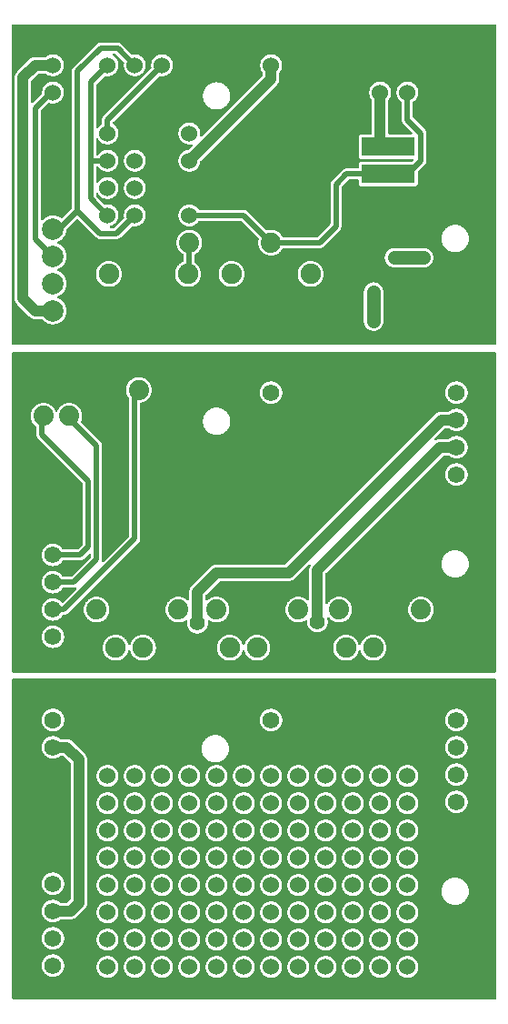
<source format=gbl>
G04 Layer: BottomLayer*
G04 EasyEDA v6.2.46, 2019-12-24T13:35:47+01:00*
G04 9af07930541e41a2aa19a6838659558f,f7dd187871414131b8e6a9aac608ee48,10*
G04 Gerber Generator version 0.2*
G04 Scale: 100 percent, Rotated: No, Reflected: No *
G04 Dimensions in millimeters *
G04 leading zeros omitted , absolute positions ,3 integer and 3 decimal *
%FSLAX33Y33*%
%MOMM*%
G90*
G71D02*

%ADD11C,1.016000*%
%ADD14C,0.508000*%
%ADD15C,1.422400*%
%ADD17C,1.524000*%
%ADD18R,1.524000X1.524000*%
%ADD19R,1.905000X1.905000*%
%ADD20C,1.905000*%
%ADD21C,1.879600*%
%ADD22C,1.299997*%
%ADD23R,4.999990X1.799996*%
%ADD24R,1.574800X1.574800*%
%ADD25C,1.574800*%
%ADD26R,1.599997X1.599997*%
%ADD27C,1.599997*%
%ADD28C,1.999996*%
%ADD29R,1.999996X1.999996*%
%ADD30R,1.879600X1.879600*%

%LPD*%
G36*
G01X44980Y68414D02*
G01X114Y68414D01*
G01X99Y68413D01*
G01X85Y68410D01*
G01X72Y68405D01*
G01X59Y68398D01*
G01X47Y68390D01*
G01X37Y68379D01*
G01X28Y68368D01*
G01X21Y68355D01*
G01X16Y68341D01*
G01X13Y68327D01*
G01X12Y68313D01*
G01X12Y38671D01*
G01X13Y38657D01*
G01X16Y38642D01*
G01X21Y38629D01*
G01X28Y38616D01*
G01X37Y38604D01*
G01X47Y38594D01*
G01X59Y38586D01*
G01X72Y38579D01*
G01X85Y38574D01*
G01X99Y38570D01*
G01X114Y38569D01*
G01X44980Y38569D01*
G01X44995Y38570D01*
G01X45009Y38574D01*
G01X45023Y38579D01*
G01X45035Y38586D01*
G01X45047Y38594D01*
G01X45057Y38604D01*
G01X45066Y38616D01*
G01X45073Y38629D01*
G01X45078Y38642D01*
G01X45081Y38657D01*
G01X45082Y38671D01*
G01X45082Y68313D01*
G01X45081Y68327D01*
G01X45078Y68341D01*
G01X45073Y68355D01*
G01X45066Y68368D01*
G01X45057Y68379D01*
G01X45047Y68390D01*
G01X45035Y68398D01*
G01X45023Y68405D01*
G01X45009Y68410D01*
G01X44995Y68413D01*
G01X44980Y68414D01*
G37*

%LPC*%
G36*
G01X41448Y63145D02*
G01X41402Y63146D01*
G01X41355Y63145D01*
G01X41309Y63142D01*
G01X41262Y63137D01*
G01X41216Y63130D01*
G01X41171Y63121D01*
G01X41126Y63109D01*
G01X41081Y63096D01*
G01X41037Y63081D01*
G01X40994Y63063D01*
G01X40951Y63044D01*
G01X40910Y63023D01*
G01X40869Y63001D01*
G01X40830Y62976D01*
G01X40791Y62950D01*
G01X40754Y62921D01*
G01X40718Y62892D01*
G01X40707Y62883D01*
G01X40694Y62876D01*
G01X40680Y62871D01*
G01X40666Y62868D01*
G01X40652Y62867D01*
G01X40005Y62867D01*
G01X39964Y62866D01*
G01X39925Y62863D01*
G01X39885Y62858D01*
G01X39846Y62850D01*
G01X39807Y62841D01*
G01X39768Y62830D01*
G01X39731Y62816D01*
G01X39694Y62801D01*
G01X39657Y62784D01*
G01X39622Y62765D01*
G01X39588Y62744D01*
G01X39555Y62721D01*
G01X39523Y62697D01*
G01X39493Y62671D01*
G01X39464Y62643D01*
G01X25494Y48673D01*
G01X25481Y48662D01*
G01X25468Y48654D01*
G01X25453Y48648D01*
G01X25438Y48644D01*
G01X25422Y48643D01*
G01X19050Y48643D01*
G01X19009Y48642D01*
G01X18970Y48639D01*
G01X18930Y48634D01*
G01X18891Y48626D01*
G01X18852Y48617D01*
G01X18813Y48606D01*
G01X18776Y48592D01*
G01X18739Y48577D01*
G01X18702Y48560D01*
G01X18667Y48541D01*
G01X18633Y48520D01*
G01X18600Y48497D01*
G01X18568Y48473D01*
G01X18538Y48447D01*
G01X18509Y48419D01*
G01X16731Y46641D01*
G01X16703Y46612D01*
G01X16677Y46582D01*
G01X16653Y46550D01*
G01X16630Y46517D01*
G01X16609Y46483D01*
G01X16590Y46448D01*
G01X16573Y46411D01*
G01X16558Y46374D01*
G01X16544Y46337D01*
G01X16533Y46298D01*
G01X16524Y46259D01*
G01X16516Y46220D01*
G01X16511Y46180D01*
G01X16508Y46141D01*
G01X16507Y46101D01*
G01X16507Y45373D01*
G01X16506Y45359D01*
G01X16503Y45345D01*
G01X16498Y45331D01*
G01X16491Y45318D01*
G01X16482Y45307D01*
G01X16472Y45296D01*
G01X16460Y45288D01*
G01X16448Y45281D01*
G01X16434Y45276D01*
G01X16420Y45273D01*
G01X16405Y45272D01*
G01X16390Y45273D01*
G01X16374Y45276D01*
G01X16360Y45282D01*
G01X16346Y45291D01*
G01X16334Y45301D01*
G01X16296Y45336D01*
G01X16257Y45370D01*
G01X16217Y45403D01*
G01X16175Y45433D01*
G01X16132Y45461D01*
G01X16087Y45488D01*
G01X16042Y45513D01*
G01X15995Y45536D01*
G01X15948Y45556D01*
G01X15899Y45575D01*
G01X15850Y45591D01*
G01X15801Y45606D01*
G01X15750Y45618D01*
G01X15700Y45628D01*
G01X15648Y45636D01*
G01X15597Y45641D01*
G01X15545Y45645D01*
G01X15494Y45646D01*
G01X15444Y45645D01*
G01X15395Y45642D01*
G01X15346Y45637D01*
G01X15297Y45630D01*
G01X15248Y45620D01*
G01X15200Y45609D01*
G01X15152Y45596D01*
G01X15105Y45581D01*
G01X15059Y45564D01*
G01X15013Y45545D01*
G01X14968Y45524D01*
G01X14924Y45502D01*
G01X14881Y45477D01*
G01X14839Y45451D01*
G01X14798Y45423D01*
G01X14759Y45394D01*
G01X14720Y45362D01*
G01X14683Y45330D01*
G01X14613Y45260D01*
G01X14581Y45223D01*
G01X14549Y45184D01*
G01X14520Y45145D01*
G01X14492Y45104D01*
G01X14466Y45062D01*
G01X14441Y45019D01*
G01X14419Y44975D01*
G01X14398Y44930D01*
G01X14379Y44884D01*
G01X14362Y44838D01*
G01X14347Y44791D01*
G01X14334Y44743D01*
G01X14323Y44695D01*
G01X14313Y44646D01*
G01X14306Y44597D01*
G01X14301Y44548D01*
G01X14298Y44499D01*
G01X14297Y44450D01*
G01X14298Y44400D01*
G01X14301Y44351D01*
G01X14306Y44302D01*
G01X14313Y44253D01*
G01X14323Y44204D01*
G01X14334Y44156D01*
G01X14347Y44108D01*
G01X14362Y44061D01*
G01X14379Y44015D01*
G01X14398Y43969D01*
G01X14419Y43924D01*
G01X14441Y43880D01*
G01X14466Y43837D01*
G01X14492Y43795D01*
G01X14520Y43754D01*
G01X14549Y43715D01*
G01X14581Y43676D01*
G01X14613Y43639D01*
G01X14683Y43569D01*
G01X14720Y43537D01*
G01X14759Y43505D01*
G01X14798Y43476D01*
G01X14839Y43448D01*
G01X14881Y43422D01*
G01X14924Y43397D01*
G01X14968Y43375D01*
G01X15013Y43354D01*
G01X15059Y43335D01*
G01X15105Y43318D01*
G01X15152Y43303D01*
G01X15200Y43290D01*
G01X15248Y43279D01*
G01X15297Y43269D01*
G01X15346Y43262D01*
G01X15395Y43257D01*
G01X15444Y43254D01*
G01X15494Y43253D01*
G01X15544Y43254D01*
G01X15595Y43257D01*
G01X15645Y43263D01*
G01X15696Y43270D01*
G01X15745Y43280D01*
G01X15795Y43292D01*
G01X15844Y43306D01*
G01X15892Y43321D01*
G01X15939Y43339D01*
G01X15986Y43359D01*
G01X16032Y43381D01*
G01X16077Y43405D01*
G01X16120Y43431D01*
G01X16163Y43458D01*
G01X16176Y43466D01*
G01X16190Y43471D01*
G01X16205Y43474D01*
G01X16220Y43476D01*
G01X16234Y43474D01*
G01X16249Y43471D01*
G01X16262Y43466D01*
G01X16275Y43459D01*
G01X16287Y43451D01*
G01X16297Y43440D01*
G01X16305Y43429D01*
G01X16312Y43416D01*
G01X16317Y43403D01*
G01X16321Y43388D01*
G01X16322Y43374D01*
G01X16320Y43355D01*
G01X16311Y43297D01*
G01X16306Y43238D01*
G01X16304Y43180D01*
G01X16305Y43135D01*
G01X16308Y43090D01*
G01X16313Y43046D01*
G01X16320Y43002D01*
G01X16329Y42958D01*
G01X16341Y42915D01*
G01X16354Y42872D01*
G01X16369Y42830D01*
G01X16386Y42789D01*
G01X16405Y42748D01*
G01X16426Y42709D01*
G01X16449Y42670D01*
G01X16473Y42633D01*
G01X16499Y42596D01*
G01X16527Y42561D01*
G01X16556Y42528D01*
G01X16587Y42495D01*
G01X16620Y42464D01*
G01X16653Y42435D01*
G01X16688Y42407D01*
G01X16725Y42381D01*
G01X16762Y42357D01*
G01X16801Y42334D01*
G01X16840Y42313D01*
G01X16881Y42294D01*
G01X16922Y42277D01*
G01X16964Y42262D01*
G01X17007Y42249D01*
G01X17050Y42237D01*
G01X17094Y42228D01*
G01X17138Y42221D01*
G01X17182Y42216D01*
G01X17227Y42213D01*
G01X17272Y42212D01*
G01X17316Y42213D01*
G01X17361Y42216D01*
G01X17405Y42221D01*
G01X17449Y42228D01*
G01X17493Y42237D01*
G01X17536Y42249D01*
G01X17579Y42262D01*
G01X17621Y42277D01*
G01X17662Y42294D01*
G01X17703Y42313D01*
G01X17742Y42334D01*
G01X17781Y42357D01*
G01X17818Y42381D01*
G01X17855Y42407D01*
G01X17890Y42435D01*
G01X17923Y42464D01*
G01X17956Y42495D01*
G01X17987Y42528D01*
G01X18016Y42561D01*
G01X18044Y42596D01*
G01X18070Y42633D01*
G01X18094Y42670D01*
G01X18117Y42709D01*
G01X18138Y42748D01*
G01X18157Y42789D01*
G01X18174Y42830D01*
G01X18189Y42872D01*
G01X18202Y42915D01*
G01X18214Y42958D01*
G01X18223Y43002D01*
G01X18230Y43046D01*
G01X18235Y43090D01*
G01X18238Y43135D01*
G01X18239Y43180D01*
G01X18237Y43238D01*
G01X18232Y43297D01*
G01X18223Y43355D01*
G01X18221Y43374D01*
G01X18222Y43388D01*
G01X18226Y43403D01*
G01X18231Y43416D01*
G01X18238Y43429D01*
G01X18246Y43440D01*
G01X18256Y43451D01*
G01X18268Y43459D01*
G01X18281Y43466D01*
G01X18294Y43471D01*
G01X18309Y43474D01*
G01X18323Y43476D01*
G01X18338Y43474D01*
G01X18353Y43471D01*
G01X18367Y43466D01*
G01X18380Y43458D01*
G01X18423Y43431D01*
G01X18466Y43405D01*
G01X18511Y43381D01*
G01X18557Y43359D01*
G01X18604Y43339D01*
G01X18651Y43321D01*
G01X18699Y43306D01*
G01X18748Y43292D01*
G01X18798Y43280D01*
G01X18847Y43270D01*
G01X18898Y43263D01*
G01X18948Y43257D01*
G01X18999Y43254D01*
G01X19049Y43253D01*
G01X19050Y43253D01*
G01X19099Y43254D01*
G01X19148Y43257D01*
G01X19197Y43262D01*
G01X19246Y43269D01*
G01X19295Y43279D01*
G01X19343Y43290D01*
G01X19391Y43303D01*
G01X19438Y43318D01*
G01X19484Y43335D01*
G01X19530Y43354D01*
G01X19575Y43375D01*
G01X19619Y43397D01*
G01X19662Y43422D01*
G01X19704Y43448D01*
G01X19745Y43476D01*
G01X19784Y43505D01*
G01X19823Y43537D01*
G01X19860Y43569D01*
G01X19930Y43639D01*
G01X19962Y43676D01*
G01X19994Y43715D01*
G01X20023Y43754D01*
G01X20051Y43795D01*
G01X20077Y43837D01*
G01X20102Y43880D01*
G01X20124Y43924D01*
G01X20145Y43969D01*
G01X20164Y44015D01*
G01X20181Y44061D01*
G01X20196Y44108D01*
G01X20209Y44156D01*
G01X20220Y44204D01*
G01X20230Y44253D01*
G01X20237Y44302D01*
G01X20242Y44351D01*
G01X20245Y44400D01*
G01X20246Y44450D01*
G01X20245Y44499D01*
G01X20242Y44548D01*
G01X20237Y44597D01*
G01X20230Y44646D01*
G01X20220Y44695D01*
G01X20209Y44743D01*
G01X20196Y44791D01*
G01X20181Y44838D01*
G01X20164Y44884D01*
G01X20145Y44930D01*
G01X20124Y44975D01*
G01X20102Y45019D01*
G01X20077Y45062D01*
G01X20051Y45104D01*
G01X20023Y45145D01*
G01X19994Y45184D01*
G01X19962Y45223D01*
G01X19930Y45260D01*
G01X19860Y45330D01*
G01X19823Y45362D01*
G01X19784Y45394D01*
G01X19745Y45423D01*
G01X19704Y45451D01*
G01X19662Y45477D01*
G01X19619Y45502D01*
G01X19575Y45524D01*
G01X19530Y45545D01*
G01X19484Y45564D01*
G01X19438Y45581D01*
G01X19391Y45596D01*
G01X19343Y45609D01*
G01X19295Y45620D01*
G01X19246Y45630D01*
G01X19197Y45637D01*
G01X19148Y45642D01*
G01X19099Y45645D01*
G01X19050Y45646D01*
G01X18998Y45645D01*
G01X18946Y45641D01*
G01X18895Y45636D01*
G01X18843Y45628D01*
G01X18793Y45618D01*
G01X18742Y45606D01*
G01X18693Y45591D01*
G01X18644Y45575D01*
G01X18595Y45556D01*
G01X18548Y45536D01*
G01X18501Y45513D01*
G01X18456Y45488D01*
G01X18411Y45461D01*
G01X18368Y45433D01*
G01X18326Y45403D01*
G01X18286Y45370D01*
G01X18247Y45336D01*
G01X18209Y45301D01*
G01X18197Y45291D01*
G01X18183Y45282D01*
G01X18169Y45276D01*
G01X18153Y45273D01*
G01X18138Y45272D01*
G01X18123Y45273D01*
G01X18109Y45276D01*
G01X18095Y45281D01*
G01X18083Y45288D01*
G01X18071Y45296D01*
G01X18061Y45307D01*
G01X18052Y45318D01*
G01X18045Y45331D01*
G01X18040Y45345D01*
G01X18037Y45359D01*
G01X18036Y45373D01*
G01X18036Y45742D01*
G01X18037Y45758D01*
G01X18041Y45773D01*
G01X18047Y45788D01*
G01X18055Y45801D01*
G01X18066Y45814D01*
G01X19336Y47084D01*
G01X19349Y47095D01*
G01X19362Y47103D01*
G01X19377Y47109D01*
G01X19392Y47113D01*
G01X19408Y47114D01*
G01X25781Y47114D01*
G01X25821Y47115D01*
G01X25860Y47118D01*
G01X25900Y47123D01*
G01X25939Y47131D01*
G01X25978Y47140D01*
G01X26017Y47151D01*
G01X26054Y47165D01*
G01X26091Y47180D01*
G01X26128Y47197D01*
G01X26163Y47216D01*
G01X26197Y47237D01*
G01X26230Y47260D01*
G01X26262Y47284D01*
G01X26292Y47310D01*
G01X26321Y47338D01*
G01X27633Y48649D01*
G01X27645Y48660D01*
G01X27658Y48668D01*
G01X27673Y48674D01*
G01X27689Y48678D01*
G01X27704Y48679D01*
G01X27719Y48678D01*
G01X27733Y48675D01*
G01X27747Y48670D01*
G01X27759Y48663D01*
G01X27771Y48654D01*
G01X27781Y48644D01*
G01X27790Y48632D01*
G01X27797Y48620D01*
G01X27802Y48606D01*
G01X27805Y48592D01*
G01X27806Y48578D01*
G01X27804Y48559D01*
G01X27800Y48542D01*
G01X27792Y48525D01*
G01X27771Y48489D01*
G01X27753Y48452D01*
G01X27737Y48414D01*
G01X27723Y48376D01*
G01X27711Y48336D01*
G01X27701Y48296D01*
G01X27693Y48256D01*
G01X27687Y48215D01*
G01X27684Y48174D01*
G01X27683Y48132D01*
G01X27683Y45373D01*
G01X27682Y45359D01*
G01X27679Y45345D01*
G01X27674Y45331D01*
G01X27667Y45318D01*
G01X27658Y45307D01*
G01X27648Y45296D01*
G01X27636Y45288D01*
G01X27624Y45281D01*
G01X27610Y45276D01*
G01X27596Y45273D01*
G01X27581Y45272D01*
G01X27566Y45273D01*
G01X27550Y45276D01*
G01X27536Y45282D01*
G01X27522Y45291D01*
G01X27510Y45301D01*
G01X27472Y45336D01*
G01X27433Y45370D01*
G01X27393Y45403D01*
G01X27351Y45433D01*
G01X27308Y45461D01*
G01X27263Y45488D01*
G01X27218Y45513D01*
G01X27171Y45536D01*
G01X27124Y45556D01*
G01X27075Y45575D01*
G01X27026Y45591D01*
G01X26977Y45606D01*
G01X26926Y45618D01*
G01X26876Y45628D01*
G01X26824Y45636D01*
G01X26773Y45641D01*
G01X26721Y45645D01*
G01X26670Y45646D01*
G01X26620Y45645D01*
G01X26571Y45642D01*
G01X26522Y45637D01*
G01X26473Y45630D01*
G01X26424Y45620D01*
G01X26376Y45609D01*
G01X26328Y45596D01*
G01X26281Y45581D01*
G01X26235Y45564D01*
G01X26189Y45545D01*
G01X26144Y45524D01*
G01X26100Y45502D01*
G01X26057Y45477D01*
G01X26015Y45451D01*
G01X25974Y45423D01*
G01X25935Y45394D01*
G01X25896Y45362D01*
G01X25859Y45330D01*
G01X25789Y45260D01*
G01X25757Y45223D01*
G01X25725Y45184D01*
G01X25696Y45145D01*
G01X25668Y45104D01*
G01X25642Y45062D01*
G01X25617Y45019D01*
G01X25595Y44975D01*
G01X25574Y44930D01*
G01X25555Y44884D01*
G01X25538Y44838D01*
G01X25523Y44791D01*
G01X25510Y44743D01*
G01X25499Y44695D01*
G01X25489Y44646D01*
G01X25482Y44597D01*
G01X25477Y44548D01*
G01X25474Y44499D01*
G01X25473Y44450D01*
G01X25474Y44400D01*
G01X25477Y44351D01*
G01X25482Y44302D01*
G01X25489Y44253D01*
G01X25499Y44204D01*
G01X25510Y44156D01*
G01X25523Y44108D01*
G01X25538Y44061D01*
G01X25555Y44015D01*
G01X25574Y43969D01*
G01X25595Y43924D01*
G01X25617Y43880D01*
G01X25642Y43837D01*
G01X25668Y43795D01*
G01X25696Y43754D01*
G01X25725Y43715D01*
G01X25757Y43676D01*
G01X25789Y43639D01*
G01X25859Y43569D01*
G01X25896Y43537D01*
G01X25935Y43505D01*
G01X25974Y43476D01*
G01X26015Y43448D01*
G01X26057Y43422D01*
G01X26100Y43397D01*
G01X26144Y43375D01*
G01X26189Y43354D01*
G01X26235Y43335D01*
G01X26281Y43318D01*
G01X26328Y43303D01*
G01X26376Y43290D01*
G01X26424Y43279D01*
G01X26473Y43269D01*
G01X26522Y43262D01*
G01X26571Y43257D01*
G01X26620Y43254D01*
G01X26670Y43253D01*
G01X26719Y43254D01*
G01X26768Y43257D01*
G01X26818Y43262D01*
G01X26866Y43269D01*
G01X26915Y43279D01*
G01X26963Y43290D01*
G01X27011Y43303D01*
G01X27058Y43318D01*
G01X27105Y43335D01*
G01X27150Y43354D01*
G01X27195Y43375D01*
G01X27239Y43397D01*
G01X27282Y43422D01*
G01X27324Y43448D01*
G01X27337Y43455D01*
G01X27351Y43460D01*
G01X27365Y43464D01*
G01X27380Y43465D01*
G01X27394Y43464D01*
G01X27408Y43461D01*
G01X27422Y43455D01*
G01X27435Y43449D01*
G01X27446Y43440D01*
G01X27456Y43430D01*
G01X27465Y43418D01*
G01X27472Y43405D01*
G01X27477Y43392D01*
G01X27480Y43378D01*
G01X27481Y43363D01*
G01X27481Y43358D01*
G01X27480Y43306D01*
G01X27481Y43262D01*
G01X27484Y43217D01*
G01X27489Y43173D01*
G01X27496Y43129D01*
G01X27505Y43085D01*
G01X27517Y43042D01*
G01X27530Y42999D01*
G01X27545Y42957D01*
G01X27562Y42916D01*
G01X27581Y42875D01*
G01X27602Y42836D01*
G01X27625Y42797D01*
G01X27649Y42760D01*
G01X27675Y42723D01*
G01X27703Y42688D01*
G01X27732Y42655D01*
G01X27763Y42622D01*
G01X27796Y42591D01*
G01X27829Y42562D01*
G01X27864Y42534D01*
G01X27901Y42508D01*
G01X27938Y42484D01*
G01X27977Y42461D01*
G01X28016Y42440D01*
G01X28057Y42421D01*
G01X28098Y42404D01*
G01X28140Y42389D01*
G01X28183Y42376D01*
G01X28226Y42364D01*
G01X28270Y42355D01*
G01X28314Y42348D01*
G01X28358Y42343D01*
G01X28403Y42340D01*
G01X28447Y42339D01*
G01X28448Y42339D01*
G01X28492Y42340D01*
G01X28537Y42343D01*
G01X28581Y42348D01*
G01X28625Y42355D01*
G01X28669Y42364D01*
G01X28712Y42376D01*
G01X28755Y42389D01*
G01X28797Y42404D01*
G01X28838Y42421D01*
G01X28879Y42440D01*
G01X28918Y42461D01*
G01X28957Y42484D01*
G01X28994Y42508D01*
G01X29031Y42534D01*
G01X29066Y42562D01*
G01X29099Y42591D01*
G01X29132Y42622D01*
G01X29163Y42655D01*
G01X29192Y42688D01*
G01X29220Y42723D01*
G01X29246Y42760D01*
G01X29270Y42797D01*
G01X29293Y42836D01*
G01X29314Y42875D01*
G01X29333Y42916D01*
G01X29350Y42957D01*
G01X29365Y42999D01*
G01X29378Y43042D01*
G01X29390Y43085D01*
G01X29399Y43129D01*
G01X29406Y43173D01*
G01X29411Y43217D01*
G01X29414Y43262D01*
G01X29415Y43307D01*
G01X29414Y43358D01*
G01X29410Y43410D01*
G01X29403Y43461D01*
G01X29393Y43511D01*
G01X29381Y43562D01*
G01X29366Y43611D01*
G01X29362Y43627D01*
G01X29361Y43643D01*
G01X29362Y43658D01*
G01X29365Y43672D01*
G01X29370Y43685D01*
G01X29377Y43698D01*
G01X29386Y43710D01*
G01X29396Y43720D01*
G01X29408Y43729D01*
G01X29420Y43735D01*
G01X29434Y43741D01*
G01X29448Y43744D01*
G01X29462Y43745D01*
G01X29478Y43744D01*
G01X29493Y43740D01*
G01X29507Y43735D01*
G01X29520Y43727D01*
G01X29532Y43717D01*
G01X29542Y43706D01*
G01X29575Y43667D01*
G01X29609Y43629D01*
G01X29645Y43592D01*
G01X29683Y43557D01*
G01X29722Y43524D01*
G01X29762Y43492D01*
G01X29804Y43462D01*
G01X29847Y43434D01*
G01X29891Y43408D01*
G01X29936Y43384D01*
G01X29982Y43361D01*
G01X30029Y43341D01*
G01X30077Y43323D01*
G01X30126Y43307D01*
G01X30175Y43293D01*
G01X30225Y43281D01*
G01X30275Y43271D01*
G01X30326Y43263D01*
G01X30377Y43258D01*
G01X30428Y43254D01*
G01X30480Y43253D01*
G01X30529Y43254D01*
G01X30578Y43257D01*
G01X30627Y43262D01*
G01X30676Y43269D01*
G01X30725Y43279D01*
G01X30773Y43290D01*
G01X30821Y43303D01*
G01X30868Y43318D01*
G01X30914Y43335D01*
G01X30960Y43354D01*
G01X31005Y43375D01*
G01X31049Y43397D01*
G01X31092Y43422D01*
G01X31134Y43448D01*
G01X31175Y43476D01*
G01X31214Y43505D01*
G01X31253Y43537D01*
G01X31290Y43569D01*
G01X31360Y43639D01*
G01X31392Y43676D01*
G01X31424Y43715D01*
G01X31453Y43754D01*
G01X31481Y43795D01*
G01X31507Y43837D01*
G01X31532Y43880D01*
G01X31554Y43924D01*
G01X31575Y43969D01*
G01X31594Y44015D01*
G01X31611Y44061D01*
G01X31626Y44108D01*
G01X31639Y44156D01*
G01X31650Y44204D01*
G01X31660Y44253D01*
G01X31667Y44302D01*
G01X31672Y44351D01*
G01X31675Y44400D01*
G01X31676Y44450D01*
G01X31675Y44499D01*
G01X31672Y44548D01*
G01X31667Y44597D01*
G01X31660Y44646D01*
G01X31650Y44695D01*
G01X31639Y44743D01*
G01X31626Y44791D01*
G01X31611Y44838D01*
G01X31594Y44884D01*
G01X31575Y44930D01*
G01X31554Y44975D01*
G01X31532Y45019D01*
G01X31507Y45062D01*
G01X31481Y45104D01*
G01X31453Y45145D01*
G01X31424Y45184D01*
G01X31392Y45223D01*
G01X31360Y45260D01*
G01X31290Y45330D01*
G01X31253Y45362D01*
G01X31214Y45394D01*
G01X31175Y45423D01*
G01X31134Y45451D01*
G01X31092Y45477D01*
G01X31049Y45502D01*
G01X31005Y45524D01*
G01X30960Y45545D01*
G01X30914Y45564D01*
G01X30868Y45581D01*
G01X30821Y45596D01*
G01X30773Y45609D01*
G01X30725Y45620D01*
G01X30676Y45630D01*
G01X30627Y45637D01*
G01X30578Y45642D01*
G01X30529Y45645D01*
G01X30480Y45646D01*
G01X30430Y45645D01*
G01X30381Y45642D01*
G01X30332Y45637D01*
G01X30283Y45630D01*
G01X30234Y45620D01*
G01X30186Y45609D01*
G01X30138Y45596D01*
G01X30091Y45581D01*
G01X30045Y45564D01*
G01X29999Y45545D01*
G01X29954Y45524D01*
G01X29910Y45502D01*
G01X29867Y45477D01*
G01X29825Y45451D01*
G01X29785Y45423D01*
G01X29745Y45394D01*
G01X29707Y45363D01*
G01X29669Y45330D01*
G01X29634Y45296D01*
G01X29600Y45260D01*
G01X29567Y45223D01*
G01X29536Y45185D01*
G01X29506Y45145D01*
G01X29478Y45104D01*
G01X29452Y45062D01*
G01X29428Y45019D01*
G01X29405Y44975D01*
G01X29397Y44961D01*
G01X29386Y44949D01*
G01X29374Y44938D01*
G01X29360Y44930D01*
G01X29345Y44923D01*
G01X29330Y44920D01*
G01X29314Y44918D01*
G01X29299Y44919D01*
G01X29285Y44922D01*
G01X29271Y44928D01*
G01X29259Y44934D01*
G01X29247Y44943D01*
G01X29237Y44953D01*
G01X29228Y44965D01*
G01X29221Y44978D01*
G01X29216Y44991D01*
G01X29213Y45005D01*
G01X29212Y45020D01*
G01X29212Y47774D01*
G01X29213Y47790D01*
G01X29217Y47805D01*
G01X29223Y47820D01*
G01X29231Y47833D01*
G01X29242Y47846D01*
G01X40164Y58768D01*
G01X40177Y58779D01*
G01X40190Y58787D01*
G01X40205Y58793D01*
G01X40220Y58797D01*
G01X40236Y58798D01*
G01X40652Y58798D01*
G01X40666Y58797D01*
G01X40680Y58794D01*
G01X40694Y58789D01*
G01X40707Y58782D01*
G01X40718Y58773D01*
G01X40754Y58744D01*
G01X40791Y58715D01*
G01X40830Y58689D01*
G01X40869Y58664D01*
G01X40910Y58642D01*
G01X40951Y58621D01*
G01X40994Y58602D01*
G01X41037Y58584D01*
G01X41081Y58569D01*
G01X41126Y58556D01*
G01X41171Y58544D01*
G01X41216Y58535D01*
G01X41262Y58528D01*
G01X41309Y58523D01*
G01X41355Y58520D01*
G01X41402Y58519D01*
G01X41448Y58520D01*
G01X41495Y58523D01*
G01X41542Y58528D01*
G01X41588Y58535D01*
G01X41634Y58545D01*
G01X41679Y58556D01*
G01X41724Y58570D01*
G01X41768Y58585D01*
G01X41812Y58603D01*
G01X41854Y58622D01*
G01X41896Y58643D01*
G01X41937Y58666D01*
G01X41977Y58691D01*
G01X42015Y58718D01*
G01X42052Y58746D01*
G01X42088Y58776D01*
G01X42123Y58808D01*
G01X42156Y58841D01*
G01X42188Y58876D01*
G01X42218Y58912D01*
G01X42246Y58949D01*
G01X42273Y58987D01*
G01X42298Y59027D01*
G01X42321Y59068D01*
G01X42342Y59110D01*
G01X42361Y59152D01*
G01X42379Y59196D01*
G01X42394Y59240D01*
G01X42408Y59285D01*
G01X42419Y59330D01*
G01X42429Y59376D01*
G01X42436Y59422D01*
G01X42441Y59469D01*
G01X42444Y59516D01*
G01X42445Y59562D01*
G01X42445Y59563D01*
G01X42444Y59609D01*
G01X42441Y59656D01*
G01X42436Y59703D01*
G01X42429Y59749D01*
G01X42419Y59795D01*
G01X42408Y59840D01*
G01X42394Y59885D01*
G01X42379Y59929D01*
G01X42361Y59973D01*
G01X42342Y60015D01*
G01X42321Y60057D01*
G01X42298Y60098D01*
G01X42273Y60138D01*
G01X42246Y60176D01*
G01X42218Y60213D01*
G01X42188Y60249D01*
G01X42156Y60284D01*
G01X42123Y60317D01*
G01X42088Y60349D01*
G01X42052Y60379D01*
G01X42015Y60407D01*
G01X41977Y60434D01*
G01X41937Y60459D01*
G01X41896Y60482D01*
G01X41854Y60503D01*
G01X41812Y60522D01*
G01X41768Y60540D01*
G01X41724Y60555D01*
G01X41679Y60569D01*
G01X41634Y60580D01*
G01X41588Y60590D01*
G01X41542Y60597D01*
G01X41495Y60602D01*
G01X41448Y60605D01*
G01X41402Y60606D01*
G01X41355Y60605D01*
G01X41309Y60602D01*
G01X41262Y60597D01*
G01X41216Y60590D01*
G01X41171Y60581D01*
G01X41126Y60569D01*
G01X41081Y60556D01*
G01X41037Y60541D01*
G01X40994Y60523D01*
G01X40951Y60504D01*
G01X40910Y60483D01*
G01X40869Y60461D01*
G01X40830Y60436D01*
G01X40791Y60410D01*
G01X40754Y60381D01*
G01X40718Y60352D01*
G01X40707Y60343D01*
G01X40694Y60336D01*
G01X40680Y60331D01*
G01X40666Y60328D01*
G01X40652Y60327D01*
G01X39878Y60327D01*
G01X39836Y60326D01*
G01X39795Y60323D01*
G01X39754Y60317D01*
G01X39714Y60309D01*
G01X39674Y60299D01*
G01X39634Y60287D01*
G01X39596Y60273D01*
G01X39558Y60257D01*
G01X39521Y60239D01*
G01X39485Y60218D01*
G01X39468Y60210D01*
G01X39451Y60206D01*
G01X39432Y60204D01*
G01X39418Y60205D01*
G01X39404Y60208D01*
G01X39390Y60213D01*
G01X39378Y60220D01*
G01X39366Y60229D01*
G01X39356Y60239D01*
G01X39347Y60251D01*
G01X39340Y60263D01*
G01X39335Y60277D01*
G01X39332Y60291D01*
G01X39331Y60306D01*
G01X39332Y60321D01*
G01X39336Y60337D01*
G01X39342Y60352D01*
G01X39350Y60365D01*
G01X39361Y60377D01*
G01X40291Y61308D01*
G01X40304Y61319D01*
G01X40317Y61327D01*
G01X40332Y61333D01*
G01X40347Y61337D01*
G01X40363Y61338D01*
G01X40652Y61338D01*
G01X40666Y61337D01*
G01X40680Y61334D01*
G01X40694Y61329D01*
G01X40707Y61322D01*
G01X40718Y61313D01*
G01X40754Y61284D01*
G01X40791Y61255D01*
G01X40830Y61229D01*
G01X40869Y61204D01*
G01X40910Y61182D01*
G01X40951Y61161D01*
G01X40994Y61142D01*
G01X41037Y61124D01*
G01X41081Y61109D01*
G01X41126Y61096D01*
G01X41171Y61084D01*
G01X41216Y61075D01*
G01X41262Y61068D01*
G01X41309Y61063D01*
G01X41355Y61060D01*
G01X41402Y61059D01*
G01X41448Y61060D01*
G01X41495Y61063D01*
G01X41542Y61068D01*
G01X41588Y61075D01*
G01X41634Y61085D01*
G01X41679Y61096D01*
G01X41724Y61110D01*
G01X41768Y61125D01*
G01X41812Y61143D01*
G01X41854Y61162D01*
G01X41896Y61183D01*
G01X41937Y61206D01*
G01X41977Y61231D01*
G01X42015Y61258D01*
G01X42052Y61286D01*
G01X42088Y61316D01*
G01X42123Y61348D01*
G01X42156Y61381D01*
G01X42188Y61416D01*
G01X42218Y61452D01*
G01X42246Y61489D01*
G01X42273Y61527D01*
G01X42298Y61567D01*
G01X42321Y61608D01*
G01X42342Y61650D01*
G01X42361Y61692D01*
G01X42379Y61736D01*
G01X42394Y61780D01*
G01X42408Y61825D01*
G01X42419Y61870D01*
G01X42429Y61916D01*
G01X42436Y61962D01*
G01X42441Y62009D01*
G01X42444Y62056D01*
G01X42445Y62102D01*
G01X42445Y62103D01*
G01X42444Y62149D01*
G01X42441Y62196D01*
G01X42436Y62243D01*
G01X42429Y62289D01*
G01X42419Y62335D01*
G01X42408Y62380D01*
G01X42394Y62425D01*
G01X42379Y62469D01*
G01X42361Y62513D01*
G01X42342Y62555D01*
G01X42321Y62597D01*
G01X42298Y62638D01*
G01X42273Y62678D01*
G01X42246Y62716D01*
G01X42218Y62753D01*
G01X42188Y62789D01*
G01X42156Y62824D01*
G01X42123Y62857D01*
G01X42088Y62889D01*
G01X42052Y62919D01*
G01X42015Y62947D01*
G01X41977Y62974D01*
G01X41937Y62999D01*
G01X41896Y63022D01*
G01X41854Y63043D01*
G01X41812Y63062D01*
G01X41768Y63080D01*
G01X41724Y63095D01*
G01X41679Y63109D01*
G01X41634Y63120D01*
G01X41588Y63130D01*
G01X41542Y63137D01*
G01X41495Y63142D01*
G01X41448Y63145D01*
G37*
G36*
G01X11860Y66092D02*
G01X11811Y66093D01*
G01X11761Y66092D01*
G01X11712Y66089D01*
G01X11663Y66084D01*
G01X11614Y66077D01*
G01X11565Y66067D01*
G01X11517Y66056D01*
G01X11469Y66043D01*
G01X11422Y66028D01*
G01X11376Y66011D01*
G01X11330Y65992D01*
G01X11285Y65971D01*
G01X11241Y65949D01*
G01X11198Y65924D01*
G01X11156Y65898D01*
G01X11115Y65870D01*
G01X11076Y65841D01*
G01X11037Y65809D01*
G01X11000Y65777D01*
G01X10930Y65707D01*
G01X10898Y65670D01*
G01X10866Y65631D01*
G01X10837Y65592D01*
G01X10809Y65551D01*
G01X10783Y65509D01*
G01X10758Y65466D01*
G01X10736Y65422D01*
G01X10715Y65377D01*
G01X10696Y65331D01*
G01X10679Y65285D01*
G01X10664Y65238D01*
G01X10651Y65190D01*
G01X10640Y65142D01*
G01X10630Y65093D01*
G01X10623Y65044D01*
G01X10618Y64995D01*
G01X10615Y64946D01*
G01X10614Y64897D01*
G01X10615Y64844D01*
G01X10619Y64792D01*
G01X10624Y64740D01*
G01X10632Y64688D01*
G01X10643Y64637D01*
G01X10655Y64586D01*
G01X10670Y64536D01*
G01X10687Y64487D01*
G01X10706Y64438D01*
G01X10727Y64390D01*
G01X10750Y64343D01*
G01X10775Y64297D01*
G01X10802Y64253D01*
G01X10831Y64209D01*
G01X10862Y64167D01*
G01X10895Y64126D01*
G01X10905Y64112D01*
G01X10913Y64096D01*
G01X10917Y64079D01*
G01X10919Y64061D01*
G01X10919Y51307D01*
G01X10918Y51291D01*
G01X10914Y51276D01*
G01X10908Y51261D01*
G01X10900Y51247D01*
G01X10889Y51235D01*
G01X8520Y48866D01*
G01X8508Y48856D01*
G01X8494Y48847D01*
G01X8480Y48841D01*
G01X8464Y48838D01*
G01X8448Y48836D01*
G01X8434Y48837D01*
G01X8420Y48841D01*
G01X8406Y48846D01*
G01X8393Y48853D01*
G01X8382Y48861D01*
G01X8372Y48871D01*
G01X8363Y48883D01*
G01X8356Y48896D01*
G01X8351Y48909D01*
G01X8348Y48924D01*
G01X8347Y48938D01*
G01X8348Y48956D01*
G01X8353Y48973D01*
G01X8364Y49007D01*
G01X8373Y49042D01*
G01X8379Y49077D01*
G01X8383Y49113D01*
G01X8384Y49149D01*
G01X8384Y59689D01*
G01X8383Y59723D01*
G01X8380Y59756D01*
G01X8374Y59789D01*
G01X8367Y59822D01*
G01X8357Y59854D01*
G01X8345Y59885D01*
G01X8331Y59915D01*
G01X8316Y59945D01*
G01X8298Y59973D01*
G01X8279Y60000D01*
G01X8257Y60026D01*
G01X8235Y60051D01*
G01X6433Y61852D01*
G01X6422Y61864D01*
G01X6414Y61878D01*
G01X6408Y61893D01*
G01X6404Y61908D01*
G01X6403Y61924D01*
G01X6404Y61939D01*
G01X6408Y61954D01*
G01X6413Y61968D01*
G01X6435Y62016D01*
G01X6455Y62066D01*
G01X6472Y62116D01*
G01X6487Y62167D01*
G01X6500Y62219D01*
G01X6511Y62271D01*
G01X6519Y62324D01*
G01X6525Y62377D01*
G01X6529Y62430D01*
G01X6530Y62483D01*
G01X6530Y62484D01*
G01X6529Y62533D01*
G01X6526Y62582D01*
G01X6521Y62631D01*
G01X6514Y62680D01*
G01X6504Y62729D01*
G01X6493Y62777D01*
G01X6480Y62825D01*
G01X6465Y62872D01*
G01X6448Y62918D01*
G01X6429Y62964D01*
G01X6408Y63009D01*
G01X6386Y63053D01*
G01X6361Y63096D01*
G01X6335Y63138D01*
G01X6307Y63179D01*
G01X6278Y63218D01*
G01X6246Y63257D01*
G01X6214Y63294D01*
G01X6144Y63364D01*
G01X6107Y63396D01*
G01X6068Y63428D01*
G01X6029Y63457D01*
G01X5988Y63485D01*
G01X5946Y63511D01*
G01X5903Y63536D01*
G01X5859Y63558D01*
G01X5814Y63579D01*
G01X5768Y63598D01*
G01X5722Y63615D01*
G01X5675Y63630D01*
G01X5627Y63643D01*
G01X5579Y63654D01*
G01X5530Y63664D01*
G01X5481Y63671D01*
G01X5432Y63676D01*
G01X5383Y63679D01*
G01X5334Y63680D01*
G01X5283Y63679D01*
G01X5232Y63675D01*
G01X5181Y63670D01*
G01X5131Y63663D01*
G01X5081Y63653D01*
G01X5031Y63641D01*
G01X4982Y63627D01*
G01X4934Y63611D01*
G01X4886Y63593D01*
G01X4839Y63573D01*
G01X4793Y63551D01*
G01X4748Y63527D01*
G01X4704Y63501D01*
G01X4661Y63473D01*
G01X4620Y63444D01*
G01X4580Y63412D01*
G01X4541Y63379D01*
G01X4503Y63345D01*
G01X4467Y63309D01*
G01X4433Y63271D01*
G01X4400Y63232D01*
G01X4369Y63191D01*
G01X4340Y63150D01*
G01X4312Y63107D01*
G01X4287Y63063D01*
G01X4263Y63018D01*
G01X4241Y62972D01*
G01X4221Y62925D01*
G01X4215Y62911D01*
G01X4206Y62898D01*
G01X4196Y62887D01*
G01X4184Y62878D01*
G01X4171Y62870D01*
G01X4157Y62865D01*
G01X4142Y62862D01*
G01X4127Y62860D01*
G01X4112Y62862D01*
G01X4097Y62865D01*
G01X4083Y62870D01*
G01X4070Y62878D01*
G01X4058Y62887D01*
G01X4048Y62898D01*
G01X4039Y62911D01*
G01X4033Y62925D01*
G01X4013Y62972D01*
G01X3991Y63018D01*
G01X3967Y63063D01*
G01X3942Y63107D01*
G01X3914Y63150D01*
G01X3885Y63191D01*
G01X3854Y63232D01*
G01X3821Y63271D01*
G01X3787Y63309D01*
G01X3751Y63345D01*
G01X3713Y63379D01*
G01X3674Y63412D01*
G01X3634Y63444D01*
G01X3593Y63473D01*
G01X3550Y63501D01*
G01X3506Y63527D01*
G01X3461Y63551D01*
G01X3415Y63573D01*
G01X3368Y63593D01*
G01X3320Y63611D01*
G01X3272Y63627D01*
G01X3223Y63641D01*
G01X3173Y63653D01*
G01X3123Y63663D01*
G01X3073Y63670D01*
G01X3022Y63675D01*
G01X2971Y63679D01*
G01X2921Y63680D01*
G01X2871Y63679D01*
G01X2822Y63676D01*
G01X2773Y63671D01*
G01X2724Y63664D01*
G01X2675Y63654D01*
G01X2627Y63643D01*
G01X2579Y63630D01*
G01X2532Y63615D01*
G01X2486Y63598D01*
G01X2440Y63579D01*
G01X2395Y63558D01*
G01X2351Y63536D01*
G01X2308Y63511D01*
G01X2266Y63485D01*
G01X2225Y63457D01*
G01X2186Y63428D01*
G01X2147Y63396D01*
G01X2110Y63364D01*
G01X2040Y63294D01*
G01X2008Y63257D01*
G01X1976Y63218D01*
G01X1947Y63179D01*
G01X1919Y63138D01*
G01X1893Y63096D01*
G01X1868Y63053D01*
G01X1846Y63009D01*
G01X1825Y62964D01*
G01X1806Y62918D01*
G01X1789Y62872D01*
G01X1774Y62825D01*
G01X1761Y62777D01*
G01X1750Y62729D01*
G01X1740Y62680D01*
G01X1733Y62631D01*
G01X1728Y62582D01*
G01X1725Y62533D01*
G01X1724Y62484D01*
G01X1724Y62483D01*
G01X1725Y62433D01*
G01X1728Y62383D01*
G01X1734Y62333D01*
G01X1741Y62284D01*
G01X1750Y62234D01*
G01X1762Y62186D01*
G01X1775Y62137D01*
G01X1791Y62089D01*
G01X1808Y62042D01*
G01X1828Y61996D01*
G01X1849Y61951D01*
G01X1873Y61906D01*
G01X1898Y61863D01*
G01X1925Y61821D01*
G01X1953Y61779D01*
G01X1984Y61739D01*
G01X2016Y61701D01*
G01X2049Y61664D01*
G01X2085Y61628D01*
G01X2121Y61593D01*
G01X2159Y61561D01*
G01X2199Y61530D01*
G01X2239Y61500D01*
G01X2252Y61490D01*
G01X2263Y61478D01*
G01X2271Y61464D01*
G01X2278Y61449D01*
G01X2282Y61433D01*
G01X2283Y61417D01*
G01X2283Y60706D01*
G01X2284Y60672D01*
G01X2287Y60639D01*
G01X2293Y60606D01*
G01X2300Y60573D01*
G01X2310Y60541D01*
G01X2322Y60510D01*
G01X2336Y60480D01*
G01X2351Y60450D01*
G01X2369Y60422D01*
G01X2388Y60395D01*
G01X2410Y60369D01*
G01X2432Y60344D01*
G01X6571Y56206D01*
G01X6582Y56194D01*
G01X6590Y56180D01*
G01X6596Y56165D01*
G01X6600Y56150D01*
G01X6601Y56134D01*
G01X6601Y50545D01*
G01X6600Y50529D01*
G01X6596Y50514D01*
G01X6590Y50499D01*
G01X6582Y50485D01*
G01X6571Y50473D01*
G01X6168Y50070D01*
G01X6156Y50059D01*
G01X6142Y50051D01*
G01X6127Y50045D01*
G01X6112Y50041D01*
G01X6096Y50040D01*
G01X4778Y50040D01*
G01X4763Y50041D01*
G01X4749Y50044D01*
G01X4735Y50049D01*
G01X4722Y50056D01*
G01X4711Y50065D01*
G01X4701Y50076D01*
G01X4692Y50087D01*
G01X4665Y50127D01*
G01X4637Y50166D01*
G01X4607Y50203D01*
G01X4576Y50239D01*
G01X4542Y50273D01*
G01X4508Y50306D01*
G01X4471Y50337D01*
G01X4434Y50366D01*
G01X4395Y50394D01*
G01X4355Y50420D01*
G01X4313Y50444D01*
G01X4271Y50466D01*
G01X4228Y50486D01*
G01X4183Y50504D01*
G01X4138Y50520D01*
G01X4093Y50534D01*
G01X4046Y50546D01*
G01X4000Y50556D01*
G01X3952Y50564D01*
G01X3905Y50569D01*
G01X3857Y50572D01*
G01X3810Y50573D01*
G01X3809Y50573D01*
G01X3763Y50572D01*
G01X3716Y50569D01*
G01X3669Y50564D01*
G01X3623Y50557D01*
G01X3577Y50547D01*
G01X3532Y50536D01*
G01X3487Y50522D01*
G01X3443Y50507D01*
G01X3399Y50489D01*
G01X3357Y50470D01*
G01X3315Y50449D01*
G01X3274Y50426D01*
G01X3234Y50401D01*
G01X3196Y50374D01*
G01X3159Y50346D01*
G01X3123Y50316D01*
G01X3088Y50284D01*
G01X3055Y50251D01*
G01X3023Y50216D01*
G01X2993Y50180D01*
G01X2965Y50143D01*
G01X2938Y50105D01*
G01X2913Y50065D01*
G01X2890Y50024D01*
G01X2869Y49982D01*
G01X2850Y49940D01*
G01X2832Y49896D01*
G01X2817Y49852D01*
G01X2803Y49807D01*
G01X2792Y49762D01*
G01X2782Y49716D01*
G01X2775Y49670D01*
G01X2770Y49623D01*
G01X2767Y49576D01*
G01X2766Y49530D01*
G01X2766Y49529D01*
G01X2767Y49483D01*
G01X2770Y49436D01*
G01X2775Y49389D01*
G01X2782Y49343D01*
G01X2792Y49297D01*
G01X2803Y49252D01*
G01X2817Y49207D01*
G01X2832Y49163D01*
G01X2850Y49119D01*
G01X2869Y49077D01*
G01X2890Y49035D01*
G01X2913Y48994D01*
G01X2938Y48954D01*
G01X2965Y48916D01*
G01X2993Y48879D01*
G01X3023Y48843D01*
G01X3055Y48808D01*
G01X3088Y48775D01*
G01X3123Y48743D01*
G01X3159Y48713D01*
G01X3196Y48685D01*
G01X3234Y48658D01*
G01X3274Y48633D01*
G01X3315Y48610D01*
G01X3357Y48589D01*
G01X3399Y48570D01*
G01X3443Y48552D01*
G01X3487Y48537D01*
G01X3532Y48523D01*
G01X3577Y48512D01*
G01X3623Y48502D01*
G01X3669Y48495D01*
G01X3716Y48490D01*
G01X3763Y48487D01*
G01X3810Y48486D01*
G01X3857Y48487D01*
G01X3905Y48490D01*
G01X3952Y48495D01*
G01X4000Y48503D01*
G01X4046Y48513D01*
G01X4093Y48525D01*
G01X4138Y48539D01*
G01X4183Y48555D01*
G01X4228Y48573D01*
G01X4271Y48593D01*
G01X4313Y48615D01*
G01X4355Y48639D01*
G01X4395Y48665D01*
G01X4434Y48693D01*
G01X4471Y48722D01*
G01X4508Y48753D01*
G01X4542Y48786D01*
G01X4576Y48820D01*
G01X4607Y48856D01*
G01X4637Y48893D01*
G01X4665Y48932D01*
G01X4692Y48972D01*
G01X4701Y48983D01*
G01X4711Y48994D01*
G01X4722Y49003D01*
G01X4735Y49010D01*
G01X4749Y49015D01*
G01X4763Y49018D01*
G01X4778Y49019D01*
G01X6350Y49019D01*
G01X6383Y49020D01*
G01X6416Y49023D01*
G01X6449Y49029D01*
G01X6482Y49036D01*
G01X6514Y49046D01*
G01X6545Y49058D01*
G01X6575Y49072D01*
G01X6605Y49087D01*
G01X6633Y49105D01*
G01X6660Y49124D01*
G01X6686Y49146D01*
G01X6711Y49168D01*
G01X7190Y49648D01*
G01X7202Y49658D01*
G01X7215Y49666D01*
G01X7230Y49672D01*
G01X7245Y49676D01*
G01X7261Y49677D01*
G01X7276Y49676D01*
G01X7290Y49673D01*
G01X7304Y49668D01*
G01X7316Y49661D01*
G01X7328Y49652D01*
G01X7338Y49642D01*
G01X7347Y49631D01*
G01X7354Y49618D01*
G01X7359Y49604D01*
G01X7362Y49590D01*
G01X7363Y49576D01*
G01X7363Y49402D01*
G01X7362Y49386D01*
G01X7358Y49371D01*
G01X7352Y49356D01*
G01X7344Y49342D01*
G01X7333Y49330D01*
G01X5533Y47530D01*
G01X5521Y47519D01*
G01X5507Y47511D01*
G01X5492Y47505D01*
G01X5477Y47501D01*
G01X5461Y47500D01*
G01X4778Y47500D01*
G01X4763Y47501D01*
G01X4749Y47504D01*
G01X4735Y47509D01*
G01X4722Y47516D01*
G01X4711Y47525D01*
G01X4701Y47536D01*
G01X4692Y47547D01*
G01X4665Y47587D01*
G01X4637Y47626D01*
G01X4607Y47663D01*
G01X4576Y47699D01*
G01X4542Y47733D01*
G01X4508Y47766D01*
G01X4471Y47797D01*
G01X4434Y47826D01*
G01X4395Y47854D01*
G01X4355Y47880D01*
G01X4313Y47904D01*
G01X4271Y47926D01*
G01X4228Y47946D01*
G01X4183Y47964D01*
G01X4138Y47980D01*
G01X4093Y47994D01*
G01X4046Y48006D01*
G01X4000Y48016D01*
G01X3952Y48024D01*
G01X3905Y48029D01*
G01X3857Y48032D01*
G01X3810Y48033D01*
G01X3809Y48033D01*
G01X3763Y48032D01*
G01X3716Y48029D01*
G01X3669Y48024D01*
G01X3623Y48017D01*
G01X3577Y48007D01*
G01X3532Y47996D01*
G01X3487Y47982D01*
G01X3443Y47967D01*
G01X3399Y47949D01*
G01X3357Y47930D01*
G01X3315Y47909D01*
G01X3274Y47886D01*
G01X3234Y47861D01*
G01X3196Y47834D01*
G01X3159Y47806D01*
G01X3123Y47776D01*
G01X3088Y47744D01*
G01X3055Y47711D01*
G01X3023Y47676D01*
G01X2993Y47640D01*
G01X2965Y47603D01*
G01X2938Y47565D01*
G01X2913Y47525D01*
G01X2890Y47484D01*
G01X2869Y47442D01*
G01X2850Y47400D01*
G01X2832Y47356D01*
G01X2817Y47312D01*
G01X2803Y47267D01*
G01X2792Y47222D01*
G01X2782Y47176D01*
G01X2775Y47130D01*
G01X2770Y47083D01*
G01X2767Y47036D01*
G01X2766Y46990D01*
G01X2766Y46989D01*
G01X2767Y46943D01*
G01X2770Y46896D01*
G01X2775Y46849D01*
G01X2782Y46803D01*
G01X2792Y46757D01*
G01X2803Y46712D01*
G01X2817Y46667D01*
G01X2832Y46623D01*
G01X2850Y46579D01*
G01X2869Y46537D01*
G01X2890Y46495D01*
G01X2913Y46454D01*
G01X2938Y46414D01*
G01X2965Y46376D01*
G01X2993Y46339D01*
G01X3023Y46303D01*
G01X3055Y46268D01*
G01X3088Y46235D01*
G01X3123Y46203D01*
G01X3159Y46173D01*
G01X3196Y46145D01*
G01X3234Y46118D01*
G01X3274Y46093D01*
G01X3315Y46070D01*
G01X3357Y46049D01*
G01X3399Y46030D01*
G01X3443Y46012D01*
G01X3487Y45997D01*
G01X3532Y45983D01*
G01X3577Y45972D01*
G01X3623Y45962D01*
G01X3669Y45955D01*
G01X3716Y45950D01*
G01X3763Y45947D01*
G01X3810Y45946D01*
G01X3857Y45947D01*
G01X3905Y45950D01*
G01X3952Y45955D01*
G01X4000Y45963D01*
G01X4046Y45973D01*
G01X4093Y45985D01*
G01X4138Y45999D01*
G01X4183Y46015D01*
G01X4228Y46033D01*
G01X4271Y46053D01*
G01X4313Y46075D01*
G01X4355Y46099D01*
G01X4395Y46125D01*
G01X4434Y46153D01*
G01X4471Y46182D01*
G01X4508Y46213D01*
G01X4542Y46246D01*
G01X4576Y46280D01*
G01X4607Y46316D01*
G01X4637Y46353D01*
G01X4665Y46392D01*
G01X4692Y46432D01*
G01X4701Y46443D01*
G01X4711Y46454D01*
G01X4722Y46463D01*
G01X4735Y46470D01*
G01X4749Y46475D01*
G01X4763Y46478D01*
G01X4778Y46479D01*
G01X5715Y46479D01*
G01X5750Y46480D01*
G01X5786Y46484D01*
G01X5821Y46490D01*
G01X5856Y46499D01*
G01X5890Y46510D01*
G01X5907Y46515D01*
G01X5925Y46516D01*
G01X5939Y46515D01*
G01X5954Y46512D01*
G01X5967Y46507D01*
G01X5980Y46500D01*
G01X5992Y46491D01*
G01X6002Y46481D01*
G01X6010Y46470D01*
G01X6017Y46457D01*
G01X6022Y46443D01*
G01X6026Y46429D01*
G01X6027Y46415D01*
G01X6025Y46399D01*
G01X6022Y46383D01*
G01X6016Y46369D01*
G01X6007Y46355D01*
G01X5997Y46343D01*
G01X4763Y45109D01*
G01X4751Y45099D01*
G01X4737Y45090D01*
G01X4723Y45084D01*
G01X4707Y45081D01*
G01X4691Y45079D01*
G01X4676Y45080D01*
G01X4662Y45084D01*
G01X4648Y45089D01*
G01X4635Y45096D01*
G01X4623Y45105D01*
G01X4613Y45116D01*
G01X4581Y45152D01*
G01X4548Y45187D01*
G01X4513Y45221D01*
G01X4477Y45252D01*
G01X4439Y45282D01*
G01X4400Y45311D01*
G01X4359Y45337D01*
G01X4318Y45361D01*
G01X4275Y45384D01*
G01X4231Y45404D01*
G01X4187Y45423D01*
G01X4141Y45439D01*
G01X4095Y45454D01*
G01X4049Y45466D01*
G01X4001Y45476D01*
G01X3954Y45483D01*
G01X3906Y45489D01*
G01X3858Y45492D01*
G01X3810Y45493D01*
G01X3809Y45493D01*
G01X3763Y45492D01*
G01X3716Y45489D01*
G01X3669Y45484D01*
G01X3623Y45477D01*
G01X3577Y45467D01*
G01X3532Y45456D01*
G01X3487Y45442D01*
G01X3443Y45427D01*
G01X3399Y45409D01*
G01X3357Y45390D01*
G01X3315Y45369D01*
G01X3274Y45346D01*
G01X3234Y45321D01*
G01X3196Y45294D01*
G01X3159Y45266D01*
G01X3123Y45236D01*
G01X3088Y45204D01*
G01X3055Y45171D01*
G01X3023Y45136D01*
G01X2993Y45100D01*
G01X2965Y45063D01*
G01X2938Y45025D01*
G01X2913Y44985D01*
G01X2890Y44944D01*
G01X2869Y44902D01*
G01X2850Y44860D01*
G01X2832Y44816D01*
G01X2817Y44772D01*
G01X2803Y44727D01*
G01X2792Y44682D01*
G01X2782Y44636D01*
G01X2775Y44590D01*
G01X2770Y44543D01*
G01X2767Y44496D01*
G01X2766Y44450D01*
G01X2766Y44449D01*
G01X2767Y44403D01*
G01X2770Y44356D01*
G01X2775Y44309D01*
G01X2782Y44263D01*
G01X2792Y44217D01*
G01X2803Y44172D01*
G01X2817Y44127D01*
G01X2832Y44083D01*
G01X2850Y44039D01*
G01X2869Y43997D01*
G01X2890Y43955D01*
G01X2913Y43914D01*
G01X2938Y43874D01*
G01X2965Y43836D01*
G01X2993Y43799D01*
G01X3023Y43763D01*
G01X3055Y43728D01*
G01X3088Y43695D01*
G01X3123Y43663D01*
G01X3159Y43633D01*
G01X3196Y43605D01*
G01X3234Y43578D01*
G01X3274Y43553D01*
G01X3315Y43530D01*
G01X3357Y43509D01*
G01X3399Y43490D01*
G01X3443Y43472D01*
G01X3487Y43457D01*
G01X3532Y43443D01*
G01X3577Y43432D01*
G01X3623Y43422D01*
G01X3669Y43415D01*
G01X3716Y43410D01*
G01X3763Y43407D01*
G01X3810Y43406D01*
G01X3857Y43407D01*
G01X3905Y43410D01*
G01X3952Y43415D01*
G01X4000Y43423D01*
G01X4046Y43433D01*
G01X4093Y43445D01*
G01X4138Y43459D01*
G01X4183Y43475D01*
G01X4228Y43493D01*
G01X4271Y43513D01*
G01X4313Y43535D01*
G01X4355Y43559D01*
G01X4395Y43585D01*
G01X4434Y43613D01*
G01X4471Y43642D01*
G01X4508Y43673D01*
G01X4542Y43706D01*
G01X4576Y43740D01*
G01X4607Y43776D01*
G01X4637Y43813D01*
G01X4665Y43852D01*
G01X4692Y43892D01*
G01X4701Y43903D01*
G01X4711Y43914D01*
G01X4722Y43923D01*
G01X4735Y43930D01*
G01X4749Y43935D01*
G01X4763Y43938D01*
G01X4778Y43939D01*
G01X4826Y43939D01*
G01X4859Y43940D01*
G01X4892Y43943D01*
G01X4925Y43949D01*
G01X4958Y43956D01*
G01X4990Y43966D01*
G01X5021Y43978D01*
G01X5051Y43992D01*
G01X5081Y44007D01*
G01X5109Y44025D01*
G01X5136Y44044D01*
G01X5162Y44066D01*
G01X5187Y44088D01*
G01X11791Y50692D01*
G01X11813Y50717D01*
G01X11835Y50743D01*
G01X11854Y50770D01*
G01X11872Y50798D01*
G01X11887Y50828D01*
G01X11901Y50858D01*
G01X11913Y50889D01*
G01X11923Y50921D01*
G01X11930Y50954D01*
G01X11936Y50987D01*
G01X11939Y51020D01*
G01X11940Y51053D01*
G01X11940Y63619D01*
G01X11941Y63635D01*
G01X11945Y63650D01*
G01X11951Y63665D01*
G01X11959Y63678D01*
G01X11969Y63690D01*
G01X11981Y63701D01*
G01X11994Y63709D01*
G01X12008Y63715D01*
G01X12024Y63719D01*
G01X12073Y63729D01*
G01X12122Y63741D01*
G01X12170Y63756D01*
G01X12218Y63772D01*
G01X12265Y63790D01*
G01X12311Y63810D01*
G01X12357Y63832D01*
G01X12401Y63856D01*
G01X12445Y63882D01*
G01X12487Y63910D01*
G01X12528Y63939D01*
G01X12568Y63970D01*
G01X12606Y64003D01*
G01X12643Y64037D01*
G01X12678Y64073D01*
G01X12712Y64110D01*
G01X12745Y64149D01*
G01X12775Y64189D01*
G01X12804Y64230D01*
G01X12831Y64273D01*
G01X12857Y64317D01*
G01X12880Y64361D01*
G01X12902Y64407D01*
G01X12922Y64453D01*
G01X12939Y64500D01*
G01X12955Y64548D01*
G01X12969Y64597D01*
G01X12980Y64646D01*
G01X12990Y64696D01*
G01X12997Y64746D01*
G01X13003Y64796D01*
G01X13006Y64846D01*
G01X13007Y64896D01*
G01X13007Y64897D01*
G01X13006Y64946D01*
G01X13003Y64995D01*
G01X12998Y65044D01*
G01X12991Y65093D01*
G01X12981Y65142D01*
G01X12970Y65190D01*
G01X12957Y65238D01*
G01X12942Y65285D01*
G01X12925Y65331D01*
G01X12906Y65377D01*
G01X12885Y65422D01*
G01X12863Y65466D01*
G01X12838Y65509D01*
G01X12812Y65551D01*
G01X12784Y65592D01*
G01X12755Y65631D01*
G01X12723Y65670D01*
G01X12691Y65707D01*
G01X12621Y65777D01*
G01X12584Y65809D01*
G01X12545Y65841D01*
G01X12506Y65870D01*
G01X12465Y65898D01*
G01X12423Y65924D01*
G01X12380Y65949D01*
G01X12336Y65971D01*
G01X12291Y65992D01*
G01X12245Y66011D01*
G01X12199Y66028D01*
G01X12152Y66043D01*
G01X12104Y66056D01*
G01X12056Y66067D01*
G01X12007Y66077D01*
G01X11958Y66084D01*
G01X11909Y66089D01*
G01X11860Y66092D01*
G37*
G36*
G01X9701Y42102D02*
G01X9652Y42103D01*
G01X9602Y42102D01*
G01X9552Y42098D01*
G01X9502Y42093D01*
G01X9452Y42086D01*
G01X9403Y42077D01*
G01X9355Y42066D01*
G01X9307Y42052D01*
G01X9259Y42037D01*
G01X9212Y42020D01*
G01X9166Y42001D01*
G01X9120Y41980D01*
G01X9076Y41957D01*
G01X9033Y41932D01*
G01X8990Y41906D01*
G01X8949Y41877D01*
G01X8909Y41848D01*
G01X8870Y41816D01*
G01X8833Y41783D01*
G01X8797Y41748D01*
G01X8762Y41712D01*
G01X8729Y41675D01*
G01X8697Y41636D01*
G01X8668Y41596D01*
G01X8639Y41555D01*
G01X8613Y41512D01*
G01X8588Y41469D01*
G01X8565Y41425D01*
G01X8544Y41379D01*
G01X8525Y41333D01*
G01X8508Y41286D01*
G01X8493Y41238D01*
G01X8479Y41190D01*
G01X8468Y41142D01*
G01X8459Y41093D01*
G01X8452Y41043D01*
G01X8447Y40993D01*
G01X8443Y40943D01*
G01X8442Y40894D01*
G01X8443Y40844D01*
G01X8447Y40794D01*
G01X8452Y40744D01*
G01X8459Y40694D01*
G01X8468Y40645D01*
G01X8479Y40597D01*
G01X8493Y40549D01*
G01X8508Y40501D01*
G01X8525Y40454D01*
G01X8544Y40408D01*
G01X8565Y40362D01*
G01X8588Y40318D01*
G01X8613Y40275D01*
G01X8639Y40232D01*
G01X8668Y40191D01*
G01X8697Y40151D01*
G01X8729Y40112D01*
G01X8762Y40075D01*
G01X8797Y40039D01*
G01X8833Y40004D01*
G01X8870Y39971D01*
G01X8909Y39939D01*
G01X8949Y39910D01*
G01X8990Y39881D01*
G01X9033Y39855D01*
G01X9076Y39830D01*
G01X9120Y39807D01*
G01X9166Y39786D01*
G01X9212Y39767D01*
G01X9259Y39750D01*
G01X9307Y39735D01*
G01X9355Y39721D01*
G01X9403Y39710D01*
G01X9452Y39701D01*
G01X9502Y39694D01*
G01X9552Y39689D01*
G01X9602Y39685D01*
G01X9652Y39684D01*
G01X9701Y39685D01*
G01X9751Y39689D01*
G01X9801Y39694D01*
G01X9850Y39701D01*
G01X9899Y39710D01*
G01X9948Y39721D01*
G01X9996Y39735D01*
G01X10044Y39750D01*
G01X10090Y39767D01*
G01X10137Y39786D01*
G01X10182Y39807D01*
G01X10226Y39830D01*
G01X10270Y39854D01*
G01X10312Y39881D01*
G01X10353Y39909D01*
G01X10393Y39939D01*
G01X10432Y39970D01*
G01X10470Y40003D01*
G01X10506Y40038D01*
G01X10540Y40074D01*
G01X10573Y40111D01*
G01X10605Y40150D01*
G01X10635Y40190D01*
G01X10663Y40231D01*
G01X10689Y40273D01*
G01X10714Y40317D01*
G01X10737Y40361D01*
G01X10758Y40406D01*
G01X10777Y40452D01*
G01X10794Y40499D01*
G01X10810Y40547D01*
G01X10823Y40595D01*
G01X10828Y40609D01*
G01X10835Y40622D01*
G01X10843Y40634D01*
G01X10853Y40645D01*
G01X10865Y40654D01*
G01X10878Y40662D01*
G01X10892Y40667D01*
G01X10907Y40670D01*
G01X10922Y40671D01*
G01X10936Y40670D01*
G01X10951Y40667D01*
G01X10965Y40662D01*
G01X10978Y40654D01*
G01X10990Y40645D01*
G01X11000Y40634D01*
G01X11008Y40622D01*
G01X11015Y40609D01*
G01X11020Y40595D01*
G01X11033Y40547D01*
G01X11049Y40499D01*
G01X11066Y40452D01*
G01X11085Y40406D01*
G01X11106Y40361D01*
G01X11129Y40317D01*
G01X11154Y40273D01*
G01X11180Y40231D01*
G01X11208Y40190D01*
G01X11238Y40150D01*
G01X11270Y40111D01*
G01X11303Y40074D01*
G01X11337Y40038D01*
G01X11373Y40003D01*
G01X11411Y39970D01*
G01X11450Y39939D01*
G01X11490Y39909D01*
G01X11531Y39881D01*
G01X11573Y39854D01*
G01X11617Y39830D01*
G01X11661Y39807D01*
G01X11706Y39786D01*
G01X11753Y39767D01*
G01X11799Y39750D01*
G01X11847Y39735D01*
G01X11895Y39721D01*
G01X11944Y39710D01*
G01X11993Y39701D01*
G01X12042Y39694D01*
G01X12092Y39689D01*
G01X12142Y39685D01*
G01X12192Y39684D01*
G01X12241Y39685D01*
G01X12291Y39689D01*
G01X12341Y39694D01*
G01X12391Y39701D01*
G01X12440Y39710D01*
G01X12488Y39721D01*
G01X12536Y39735D01*
G01X12584Y39750D01*
G01X12631Y39767D01*
G01X12677Y39786D01*
G01X12723Y39807D01*
G01X12767Y39830D01*
G01X12810Y39855D01*
G01X12853Y39881D01*
G01X12894Y39910D01*
G01X12934Y39939D01*
G01X12973Y39971D01*
G01X13010Y40004D01*
G01X13046Y40039D01*
G01X13081Y40075D01*
G01X13114Y40112D01*
G01X13146Y40151D01*
G01X13175Y40191D01*
G01X13204Y40232D01*
G01X13230Y40275D01*
G01X13255Y40318D01*
G01X13278Y40362D01*
G01X13299Y40408D01*
G01X13318Y40454D01*
G01X13335Y40501D01*
G01X13350Y40549D01*
G01X13364Y40597D01*
G01X13375Y40645D01*
G01X13384Y40694D01*
G01X13391Y40744D01*
G01X13396Y40794D01*
G01X13400Y40844D01*
G01X13401Y40894D01*
G01X13400Y40943D01*
G01X13396Y40993D01*
G01X13391Y41043D01*
G01X13384Y41093D01*
G01X13375Y41142D01*
G01X13364Y41190D01*
G01X13350Y41238D01*
G01X13335Y41286D01*
G01X13318Y41333D01*
G01X13299Y41379D01*
G01X13278Y41425D01*
G01X13255Y41469D01*
G01X13230Y41512D01*
G01X13204Y41555D01*
G01X13175Y41596D01*
G01X13146Y41636D01*
G01X13114Y41675D01*
G01X13081Y41712D01*
G01X13046Y41748D01*
G01X13010Y41783D01*
G01X12973Y41816D01*
G01X12934Y41848D01*
G01X12894Y41877D01*
G01X12853Y41906D01*
G01X12810Y41932D01*
G01X12767Y41957D01*
G01X12723Y41980D01*
G01X12677Y42001D01*
G01X12631Y42020D01*
G01X12584Y42037D01*
G01X12536Y42052D01*
G01X12488Y42066D01*
G01X12440Y42077D01*
G01X12391Y42086D01*
G01X12341Y42093D01*
G01X12291Y42098D01*
G01X12241Y42102D01*
G01X12192Y42103D01*
G01X12142Y42102D01*
G01X12092Y42098D01*
G01X12042Y42093D01*
G01X11993Y42086D01*
G01X11944Y42077D01*
G01X11895Y42066D01*
G01X11847Y42052D01*
G01X11799Y42037D01*
G01X11753Y42020D01*
G01X11706Y42001D01*
G01X11661Y41980D01*
G01X11617Y41957D01*
G01X11573Y41933D01*
G01X11531Y41906D01*
G01X11490Y41878D01*
G01X11450Y41848D01*
G01X11411Y41817D01*
G01X11373Y41784D01*
G01X11337Y41749D01*
G01X11303Y41713D01*
G01X11270Y41676D01*
G01X11238Y41637D01*
G01X11208Y41597D01*
G01X11180Y41556D01*
G01X11154Y41514D01*
G01X11129Y41470D01*
G01X11106Y41426D01*
G01X11085Y41381D01*
G01X11066Y41335D01*
G01X11049Y41288D01*
G01X11033Y41240D01*
G01X11020Y41192D01*
G01X11015Y41178D01*
G01X11008Y41165D01*
G01X11000Y41153D01*
G01X10990Y41142D01*
G01X10978Y41133D01*
G01X10965Y41125D01*
G01X10951Y41120D01*
G01X10936Y41117D01*
G01X10922Y41116D01*
G01X10907Y41117D01*
G01X10892Y41120D01*
G01X10878Y41125D01*
G01X10865Y41133D01*
G01X10853Y41142D01*
G01X10843Y41153D01*
G01X10835Y41165D01*
G01X10828Y41178D01*
G01X10823Y41192D01*
G01X10810Y41240D01*
G01X10794Y41288D01*
G01X10777Y41335D01*
G01X10758Y41381D01*
G01X10737Y41426D01*
G01X10714Y41470D01*
G01X10689Y41514D01*
G01X10663Y41556D01*
G01X10635Y41597D01*
G01X10605Y41637D01*
G01X10573Y41676D01*
G01X10540Y41713D01*
G01X10506Y41749D01*
G01X10470Y41784D01*
G01X10432Y41817D01*
G01X10393Y41848D01*
G01X10353Y41878D01*
G01X10312Y41906D01*
G01X10270Y41933D01*
G01X10226Y41957D01*
G01X10182Y41980D01*
G01X10137Y42001D01*
G01X10090Y42020D01*
G01X10044Y42037D01*
G01X9996Y42052D01*
G01X9948Y42066D01*
G01X9899Y42077D01*
G01X9850Y42086D01*
G01X9801Y42093D01*
G01X9751Y42098D01*
G01X9701Y42102D01*
G37*
G36*
G01X31164Y42102D02*
G01X31115Y42103D01*
G01X31065Y42102D01*
G01X31015Y42098D01*
G01X30965Y42093D01*
G01X30915Y42086D01*
G01X30866Y42077D01*
G01X30818Y42066D01*
G01X30770Y42052D01*
G01X30722Y42037D01*
G01X30675Y42020D01*
G01X30629Y42001D01*
G01X30583Y41980D01*
G01X30539Y41957D01*
G01X30496Y41932D01*
G01X30453Y41906D01*
G01X30412Y41877D01*
G01X30372Y41848D01*
G01X30333Y41816D01*
G01X30296Y41783D01*
G01X30260Y41748D01*
G01X30225Y41712D01*
G01X30192Y41675D01*
G01X30160Y41636D01*
G01X30131Y41596D01*
G01X30102Y41555D01*
G01X30076Y41512D01*
G01X30051Y41469D01*
G01X30028Y41425D01*
G01X30007Y41379D01*
G01X29988Y41333D01*
G01X29971Y41286D01*
G01X29956Y41238D01*
G01X29942Y41190D01*
G01X29931Y41142D01*
G01X29922Y41093D01*
G01X29915Y41043D01*
G01X29910Y40993D01*
G01X29906Y40943D01*
G01X29905Y40894D01*
G01X29906Y40844D01*
G01X29910Y40794D01*
G01X29915Y40744D01*
G01X29922Y40694D01*
G01X29931Y40645D01*
G01X29942Y40597D01*
G01X29956Y40549D01*
G01X29971Y40501D01*
G01X29988Y40454D01*
G01X30007Y40408D01*
G01X30028Y40362D01*
G01X30051Y40318D01*
G01X30076Y40275D01*
G01X30102Y40232D01*
G01X30131Y40191D01*
G01X30160Y40151D01*
G01X30192Y40112D01*
G01X30225Y40075D01*
G01X30260Y40039D01*
G01X30296Y40004D01*
G01X30333Y39971D01*
G01X30372Y39939D01*
G01X30412Y39910D01*
G01X30453Y39881D01*
G01X30496Y39855D01*
G01X30539Y39830D01*
G01X30583Y39807D01*
G01X30629Y39786D01*
G01X30675Y39767D01*
G01X30722Y39750D01*
G01X30770Y39735D01*
G01X30818Y39721D01*
G01X30866Y39710D01*
G01X30915Y39701D01*
G01X30965Y39694D01*
G01X31015Y39689D01*
G01X31065Y39685D01*
G01X31115Y39684D01*
G01X31164Y39685D01*
G01X31214Y39689D01*
G01X31264Y39694D01*
G01X31313Y39701D01*
G01X31362Y39710D01*
G01X31411Y39721D01*
G01X31459Y39735D01*
G01X31507Y39750D01*
G01X31553Y39767D01*
G01X31600Y39786D01*
G01X31645Y39807D01*
G01X31689Y39830D01*
G01X31733Y39854D01*
G01X31775Y39881D01*
G01X31816Y39909D01*
G01X31856Y39939D01*
G01X31895Y39970D01*
G01X31933Y40003D01*
G01X31969Y40038D01*
G01X32003Y40074D01*
G01X32036Y40111D01*
G01X32068Y40150D01*
G01X32098Y40190D01*
G01X32126Y40231D01*
G01X32152Y40273D01*
G01X32177Y40317D01*
G01X32200Y40361D01*
G01X32221Y40406D01*
G01X32240Y40452D01*
G01X32257Y40499D01*
G01X32273Y40547D01*
G01X32286Y40595D01*
G01X32291Y40609D01*
G01X32298Y40622D01*
G01X32306Y40634D01*
G01X32316Y40645D01*
G01X32328Y40654D01*
G01X32341Y40662D01*
G01X32355Y40667D01*
G01X32370Y40670D01*
G01X32385Y40671D01*
G01X32399Y40670D01*
G01X32414Y40667D01*
G01X32428Y40662D01*
G01X32441Y40654D01*
G01X32453Y40645D01*
G01X32463Y40634D01*
G01X32471Y40622D01*
G01X32478Y40609D01*
G01X32483Y40595D01*
G01X32496Y40547D01*
G01X32512Y40499D01*
G01X32529Y40452D01*
G01X32548Y40406D01*
G01X32569Y40361D01*
G01X32592Y40317D01*
G01X32617Y40273D01*
G01X32643Y40231D01*
G01X32671Y40190D01*
G01X32701Y40150D01*
G01X32733Y40111D01*
G01X32766Y40074D01*
G01X32800Y40038D01*
G01X32836Y40003D01*
G01X32874Y39970D01*
G01X32913Y39939D01*
G01X32953Y39909D01*
G01X32994Y39881D01*
G01X33036Y39854D01*
G01X33080Y39830D01*
G01X33124Y39807D01*
G01X33169Y39786D01*
G01X33216Y39767D01*
G01X33262Y39750D01*
G01X33310Y39735D01*
G01X33358Y39721D01*
G01X33407Y39710D01*
G01X33456Y39701D01*
G01X33505Y39694D01*
G01X33555Y39689D01*
G01X33605Y39685D01*
G01X33655Y39684D01*
G01X33704Y39685D01*
G01X33754Y39689D01*
G01X33804Y39694D01*
G01X33854Y39701D01*
G01X33903Y39710D01*
G01X33951Y39721D01*
G01X33999Y39735D01*
G01X34047Y39750D01*
G01X34094Y39767D01*
G01X34140Y39786D01*
G01X34186Y39807D01*
G01X34230Y39830D01*
G01X34273Y39855D01*
G01X34316Y39881D01*
G01X34357Y39910D01*
G01X34397Y39939D01*
G01X34436Y39971D01*
G01X34473Y40004D01*
G01X34509Y40039D01*
G01X34544Y40075D01*
G01X34577Y40112D01*
G01X34609Y40151D01*
G01X34638Y40191D01*
G01X34667Y40232D01*
G01X34693Y40275D01*
G01X34718Y40318D01*
G01X34741Y40362D01*
G01X34762Y40408D01*
G01X34781Y40454D01*
G01X34798Y40501D01*
G01X34813Y40549D01*
G01X34827Y40597D01*
G01X34838Y40645D01*
G01X34847Y40694D01*
G01X34854Y40744D01*
G01X34859Y40794D01*
G01X34863Y40844D01*
G01X34864Y40894D01*
G01X34863Y40943D01*
G01X34859Y40993D01*
G01X34854Y41043D01*
G01X34847Y41093D01*
G01X34838Y41142D01*
G01X34827Y41190D01*
G01X34813Y41238D01*
G01X34798Y41286D01*
G01X34781Y41333D01*
G01X34762Y41379D01*
G01X34741Y41425D01*
G01X34718Y41469D01*
G01X34693Y41512D01*
G01X34667Y41555D01*
G01X34638Y41596D01*
G01X34609Y41636D01*
G01X34577Y41675D01*
G01X34544Y41712D01*
G01X34509Y41748D01*
G01X34473Y41783D01*
G01X34436Y41816D01*
G01X34397Y41848D01*
G01X34357Y41877D01*
G01X34316Y41906D01*
G01X34273Y41932D01*
G01X34230Y41957D01*
G01X34186Y41980D01*
G01X34140Y42001D01*
G01X34094Y42020D01*
G01X34047Y42037D01*
G01X33999Y42052D01*
G01X33951Y42066D01*
G01X33903Y42077D01*
G01X33854Y42086D01*
G01X33804Y42093D01*
G01X33754Y42098D01*
G01X33704Y42102D01*
G01X33655Y42103D01*
G01X33605Y42102D01*
G01X33555Y42098D01*
G01X33505Y42093D01*
G01X33456Y42086D01*
G01X33407Y42077D01*
G01X33358Y42066D01*
G01X33310Y42052D01*
G01X33262Y42037D01*
G01X33216Y42020D01*
G01X33169Y42001D01*
G01X33124Y41980D01*
G01X33080Y41957D01*
G01X33036Y41933D01*
G01X32994Y41906D01*
G01X32953Y41878D01*
G01X32913Y41848D01*
G01X32874Y41817D01*
G01X32836Y41784D01*
G01X32800Y41749D01*
G01X32766Y41713D01*
G01X32733Y41676D01*
G01X32701Y41637D01*
G01X32671Y41597D01*
G01X32643Y41556D01*
G01X32617Y41514D01*
G01X32592Y41470D01*
G01X32569Y41426D01*
G01X32548Y41381D01*
G01X32529Y41335D01*
G01X32512Y41288D01*
G01X32496Y41240D01*
G01X32483Y41192D01*
G01X32478Y41178D01*
G01X32471Y41165D01*
G01X32463Y41153D01*
G01X32453Y41142D01*
G01X32441Y41133D01*
G01X32428Y41125D01*
G01X32414Y41120D01*
G01X32399Y41117D01*
G01X32385Y41116D01*
G01X32370Y41117D01*
G01X32355Y41120D01*
G01X32341Y41125D01*
G01X32328Y41133D01*
G01X32316Y41142D01*
G01X32306Y41153D01*
G01X32298Y41165D01*
G01X32291Y41178D01*
G01X32286Y41192D01*
G01X32273Y41240D01*
G01X32257Y41288D01*
G01X32240Y41335D01*
G01X32221Y41381D01*
G01X32200Y41426D01*
G01X32177Y41470D01*
G01X32152Y41514D01*
G01X32126Y41556D01*
G01X32098Y41597D01*
G01X32068Y41637D01*
G01X32036Y41676D01*
G01X32003Y41713D01*
G01X31969Y41749D01*
G01X31933Y41784D01*
G01X31895Y41817D01*
G01X31856Y41848D01*
G01X31816Y41878D01*
G01X31775Y41906D01*
G01X31733Y41933D01*
G01X31689Y41957D01*
G01X31645Y41980D01*
G01X31600Y42001D01*
G01X31553Y42020D01*
G01X31507Y42037D01*
G01X31459Y42052D01*
G01X31411Y42066D01*
G01X31362Y42077D01*
G01X31313Y42086D01*
G01X31264Y42093D01*
G01X31214Y42098D01*
G01X31164Y42102D01*
G37*
G36*
G01X20344Y42102D02*
G01X20294Y42103D01*
G01X20244Y42102D01*
G01X20194Y42098D01*
G01X20145Y42093D01*
G01X20095Y42086D01*
G01X20046Y42077D01*
G01X19997Y42066D01*
G01X19949Y42052D01*
G01X19902Y42037D01*
G01X19855Y42020D01*
G01X19808Y42001D01*
G01X19763Y41980D01*
G01X19719Y41957D01*
G01X19675Y41932D01*
G01X19633Y41906D01*
G01X19551Y41848D01*
G01X19513Y41816D01*
G01X19475Y41783D01*
G01X19439Y41748D01*
G01X19405Y41712D01*
G01X19372Y41675D01*
G01X19340Y41636D01*
G01X19310Y41596D01*
G01X19282Y41555D01*
G01X19255Y41512D01*
G01X19231Y41469D01*
G01X19208Y41425D01*
G01X19187Y41379D01*
G01X19168Y41333D01*
G01X19151Y41286D01*
G01X19135Y41238D01*
G01X19122Y41190D01*
G01X19111Y41142D01*
G01X19102Y41093D01*
G01X19094Y41043D01*
G01X19089Y40993D01*
G01X19086Y40943D01*
G01X19085Y40894D01*
G01X19086Y40844D01*
G01X19089Y40794D01*
G01X19094Y40744D01*
G01X19102Y40694D01*
G01X19111Y40645D01*
G01X19122Y40597D01*
G01X19135Y40549D01*
G01X19151Y40501D01*
G01X19168Y40454D01*
G01X19187Y40408D01*
G01X19208Y40362D01*
G01X19231Y40318D01*
G01X19255Y40275D01*
G01X19282Y40232D01*
G01X19310Y40191D01*
G01X19340Y40151D01*
G01X19372Y40112D01*
G01X19405Y40075D01*
G01X19439Y40039D01*
G01X19475Y40004D01*
G01X19513Y39971D01*
G01X19551Y39939D01*
G01X19633Y39881D01*
G01X19675Y39855D01*
G01X19719Y39830D01*
G01X19763Y39807D01*
G01X19808Y39786D01*
G01X19855Y39767D01*
G01X19902Y39750D01*
G01X19949Y39735D01*
G01X19997Y39721D01*
G01X20046Y39710D01*
G01X20095Y39701D01*
G01X20145Y39694D01*
G01X20194Y39689D01*
G01X20244Y39685D01*
G01X20294Y39684D01*
G01X20344Y39685D01*
G01X20394Y39689D01*
G01X20443Y39694D01*
G01X20493Y39701D01*
G01X20542Y39710D01*
G01X20591Y39721D01*
G01X20639Y39735D01*
G01X20686Y39750D01*
G01X20733Y39767D01*
G01X20779Y39786D01*
G01X20824Y39807D01*
G01X20869Y39830D01*
G01X20912Y39854D01*
G01X20955Y39881D01*
G01X20996Y39909D01*
G01X21036Y39939D01*
G01X21075Y39970D01*
G01X21112Y40003D01*
G01X21148Y40038D01*
G01X21183Y40074D01*
G01X21216Y40111D01*
G01X21247Y40150D01*
G01X21277Y40190D01*
G01X21305Y40231D01*
G01X21332Y40273D01*
G01X21357Y40317D01*
G01X21380Y40361D01*
G01X21401Y40406D01*
G01X21420Y40452D01*
G01X21437Y40499D01*
G01X21452Y40547D01*
G01X21466Y40595D01*
G01X21470Y40609D01*
G01X21477Y40622D01*
G01X21486Y40634D01*
G01X21496Y40645D01*
G01X21508Y40654D01*
G01X21521Y40662D01*
G01X21535Y40667D01*
G01X21549Y40670D01*
G01X21564Y40671D01*
G01X21579Y40670D01*
G01X21594Y40667D01*
G01X21607Y40662D01*
G01X21620Y40654D01*
G01X21632Y40645D01*
G01X21642Y40634D01*
G01X21651Y40622D01*
G01X21658Y40609D01*
G01X21663Y40595D01*
G01X21676Y40547D01*
G01X21691Y40499D01*
G01X21708Y40452D01*
G01X21728Y40406D01*
G01X21749Y40361D01*
G01X21772Y40317D01*
G01X21796Y40273D01*
G01X21823Y40231D01*
G01X21851Y40190D01*
G01X21881Y40150D01*
G01X21912Y40111D01*
G01X21945Y40074D01*
G01X21980Y40038D01*
G01X22016Y40003D01*
G01X22054Y39970D01*
G01X22092Y39939D01*
G01X22132Y39909D01*
G01X22174Y39881D01*
G01X22216Y39854D01*
G01X22259Y39830D01*
G01X22304Y39807D01*
G01X22349Y39786D01*
G01X22395Y39767D01*
G01X22442Y39750D01*
G01X22490Y39735D01*
G01X22538Y39721D01*
G01X22586Y39710D01*
G01X22635Y39701D01*
G01X22685Y39694D01*
G01X22734Y39689D01*
G01X22784Y39685D01*
G01X22834Y39684D01*
G01X22884Y39685D01*
G01X22934Y39689D01*
G01X22984Y39694D01*
G01X23033Y39701D01*
G01X23082Y39710D01*
G01X23131Y39721D01*
G01X23179Y39735D01*
G01X23227Y39750D01*
G01X23274Y39767D01*
G01X23320Y39786D01*
G01X23365Y39807D01*
G01X23410Y39830D01*
G01X23453Y39855D01*
G01X23495Y39881D01*
G01X23537Y39910D01*
G01X23577Y39939D01*
G01X23616Y39971D01*
G01X23653Y40004D01*
G01X23689Y40039D01*
G01X23724Y40075D01*
G01X23757Y40112D01*
G01X23788Y40151D01*
G01X23818Y40191D01*
G01X23846Y40232D01*
G01X23873Y40275D01*
G01X23897Y40318D01*
G01X23920Y40362D01*
G01X23941Y40408D01*
G01X23960Y40454D01*
G01X23978Y40501D01*
G01X23993Y40549D01*
G01X24006Y40597D01*
G01X24017Y40645D01*
G01X24027Y40694D01*
G01X24034Y40744D01*
G01X24039Y40794D01*
G01X24042Y40844D01*
G01X24043Y40894D01*
G01X24042Y40943D01*
G01X24039Y40993D01*
G01X24034Y41043D01*
G01X24027Y41093D01*
G01X24017Y41142D01*
G01X24006Y41190D01*
G01X23993Y41238D01*
G01X23978Y41286D01*
G01X23960Y41333D01*
G01X23941Y41379D01*
G01X23920Y41425D01*
G01X23897Y41469D01*
G01X23873Y41512D01*
G01X23846Y41555D01*
G01X23818Y41596D01*
G01X23788Y41636D01*
G01X23757Y41675D01*
G01X23724Y41712D01*
G01X23689Y41748D01*
G01X23653Y41783D01*
G01X23616Y41816D01*
G01X23577Y41848D01*
G01X23537Y41877D01*
G01X23495Y41906D01*
G01X23453Y41932D01*
G01X23410Y41957D01*
G01X23365Y41980D01*
G01X23320Y42001D01*
G01X23274Y42020D01*
G01X23227Y42037D01*
G01X23179Y42052D01*
G01X23131Y42066D01*
G01X23082Y42077D01*
G01X23033Y42086D01*
G01X22984Y42093D01*
G01X22934Y42098D01*
G01X22884Y42102D01*
G01X22834Y42103D01*
G01X22784Y42102D01*
G01X22734Y42098D01*
G01X22685Y42093D01*
G01X22635Y42086D01*
G01X22586Y42077D01*
G01X22538Y42066D01*
G01X22490Y42052D01*
G01X22442Y42037D01*
G01X22395Y42020D01*
G01X22349Y42001D01*
G01X22304Y41980D01*
G01X22259Y41957D01*
G01X22216Y41933D01*
G01X22174Y41906D01*
G01X22132Y41878D01*
G01X22092Y41848D01*
G01X22054Y41817D01*
G01X22016Y41784D01*
G01X21980Y41749D01*
G01X21945Y41713D01*
G01X21912Y41676D01*
G01X21881Y41637D01*
G01X21851Y41597D01*
G01X21823Y41556D01*
G01X21796Y41514D01*
G01X21772Y41470D01*
G01X21749Y41426D01*
G01X21728Y41381D01*
G01X21708Y41335D01*
G01X21691Y41288D01*
G01X21676Y41240D01*
G01X21663Y41192D01*
G01X21658Y41178D01*
G01X21651Y41165D01*
G01X21642Y41153D01*
G01X21632Y41142D01*
G01X21620Y41133D01*
G01X21607Y41125D01*
G01X21594Y41120D01*
G01X21579Y41117D01*
G01X21564Y41116D01*
G01X21549Y41117D01*
G01X21535Y41120D01*
G01X21521Y41125D01*
G01X21508Y41133D01*
G01X21496Y41142D01*
G01X21486Y41153D01*
G01X21477Y41165D01*
G01X21470Y41178D01*
G01X21466Y41192D01*
G01X21452Y41240D01*
G01X21437Y41288D01*
G01X21420Y41335D01*
G01X21401Y41381D01*
G01X21380Y41426D01*
G01X21357Y41470D01*
G01X21332Y41514D01*
G01X21305Y41556D01*
G01X21277Y41597D01*
G01X21247Y41637D01*
G01X21216Y41676D01*
G01X21183Y41713D01*
G01X21148Y41749D01*
G01X21112Y41784D01*
G01X21075Y41817D01*
G01X21036Y41848D01*
G01X20996Y41878D01*
G01X20955Y41906D01*
G01X20912Y41933D01*
G01X20869Y41957D01*
G01X20824Y41980D01*
G01X20779Y42001D01*
G01X20733Y42020D01*
G01X20686Y42037D01*
G01X20639Y42052D01*
G01X20591Y42066D01*
G01X20542Y42077D01*
G01X20493Y42086D01*
G01X20443Y42093D01*
G01X20394Y42098D01*
G01X20344Y42102D01*
G37*
G36*
G01X41326Y49976D02*
G01X41275Y49977D01*
G01X41223Y49976D01*
G01X41172Y49972D01*
G01X41121Y49967D01*
G01X41070Y49960D01*
G01X41020Y49951D01*
G01X40970Y49940D01*
G01X40920Y49926D01*
G01X40872Y49911D01*
G01X40823Y49894D01*
G01X40776Y49875D01*
G01X40729Y49854D01*
G01X40683Y49831D01*
G01X40638Y49806D01*
G01X40594Y49780D01*
G01X40552Y49751D01*
G01X40510Y49721D01*
G01X40470Y49690D01*
G01X40431Y49657D01*
G01X40393Y49622D01*
G01X40357Y49586D01*
G01X40322Y49548D01*
G01X40289Y49509D01*
G01X40257Y49468D01*
G01X40227Y49427D01*
G01X40199Y49384D01*
G01X40172Y49340D01*
G01X40148Y49295D01*
G01X40125Y49250D01*
G01X40104Y49203D01*
G01X40085Y49155D01*
G01X40067Y49107D01*
G01X40052Y49058D01*
G01X40039Y49009D01*
G01X40028Y48959D01*
G01X40018Y48908D01*
G01X40011Y48857D01*
G01X40006Y48806D01*
G01X40003Y48755D01*
G01X40002Y48704D01*
G01X40003Y48653D01*
G01X40006Y48602D01*
G01X40011Y48551D01*
G01X40018Y48500D01*
G01X40028Y48449D01*
G01X40039Y48399D01*
G01X40052Y48350D01*
G01X40067Y48301D01*
G01X40085Y48253D01*
G01X40104Y48205D01*
G01X40125Y48158D01*
G01X40148Y48113D01*
G01X40172Y48068D01*
G01X40199Y48024D01*
G01X40227Y47981D01*
G01X40257Y47940D01*
G01X40289Y47899D01*
G01X40322Y47860D01*
G01X40357Y47822D01*
G01X40393Y47786D01*
G01X40431Y47751D01*
G01X40470Y47718D01*
G01X40510Y47687D01*
G01X40552Y47657D01*
G01X40594Y47628D01*
G01X40638Y47602D01*
G01X40683Y47577D01*
G01X40729Y47554D01*
G01X40776Y47533D01*
G01X40823Y47514D01*
G01X40872Y47497D01*
G01X40920Y47482D01*
G01X40970Y47468D01*
G01X41020Y47457D01*
G01X41070Y47448D01*
G01X41121Y47441D01*
G01X41172Y47436D01*
G01X41223Y47432D01*
G01X41275Y47431D01*
G01X41326Y47432D01*
G01X41377Y47436D01*
G01X41428Y47441D01*
G01X41479Y47448D01*
G01X41529Y47457D01*
G01X41579Y47468D01*
G01X41629Y47482D01*
G01X41677Y47497D01*
G01X41726Y47514D01*
G01X41773Y47533D01*
G01X41820Y47554D01*
G01X41866Y47577D01*
G01X41911Y47602D01*
G01X41955Y47628D01*
G01X41997Y47657D01*
G01X42039Y47687D01*
G01X42079Y47718D01*
G01X42118Y47751D01*
G01X42156Y47786D01*
G01X42192Y47822D01*
G01X42227Y47860D01*
G01X42260Y47899D01*
G01X42292Y47940D01*
G01X42322Y47981D01*
G01X42350Y48024D01*
G01X42377Y48068D01*
G01X42401Y48113D01*
G01X42424Y48158D01*
G01X42445Y48205D01*
G01X42464Y48253D01*
G01X42482Y48301D01*
G01X42497Y48350D01*
G01X42510Y48399D01*
G01X42521Y48449D01*
G01X42531Y48500D01*
G01X42538Y48551D01*
G01X42543Y48602D01*
G01X42546Y48653D01*
G01X42547Y48704D01*
G01X42546Y48755D01*
G01X42543Y48806D01*
G01X42538Y48857D01*
G01X42531Y48908D01*
G01X42521Y48959D01*
G01X42510Y49009D01*
G01X42497Y49058D01*
G01X42482Y49107D01*
G01X42464Y49155D01*
G01X42445Y49203D01*
G01X42424Y49250D01*
G01X42401Y49295D01*
G01X42377Y49340D01*
G01X42350Y49384D01*
G01X42322Y49427D01*
G01X42292Y49468D01*
G01X42260Y49509D01*
G01X42227Y49548D01*
G01X42192Y49586D01*
G01X42156Y49622D01*
G01X42118Y49657D01*
G01X42079Y49690D01*
G01X42039Y49721D01*
G01X41997Y49751D01*
G01X41955Y49780D01*
G01X41911Y49806D01*
G01X41866Y49831D01*
G01X41820Y49854D01*
G01X41773Y49875D01*
G01X41726Y49894D01*
G01X41677Y49911D01*
G01X41629Y49926D01*
G01X41579Y49940D01*
G01X41529Y49951D01*
G01X41479Y49960D01*
G01X41428Y49967D01*
G01X41377Y49972D01*
G01X41326Y49976D01*
G37*
G36*
G01X19101Y63247D02*
G01X19050Y63248D01*
G01X18998Y63247D01*
G01X18947Y63244D01*
G01X18896Y63239D01*
G01X18845Y63232D01*
G01X18795Y63222D01*
G01X18745Y63211D01*
G01X18695Y63198D01*
G01X18647Y63183D01*
G01X18598Y63165D01*
G01X18551Y63146D01*
G01X18504Y63125D01*
G01X18458Y63102D01*
G01X18413Y63078D01*
G01X18369Y63051D01*
G01X18327Y63023D01*
G01X18285Y62993D01*
G01X18245Y62961D01*
G01X18206Y62928D01*
G01X18168Y62893D01*
G01X18132Y62857D01*
G01X18097Y62819D01*
G01X18064Y62780D01*
G01X18032Y62740D01*
G01X18002Y62698D01*
G01X17974Y62656D01*
G01X17947Y62612D01*
G01X17923Y62567D01*
G01X17900Y62521D01*
G01X17879Y62474D01*
G01X17860Y62427D01*
G01X17842Y62378D01*
G01X17827Y62330D01*
G01X17814Y62280D01*
G01X17803Y62230D01*
G01X17793Y62180D01*
G01X17786Y62129D01*
G01X17781Y62078D01*
G01X17778Y62027D01*
G01X17777Y61976D01*
G01X17778Y61924D01*
G01X17781Y61873D01*
G01X17786Y61822D01*
G01X17793Y61771D01*
G01X17803Y61721D01*
G01X17814Y61671D01*
G01X17827Y61621D01*
G01X17842Y61573D01*
G01X17860Y61524D01*
G01X17879Y61477D01*
G01X17900Y61430D01*
G01X17923Y61384D01*
G01X17947Y61339D01*
G01X17974Y61295D01*
G01X18002Y61253D01*
G01X18032Y61211D01*
G01X18064Y61171D01*
G01X18097Y61132D01*
G01X18132Y61094D01*
G01X18168Y61058D01*
G01X18206Y61023D01*
G01X18245Y60990D01*
G01X18285Y60958D01*
G01X18327Y60928D01*
G01X18369Y60900D01*
G01X18413Y60873D01*
G01X18458Y60849D01*
G01X18504Y60826D01*
G01X18551Y60805D01*
G01X18598Y60786D01*
G01X18647Y60768D01*
G01X18695Y60753D01*
G01X18745Y60740D01*
G01X18795Y60729D01*
G01X18845Y60719D01*
G01X18896Y60712D01*
G01X18947Y60707D01*
G01X18998Y60704D01*
G01X19050Y60703D01*
G01X19101Y60704D01*
G01X19152Y60707D01*
G01X19203Y60712D01*
G01X19254Y60719D01*
G01X19304Y60729D01*
G01X19354Y60740D01*
G01X19404Y60753D01*
G01X19452Y60768D01*
G01X19501Y60786D01*
G01X19548Y60805D01*
G01X19595Y60826D01*
G01X19641Y60849D01*
G01X19686Y60873D01*
G01X19730Y60900D01*
G01X19772Y60928D01*
G01X19814Y60958D01*
G01X19854Y60990D01*
G01X19893Y61023D01*
G01X19931Y61058D01*
G01X19967Y61094D01*
G01X20002Y61132D01*
G01X20035Y61171D01*
G01X20067Y61211D01*
G01X20097Y61253D01*
G01X20125Y61295D01*
G01X20152Y61339D01*
G01X20176Y61384D01*
G01X20199Y61430D01*
G01X20220Y61477D01*
G01X20239Y61524D01*
G01X20257Y61573D01*
G01X20272Y61621D01*
G01X20285Y61671D01*
G01X20296Y61721D01*
G01X20306Y61771D01*
G01X20313Y61822D01*
G01X20318Y61873D01*
G01X20321Y61924D01*
G01X20322Y61976D01*
G01X20321Y62027D01*
G01X20318Y62078D01*
G01X20313Y62129D01*
G01X20306Y62180D01*
G01X20296Y62230D01*
G01X20285Y62280D01*
G01X20272Y62330D01*
G01X20257Y62378D01*
G01X20239Y62427D01*
G01X20220Y62474D01*
G01X20199Y62521D01*
G01X20176Y62567D01*
G01X20152Y62612D01*
G01X20125Y62656D01*
G01X20097Y62698D01*
G01X20067Y62740D01*
G01X20035Y62780D01*
G01X20002Y62819D01*
G01X19967Y62857D01*
G01X19931Y62893D01*
G01X19893Y62928D01*
G01X19854Y62961D01*
G01X19814Y62993D01*
G01X19772Y63023D01*
G01X19730Y63051D01*
G01X19686Y63078D01*
G01X19641Y63102D01*
G01X19595Y63125D01*
G01X19548Y63146D01*
G01X19501Y63165D01*
G01X19452Y63183D01*
G01X19404Y63198D01*
G01X19354Y63211D01*
G01X19304Y63222D01*
G01X19254Y63232D01*
G01X19203Y63239D01*
G01X19152Y63244D01*
G01X19101Y63247D01*
G37*
G36*
G01X38149Y45645D02*
G01X38100Y45646D01*
G01X38050Y45645D01*
G01X38001Y45642D01*
G01X37952Y45637D01*
G01X37903Y45630D01*
G01X37854Y45620D01*
G01X37806Y45609D01*
G01X37758Y45596D01*
G01X37711Y45581D01*
G01X37665Y45564D01*
G01X37619Y45545D01*
G01X37574Y45524D01*
G01X37530Y45502D01*
G01X37487Y45477D01*
G01X37445Y45451D01*
G01X37404Y45423D01*
G01X37365Y45394D01*
G01X37326Y45362D01*
G01X37289Y45330D01*
G01X37219Y45260D01*
G01X37187Y45223D01*
G01X37155Y45184D01*
G01X37126Y45145D01*
G01X37098Y45104D01*
G01X37072Y45062D01*
G01X37047Y45019D01*
G01X37025Y44975D01*
G01X37004Y44930D01*
G01X36985Y44884D01*
G01X36968Y44838D01*
G01X36953Y44791D01*
G01X36940Y44743D01*
G01X36929Y44695D01*
G01X36919Y44646D01*
G01X36912Y44597D01*
G01X36907Y44548D01*
G01X36904Y44499D01*
G01X36903Y44450D01*
G01X36904Y44400D01*
G01X36907Y44351D01*
G01X36912Y44302D01*
G01X36919Y44253D01*
G01X36929Y44204D01*
G01X36940Y44156D01*
G01X36953Y44108D01*
G01X36968Y44061D01*
G01X36985Y44015D01*
G01X37004Y43969D01*
G01X37025Y43924D01*
G01X37047Y43880D01*
G01X37072Y43837D01*
G01X37098Y43795D01*
G01X37126Y43754D01*
G01X37155Y43715D01*
G01X37187Y43676D01*
G01X37219Y43639D01*
G01X37289Y43569D01*
G01X37326Y43537D01*
G01X37365Y43505D01*
G01X37404Y43476D01*
G01X37445Y43448D01*
G01X37487Y43422D01*
G01X37530Y43397D01*
G01X37574Y43375D01*
G01X37619Y43354D01*
G01X37665Y43335D01*
G01X37711Y43318D01*
G01X37758Y43303D01*
G01X37806Y43290D01*
G01X37854Y43279D01*
G01X37903Y43269D01*
G01X37952Y43262D01*
G01X38001Y43257D01*
G01X38050Y43254D01*
G01X38100Y43253D01*
G01X38149Y43254D01*
G01X38198Y43257D01*
G01X38247Y43262D01*
G01X38296Y43269D01*
G01X38345Y43279D01*
G01X38393Y43290D01*
G01X38441Y43303D01*
G01X38488Y43318D01*
G01X38534Y43335D01*
G01X38580Y43354D01*
G01X38625Y43375D01*
G01X38669Y43397D01*
G01X38712Y43422D01*
G01X38754Y43448D01*
G01X38795Y43476D01*
G01X38834Y43505D01*
G01X38873Y43537D01*
G01X38910Y43569D01*
G01X38980Y43639D01*
G01X39012Y43676D01*
G01X39044Y43715D01*
G01X39073Y43754D01*
G01X39101Y43795D01*
G01X39127Y43837D01*
G01X39152Y43880D01*
G01X39174Y43924D01*
G01X39195Y43969D01*
G01X39214Y44015D01*
G01X39231Y44061D01*
G01X39246Y44108D01*
G01X39259Y44156D01*
G01X39270Y44204D01*
G01X39280Y44253D01*
G01X39287Y44302D01*
G01X39292Y44351D01*
G01X39295Y44400D01*
G01X39296Y44450D01*
G01X39295Y44499D01*
G01X39292Y44548D01*
G01X39287Y44597D01*
G01X39280Y44646D01*
G01X39270Y44695D01*
G01X39259Y44743D01*
G01X39246Y44791D01*
G01X39231Y44838D01*
G01X39214Y44884D01*
G01X39195Y44930D01*
G01X39174Y44975D01*
G01X39152Y45019D01*
G01X39127Y45062D01*
G01X39101Y45104D01*
G01X39073Y45145D01*
G01X39044Y45184D01*
G01X39012Y45223D01*
G01X38980Y45260D01*
G01X38910Y45330D01*
G01X38873Y45362D01*
G01X38834Y45394D01*
G01X38795Y45423D01*
G01X38754Y45451D01*
G01X38712Y45477D01*
G01X38669Y45502D01*
G01X38625Y45524D01*
G01X38580Y45545D01*
G01X38534Y45564D01*
G01X38488Y45581D01*
G01X38441Y45596D01*
G01X38393Y45609D01*
G01X38345Y45620D01*
G01X38296Y45630D01*
G01X38247Y45637D01*
G01X38198Y45642D01*
G01X38149Y45645D01*
G37*
G36*
G01X7923Y45645D02*
G01X7874Y45646D01*
G01X7824Y45645D01*
G01X7775Y45642D01*
G01X7726Y45637D01*
G01X7677Y45630D01*
G01X7628Y45620D01*
G01X7580Y45609D01*
G01X7532Y45596D01*
G01X7485Y45581D01*
G01X7439Y45564D01*
G01X7393Y45545D01*
G01X7348Y45524D01*
G01X7304Y45502D01*
G01X7261Y45477D01*
G01X7219Y45451D01*
G01X7178Y45423D01*
G01X7139Y45394D01*
G01X7100Y45362D01*
G01X7063Y45330D01*
G01X6993Y45260D01*
G01X6961Y45223D01*
G01X6929Y45184D01*
G01X6900Y45145D01*
G01X6872Y45104D01*
G01X6846Y45062D01*
G01X6821Y45019D01*
G01X6799Y44975D01*
G01X6778Y44930D01*
G01X6759Y44884D01*
G01X6742Y44838D01*
G01X6727Y44791D01*
G01X6714Y44743D01*
G01X6703Y44695D01*
G01X6693Y44646D01*
G01X6686Y44597D01*
G01X6681Y44548D01*
G01X6678Y44499D01*
G01X6677Y44450D01*
G01X6678Y44400D01*
G01X6681Y44351D01*
G01X6686Y44302D01*
G01X6693Y44253D01*
G01X6703Y44204D01*
G01X6714Y44156D01*
G01X6727Y44108D01*
G01X6742Y44061D01*
G01X6759Y44015D01*
G01X6778Y43969D01*
G01X6799Y43924D01*
G01X6821Y43880D01*
G01X6846Y43837D01*
G01X6872Y43795D01*
G01X6900Y43754D01*
G01X6929Y43715D01*
G01X6961Y43676D01*
G01X6993Y43639D01*
G01X7063Y43569D01*
G01X7100Y43537D01*
G01X7139Y43505D01*
G01X7178Y43476D01*
G01X7219Y43448D01*
G01X7261Y43422D01*
G01X7304Y43397D01*
G01X7348Y43375D01*
G01X7393Y43354D01*
G01X7439Y43335D01*
G01X7485Y43318D01*
G01X7532Y43303D01*
G01X7580Y43290D01*
G01X7628Y43279D01*
G01X7677Y43269D01*
G01X7726Y43262D01*
G01X7775Y43257D01*
G01X7824Y43254D01*
G01X7874Y43253D01*
G01X7923Y43254D01*
G01X7972Y43257D01*
G01X8021Y43262D01*
G01X8070Y43269D01*
G01X8119Y43279D01*
G01X8167Y43290D01*
G01X8215Y43303D01*
G01X8262Y43318D01*
G01X8308Y43335D01*
G01X8354Y43354D01*
G01X8399Y43375D01*
G01X8443Y43397D01*
G01X8486Y43422D01*
G01X8528Y43448D01*
G01X8569Y43476D01*
G01X8608Y43505D01*
G01X8647Y43537D01*
G01X8684Y43569D01*
G01X8754Y43639D01*
G01X8786Y43676D01*
G01X8818Y43715D01*
G01X8847Y43754D01*
G01X8875Y43795D01*
G01X8901Y43837D01*
G01X8926Y43880D01*
G01X8948Y43924D01*
G01X8969Y43969D01*
G01X8988Y44015D01*
G01X9005Y44061D01*
G01X9020Y44108D01*
G01X9033Y44156D01*
G01X9044Y44204D01*
G01X9054Y44253D01*
G01X9061Y44302D01*
G01X9066Y44351D01*
G01X9069Y44400D01*
G01X9070Y44450D01*
G01X9069Y44499D01*
G01X9066Y44548D01*
G01X9061Y44597D01*
G01X9054Y44646D01*
G01X9044Y44695D01*
G01X9033Y44743D01*
G01X9020Y44791D01*
G01X9005Y44838D01*
G01X8988Y44884D01*
G01X8969Y44930D01*
G01X8948Y44975D01*
G01X8926Y45019D01*
G01X8901Y45062D01*
G01X8875Y45104D01*
G01X8847Y45145D01*
G01X8818Y45184D01*
G01X8786Y45223D01*
G01X8754Y45260D01*
G01X8684Y45330D01*
G01X8647Y45362D01*
G01X8608Y45394D01*
G01X8569Y45423D01*
G01X8528Y45451D01*
G01X8486Y45477D01*
G01X8443Y45502D01*
G01X8399Y45524D01*
G01X8354Y45545D01*
G01X8308Y45564D01*
G01X8262Y45581D01*
G01X8215Y45596D01*
G01X8167Y45609D01*
G01X8119Y45620D01*
G01X8070Y45630D01*
G01X8021Y45637D01*
G01X7972Y45642D01*
G01X7923Y45645D01*
G37*
G36*
G01X3810Y42953D02*
G01X3809Y42953D01*
G01X3763Y42952D01*
G01X3716Y42949D01*
G01X3669Y42944D01*
G01X3623Y42937D01*
G01X3577Y42927D01*
G01X3532Y42916D01*
G01X3487Y42902D01*
G01X3443Y42887D01*
G01X3399Y42869D01*
G01X3357Y42850D01*
G01X3315Y42829D01*
G01X3274Y42806D01*
G01X3234Y42781D01*
G01X3196Y42754D01*
G01X3159Y42726D01*
G01X3123Y42696D01*
G01X3088Y42664D01*
G01X3055Y42631D01*
G01X3023Y42596D01*
G01X2993Y42560D01*
G01X2965Y42523D01*
G01X2938Y42485D01*
G01X2913Y42445D01*
G01X2890Y42404D01*
G01X2869Y42362D01*
G01X2850Y42320D01*
G01X2832Y42276D01*
G01X2817Y42232D01*
G01X2803Y42187D01*
G01X2792Y42142D01*
G01X2782Y42096D01*
G01X2775Y42050D01*
G01X2770Y42003D01*
G01X2767Y41956D01*
G01X2766Y41910D01*
G01X2766Y41909D01*
G01X2767Y41863D01*
G01X2770Y41816D01*
G01X2775Y41769D01*
G01X2782Y41723D01*
G01X2792Y41677D01*
G01X2803Y41632D01*
G01X2817Y41587D01*
G01X2832Y41543D01*
G01X2850Y41499D01*
G01X2869Y41457D01*
G01X2890Y41415D01*
G01X2913Y41374D01*
G01X2938Y41334D01*
G01X2965Y41296D01*
G01X2993Y41259D01*
G01X3023Y41223D01*
G01X3055Y41188D01*
G01X3088Y41155D01*
G01X3123Y41123D01*
G01X3159Y41093D01*
G01X3196Y41065D01*
G01X3234Y41038D01*
G01X3274Y41013D01*
G01X3315Y40990D01*
G01X3357Y40969D01*
G01X3399Y40950D01*
G01X3443Y40932D01*
G01X3487Y40917D01*
G01X3532Y40903D01*
G01X3577Y40892D01*
G01X3623Y40882D01*
G01X3669Y40875D01*
G01X3716Y40870D01*
G01X3763Y40867D01*
G01X3810Y40866D01*
G01X3856Y40867D01*
G01X3903Y40870D01*
G01X3950Y40875D01*
G01X3996Y40882D01*
G01X4042Y40892D01*
G01X4087Y40903D01*
G01X4132Y40917D01*
G01X4176Y40932D01*
G01X4220Y40950D01*
G01X4262Y40969D01*
G01X4304Y40990D01*
G01X4345Y41013D01*
G01X4385Y41038D01*
G01X4423Y41065D01*
G01X4460Y41093D01*
G01X4496Y41123D01*
G01X4531Y41155D01*
G01X4564Y41188D01*
G01X4596Y41223D01*
G01X4626Y41259D01*
G01X4654Y41296D01*
G01X4681Y41334D01*
G01X4706Y41374D01*
G01X4729Y41415D01*
G01X4750Y41457D01*
G01X4769Y41499D01*
G01X4787Y41543D01*
G01X4802Y41587D01*
G01X4816Y41632D01*
G01X4827Y41677D01*
G01X4837Y41723D01*
G01X4844Y41769D01*
G01X4849Y41816D01*
G01X4852Y41863D01*
G01X4853Y41909D01*
G01X4853Y41910D01*
G01X4852Y41956D01*
G01X4849Y42003D01*
G01X4844Y42050D01*
G01X4837Y42096D01*
G01X4827Y42142D01*
G01X4816Y42187D01*
G01X4802Y42232D01*
G01X4787Y42276D01*
G01X4769Y42320D01*
G01X4750Y42362D01*
G01X4729Y42404D01*
G01X4706Y42445D01*
G01X4681Y42485D01*
G01X4654Y42523D01*
G01X4626Y42560D01*
G01X4596Y42596D01*
G01X4564Y42631D01*
G01X4531Y42664D01*
G01X4496Y42696D01*
G01X4460Y42726D01*
G01X4423Y42754D01*
G01X4385Y42781D01*
G01X4345Y42806D01*
G01X4304Y42829D01*
G01X4262Y42850D01*
G01X4220Y42869D01*
G01X4176Y42887D01*
G01X4132Y42902D01*
G01X4087Y42916D01*
G01X4042Y42927D01*
G01X3996Y42937D01*
G01X3950Y42944D01*
G01X3903Y42949D01*
G01X3856Y42952D01*
G01X3810Y42953D01*
G37*
G36*
G01X24130Y65686D02*
G01X24129Y65686D01*
G01X24083Y65685D01*
G01X24036Y65682D01*
G01X23989Y65677D01*
G01X23943Y65670D01*
G01X23897Y65660D01*
G01X23852Y65649D01*
G01X23807Y65635D01*
G01X23763Y65620D01*
G01X23719Y65602D01*
G01X23677Y65583D01*
G01X23635Y65562D01*
G01X23594Y65539D01*
G01X23554Y65514D01*
G01X23516Y65487D01*
G01X23479Y65459D01*
G01X23443Y65429D01*
G01X23408Y65397D01*
G01X23375Y65364D01*
G01X23343Y65329D01*
G01X23313Y65293D01*
G01X23285Y65256D01*
G01X23258Y65218D01*
G01X23233Y65178D01*
G01X23210Y65137D01*
G01X23189Y65095D01*
G01X23170Y65053D01*
G01X23152Y65009D01*
G01X23137Y64965D01*
G01X23123Y64920D01*
G01X23112Y64875D01*
G01X23102Y64829D01*
G01X23095Y64783D01*
G01X23090Y64736D01*
G01X23087Y64689D01*
G01X23086Y64643D01*
G01X23086Y64642D01*
G01X23087Y64596D01*
G01X23090Y64549D01*
G01X23095Y64502D01*
G01X23102Y64456D01*
G01X23112Y64410D01*
G01X23123Y64365D01*
G01X23137Y64320D01*
G01X23152Y64276D01*
G01X23170Y64232D01*
G01X23189Y64190D01*
G01X23210Y64148D01*
G01X23233Y64107D01*
G01X23258Y64067D01*
G01X23285Y64029D01*
G01X23313Y63992D01*
G01X23343Y63956D01*
G01X23375Y63921D01*
G01X23408Y63888D01*
G01X23443Y63856D01*
G01X23479Y63826D01*
G01X23516Y63798D01*
G01X23554Y63771D01*
G01X23594Y63746D01*
G01X23635Y63723D01*
G01X23677Y63702D01*
G01X23719Y63683D01*
G01X23763Y63665D01*
G01X23807Y63650D01*
G01X23852Y63636D01*
G01X23897Y63625D01*
G01X23943Y63615D01*
G01X23989Y63608D01*
G01X24036Y63603D01*
G01X24083Y63600D01*
G01X24130Y63599D01*
G01X24176Y63600D01*
G01X24223Y63603D01*
G01X24270Y63608D01*
G01X24316Y63615D01*
G01X24362Y63625D01*
G01X24407Y63636D01*
G01X24452Y63650D01*
G01X24496Y63665D01*
G01X24540Y63683D01*
G01X24582Y63702D01*
G01X24624Y63723D01*
G01X24665Y63746D01*
G01X24705Y63771D01*
G01X24743Y63798D01*
G01X24780Y63826D01*
G01X24816Y63856D01*
G01X24851Y63888D01*
G01X24884Y63921D01*
G01X24916Y63956D01*
G01X24946Y63992D01*
G01X24974Y64029D01*
G01X25001Y64067D01*
G01X25026Y64107D01*
G01X25049Y64148D01*
G01X25070Y64190D01*
G01X25089Y64232D01*
G01X25107Y64276D01*
G01X25122Y64320D01*
G01X25136Y64365D01*
G01X25147Y64410D01*
G01X25157Y64456D01*
G01X25164Y64502D01*
G01X25169Y64549D01*
G01X25172Y64596D01*
G01X25173Y64642D01*
G01X25173Y64643D01*
G01X25172Y64689D01*
G01X25169Y64736D01*
G01X25164Y64783D01*
G01X25157Y64829D01*
G01X25147Y64875D01*
G01X25136Y64920D01*
G01X25122Y64965D01*
G01X25107Y65009D01*
G01X25089Y65053D01*
G01X25070Y65095D01*
G01X25049Y65137D01*
G01X25026Y65178D01*
G01X25001Y65218D01*
G01X24974Y65256D01*
G01X24946Y65293D01*
G01X24916Y65329D01*
G01X24884Y65364D01*
G01X24851Y65397D01*
G01X24816Y65429D01*
G01X24780Y65459D01*
G01X24743Y65487D01*
G01X24705Y65514D01*
G01X24665Y65539D01*
G01X24624Y65562D01*
G01X24582Y65583D01*
G01X24540Y65602D01*
G01X24496Y65620D01*
G01X24452Y65635D01*
G01X24407Y65649D01*
G01X24362Y65660D01*
G01X24316Y65670D01*
G01X24270Y65677D01*
G01X24223Y65682D01*
G01X24176Y65685D01*
G01X24130Y65686D01*
G37*
G36*
G01X41448Y65685D02*
G01X41402Y65686D01*
G01X41355Y65685D01*
G01X41308Y65682D01*
G01X41261Y65677D01*
G01X41215Y65670D01*
G01X41169Y65660D01*
G01X41124Y65649D01*
G01X41079Y65635D01*
G01X41035Y65620D01*
G01X40991Y65602D01*
G01X40949Y65583D01*
G01X40907Y65562D01*
G01X40866Y65539D01*
G01X40826Y65514D01*
G01X40788Y65487D01*
G01X40751Y65459D01*
G01X40715Y65429D01*
G01X40680Y65397D01*
G01X40647Y65364D01*
G01X40615Y65329D01*
G01X40585Y65293D01*
G01X40557Y65256D01*
G01X40530Y65218D01*
G01X40505Y65178D01*
G01X40482Y65137D01*
G01X40461Y65095D01*
G01X40442Y65053D01*
G01X40424Y65009D01*
G01X40409Y64965D01*
G01X40395Y64920D01*
G01X40384Y64875D01*
G01X40374Y64829D01*
G01X40367Y64783D01*
G01X40362Y64736D01*
G01X40359Y64689D01*
G01X40358Y64643D01*
G01X40358Y64642D01*
G01X40359Y64596D01*
G01X40362Y64549D01*
G01X40367Y64502D01*
G01X40374Y64456D01*
G01X40384Y64410D01*
G01X40395Y64365D01*
G01X40409Y64320D01*
G01X40424Y64276D01*
G01X40442Y64232D01*
G01X40461Y64190D01*
G01X40482Y64148D01*
G01X40505Y64107D01*
G01X40530Y64067D01*
G01X40557Y64029D01*
G01X40585Y63992D01*
G01X40615Y63956D01*
G01X40647Y63921D01*
G01X40680Y63888D01*
G01X40715Y63856D01*
G01X40751Y63826D01*
G01X40788Y63798D01*
G01X40826Y63771D01*
G01X40866Y63746D01*
G01X40907Y63723D01*
G01X40949Y63702D01*
G01X40991Y63683D01*
G01X41035Y63665D01*
G01X41079Y63650D01*
G01X41124Y63636D01*
G01X41169Y63625D01*
G01X41215Y63615D01*
G01X41261Y63608D01*
G01X41308Y63603D01*
G01X41355Y63600D01*
G01X41402Y63599D01*
G01X41448Y63600D01*
G01X41495Y63603D01*
G01X41542Y63608D01*
G01X41588Y63615D01*
G01X41634Y63625D01*
G01X41679Y63636D01*
G01X41724Y63650D01*
G01X41768Y63665D01*
G01X41812Y63683D01*
G01X41854Y63702D01*
G01X41896Y63723D01*
G01X41937Y63746D01*
G01X41977Y63771D01*
G01X42015Y63798D01*
G01X42052Y63826D01*
G01X42088Y63856D01*
G01X42123Y63888D01*
G01X42156Y63921D01*
G01X42188Y63956D01*
G01X42218Y63992D01*
G01X42246Y64029D01*
G01X42273Y64067D01*
G01X42298Y64107D01*
G01X42321Y64148D01*
G01X42342Y64190D01*
G01X42361Y64232D01*
G01X42379Y64276D01*
G01X42394Y64320D01*
G01X42408Y64365D01*
G01X42419Y64410D01*
G01X42429Y64456D01*
G01X42436Y64502D01*
G01X42441Y64549D01*
G01X42444Y64596D01*
G01X42445Y64642D01*
G01X42445Y64643D01*
G01X42444Y64689D01*
G01X42441Y64736D01*
G01X42436Y64783D01*
G01X42429Y64829D01*
G01X42419Y64875D01*
G01X42408Y64920D01*
G01X42394Y64965D01*
G01X42379Y65009D01*
G01X42361Y65053D01*
G01X42342Y65095D01*
G01X42321Y65137D01*
G01X42298Y65178D01*
G01X42273Y65218D01*
G01X42246Y65256D01*
G01X42218Y65293D01*
G01X42188Y65329D01*
G01X42156Y65364D01*
G01X42123Y65397D01*
G01X42088Y65429D01*
G01X42052Y65459D01*
G01X42015Y65487D01*
G01X41977Y65514D01*
G01X41937Y65539D01*
G01X41896Y65562D01*
G01X41854Y65583D01*
G01X41812Y65602D01*
G01X41768Y65620D01*
G01X41724Y65635D01*
G01X41679Y65649D01*
G01X41634Y65660D01*
G01X41588Y65670D01*
G01X41542Y65677D01*
G01X41495Y65682D01*
G01X41448Y65685D01*
G37*
G36*
G01X41448Y58065D02*
G01X41402Y58066D01*
G01X41355Y58065D01*
G01X41308Y58062D01*
G01X41261Y58057D01*
G01X41215Y58050D01*
G01X41169Y58040D01*
G01X41124Y58029D01*
G01X41079Y58015D01*
G01X41035Y58000D01*
G01X40991Y57982D01*
G01X40949Y57963D01*
G01X40907Y57942D01*
G01X40866Y57919D01*
G01X40826Y57894D01*
G01X40788Y57867D01*
G01X40751Y57839D01*
G01X40715Y57809D01*
G01X40680Y57777D01*
G01X40647Y57744D01*
G01X40615Y57709D01*
G01X40585Y57673D01*
G01X40557Y57636D01*
G01X40530Y57598D01*
G01X40505Y57558D01*
G01X40482Y57517D01*
G01X40461Y57475D01*
G01X40442Y57433D01*
G01X40424Y57389D01*
G01X40409Y57345D01*
G01X40395Y57300D01*
G01X40384Y57255D01*
G01X40374Y57209D01*
G01X40367Y57163D01*
G01X40362Y57116D01*
G01X40359Y57069D01*
G01X40358Y57023D01*
G01X40358Y57022D01*
G01X40359Y56976D01*
G01X40362Y56929D01*
G01X40367Y56882D01*
G01X40374Y56836D01*
G01X40384Y56790D01*
G01X40395Y56745D01*
G01X40409Y56700D01*
G01X40424Y56656D01*
G01X40442Y56612D01*
G01X40461Y56570D01*
G01X40482Y56528D01*
G01X40505Y56487D01*
G01X40530Y56447D01*
G01X40557Y56409D01*
G01X40585Y56372D01*
G01X40615Y56336D01*
G01X40647Y56301D01*
G01X40680Y56268D01*
G01X40715Y56236D01*
G01X40751Y56206D01*
G01X40788Y56178D01*
G01X40826Y56151D01*
G01X40866Y56126D01*
G01X40907Y56103D01*
G01X40949Y56082D01*
G01X40991Y56063D01*
G01X41035Y56045D01*
G01X41079Y56030D01*
G01X41124Y56016D01*
G01X41169Y56005D01*
G01X41215Y55995D01*
G01X41261Y55988D01*
G01X41308Y55983D01*
G01X41355Y55980D01*
G01X41402Y55979D01*
G01X41448Y55980D01*
G01X41495Y55983D01*
G01X41542Y55988D01*
G01X41588Y55995D01*
G01X41634Y56005D01*
G01X41679Y56016D01*
G01X41724Y56030D01*
G01X41768Y56045D01*
G01X41812Y56063D01*
G01X41854Y56082D01*
G01X41896Y56103D01*
G01X41937Y56126D01*
G01X41977Y56151D01*
G01X42015Y56178D01*
G01X42052Y56206D01*
G01X42088Y56236D01*
G01X42123Y56268D01*
G01X42156Y56301D01*
G01X42188Y56336D01*
G01X42218Y56372D01*
G01X42246Y56409D01*
G01X42273Y56447D01*
G01X42298Y56487D01*
G01X42321Y56528D01*
G01X42342Y56570D01*
G01X42361Y56612D01*
G01X42379Y56656D01*
G01X42394Y56700D01*
G01X42408Y56745D01*
G01X42419Y56790D01*
G01X42429Y56836D01*
G01X42436Y56882D01*
G01X42441Y56929D01*
G01X42444Y56976D01*
G01X42445Y57022D01*
G01X42445Y57023D01*
G01X42444Y57069D01*
G01X42441Y57116D01*
G01X42436Y57163D01*
G01X42429Y57209D01*
G01X42419Y57255D01*
G01X42408Y57300D01*
G01X42394Y57345D01*
G01X42379Y57389D01*
G01X42361Y57433D01*
G01X42342Y57475D01*
G01X42321Y57517D01*
G01X42298Y57558D01*
G01X42273Y57598D01*
G01X42246Y57636D01*
G01X42218Y57673D01*
G01X42188Y57709D01*
G01X42156Y57744D01*
G01X42123Y57777D01*
G01X42088Y57809D01*
G01X42052Y57839D01*
G01X42015Y57867D01*
G01X41977Y57894D01*
G01X41937Y57919D01*
G01X41896Y57942D01*
G01X41854Y57963D01*
G01X41812Y57982D01*
G01X41768Y58000D01*
G01X41724Y58015D01*
G01X41679Y58029D01*
G01X41634Y58040D01*
G01X41588Y58050D01*
G01X41542Y58057D01*
G01X41495Y58062D01*
G01X41448Y58065D01*
G37*

%LPD*%
G36*
G01X44980Y38023D02*
G01X114Y38023D01*
G01X99Y38022D01*
G01X85Y38019D01*
G01X72Y38014D01*
G01X59Y38007D01*
G01X47Y37998D01*
G01X37Y37988D01*
G01X28Y37977D01*
G01X21Y37964D01*
G01X16Y37950D01*
G01X13Y37936D01*
G01X12Y37922D01*
G01X12Y8232D01*
G01X13Y8217D01*
G01X16Y8203D01*
G01X21Y8189D01*
G01X28Y8177D01*
G01X37Y8165D01*
G01X47Y8155D01*
G01X59Y8146D01*
G01X72Y8139D01*
G01X85Y8134D01*
G01X99Y8131D01*
G01X114Y8130D01*
G01X44980Y8130D01*
G01X44995Y8131D01*
G01X45009Y8134D01*
G01X45023Y8139D01*
G01X45035Y8146D01*
G01X45047Y8155D01*
G01X45057Y8165D01*
G01X45066Y8177D01*
G01X45073Y8189D01*
G01X45078Y8203D01*
G01X45081Y8217D01*
G01X45082Y8232D01*
G01X45082Y37922D01*
G01X45081Y37936D01*
G01X45078Y37950D01*
G01X45073Y37964D01*
G01X45066Y37977D01*
G01X45057Y37988D01*
G01X45047Y37998D01*
G01X45035Y38007D01*
G01X45023Y38014D01*
G01X45009Y38019D01*
G01X44995Y38022D01*
G01X44980Y38023D01*
G37*

%LPC*%
G36*
G01X3810Y32666D02*
G01X3809Y32666D01*
G01X3763Y32665D01*
G01X3716Y32662D01*
G01X3669Y32657D01*
G01X3623Y32650D01*
G01X3577Y32640D01*
G01X3532Y32629D01*
G01X3487Y32615D01*
G01X3443Y32600D01*
G01X3399Y32582D01*
G01X3357Y32563D01*
G01X3315Y32542D01*
G01X3274Y32519D01*
G01X3234Y32494D01*
G01X3196Y32467D01*
G01X3159Y32439D01*
G01X3123Y32409D01*
G01X3088Y32377D01*
G01X3055Y32344D01*
G01X3023Y32309D01*
G01X2993Y32273D01*
G01X2965Y32236D01*
G01X2938Y32198D01*
G01X2913Y32158D01*
G01X2890Y32117D01*
G01X2869Y32075D01*
G01X2850Y32033D01*
G01X2832Y31989D01*
G01X2817Y31945D01*
G01X2803Y31900D01*
G01X2792Y31855D01*
G01X2782Y31809D01*
G01X2775Y31763D01*
G01X2770Y31716D01*
G01X2767Y31669D01*
G01X2766Y31623D01*
G01X2766Y31622D01*
G01X2767Y31576D01*
G01X2770Y31529D01*
G01X2775Y31482D01*
G01X2782Y31436D01*
G01X2792Y31390D01*
G01X2803Y31345D01*
G01X2817Y31300D01*
G01X2832Y31256D01*
G01X2850Y31212D01*
G01X2869Y31170D01*
G01X2890Y31128D01*
G01X2913Y31087D01*
G01X2938Y31047D01*
G01X2965Y31009D01*
G01X2993Y30972D01*
G01X3023Y30936D01*
G01X3055Y30901D01*
G01X3088Y30868D01*
G01X3123Y30836D01*
G01X3159Y30806D01*
G01X3196Y30778D01*
G01X3234Y30751D01*
G01X3274Y30726D01*
G01X3315Y30703D01*
G01X3357Y30682D01*
G01X3399Y30663D01*
G01X3443Y30645D01*
G01X3487Y30630D01*
G01X3532Y30616D01*
G01X3577Y30605D01*
G01X3623Y30595D01*
G01X3669Y30588D01*
G01X3716Y30583D01*
G01X3763Y30580D01*
G01X3810Y30579D01*
G01X3856Y30580D01*
G01X3902Y30583D01*
G01X3949Y30588D01*
G01X3995Y30595D01*
G01X4040Y30604D01*
G01X4085Y30616D01*
G01X4130Y30629D01*
G01X4174Y30644D01*
G01X4217Y30662D01*
G01X4260Y30681D01*
G01X4301Y30702D01*
G01X4342Y30724D01*
G01X4381Y30749D01*
G01X4420Y30775D01*
G01X4457Y30804D01*
G01X4493Y30833D01*
G01X4504Y30842D01*
G01X4517Y30849D01*
G01X4531Y30854D01*
G01X4545Y30857D01*
G01X4559Y30858D01*
G01X4721Y30858D01*
G01X4737Y30857D01*
G01X4752Y30853D01*
G01X4767Y30847D01*
G01X4780Y30839D01*
G01X4793Y30828D01*
G01X5428Y30193D01*
G01X5439Y30180D01*
G01X5447Y30167D01*
G01X5453Y30152D01*
G01X5457Y30137D01*
G01X5458Y30121D01*
G01X5458Y17503D01*
G01X5457Y17487D01*
G01X5453Y17472D01*
G01X5447Y17457D01*
G01X5439Y17444D01*
G01X5428Y17431D01*
G01X5174Y17177D01*
G01X5161Y17166D01*
G01X5148Y17158D01*
G01X5133Y17152D01*
G01X5118Y17148D01*
G01X5102Y17147D01*
G01X4559Y17147D01*
G01X4545Y17148D01*
G01X4531Y17151D01*
G01X4517Y17156D01*
G01X4504Y17163D01*
G01X4493Y17172D01*
G01X4457Y17201D01*
G01X4420Y17230D01*
G01X4381Y17256D01*
G01X4342Y17281D01*
G01X4301Y17303D01*
G01X4260Y17324D01*
G01X4217Y17343D01*
G01X4174Y17361D01*
G01X4130Y17376D01*
G01X4085Y17389D01*
G01X4040Y17401D01*
G01X3995Y17410D01*
G01X3949Y17417D01*
G01X3902Y17422D01*
G01X3856Y17425D01*
G01X3810Y17426D01*
G01X3809Y17426D01*
G01X3763Y17425D01*
G01X3716Y17422D01*
G01X3669Y17417D01*
G01X3623Y17410D01*
G01X3577Y17400D01*
G01X3532Y17389D01*
G01X3487Y17375D01*
G01X3443Y17360D01*
G01X3399Y17342D01*
G01X3357Y17323D01*
G01X3315Y17302D01*
G01X3274Y17279D01*
G01X3234Y17254D01*
G01X3196Y17227D01*
G01X3159Y17199D01*
G01X3123Y17169D01*
G01X3088Y17137D01*
G01X3055Y17104D01*
G01X3023Y17069D01*
G01X2993Y17033D01*
G01X2965Y16996D01*
G01X2938Y16958D01*
G01X2913Y16918D01*
G01X2890Y16877D01*
G01X2869Y16835D01*
G01X2850Y16793D01*
G01X2832Y16749D01*
G01X2817Y16705D01*
G01X2803Y16660D01*
G01X2792Y16615D01*
G01X2782Y16569D01*
G01X2775Y16523D01*
G01X2770Y16476D01*
G01X2767Y16429D01*
G01X2766Y16383D01*
G01X2766Y16382D01*
G01X2767Y16336D01*
G01X2770Y16289D01*
G01X2775Y16242D01*
G01X2782Y16196D01*
G01X2792Y16150D01*
G01X2803Y16105D01*
G01X2817Y16060D01*
G01X2832Y16016D01*
G01X2850Y15972D01*
G01X2869Y15930D01*
G01X2890Y15888D01*
G01X2913Y15847D01*
G01X2938Y15807D01*
G01X2965Y15769D01*
G01X2993Y15732D01*
G01X3023Y15696D01*
G01X3055Y15661D01*
G01X3088Y15628D01*
G01X3123Y15596D01*
G01X3159Y15566D01*
G01X3196Y15538D01*
G01X3234Y15511D01*
G01X3274Y15486D01*
G01X3315Y15463D01*
G01X3357Y15442D01*
G01X3399Y15423D01*
G01X3443Y15405D01*
G01X3487Y15390D01*
G01X3532Y15376D01*
G01X3577Y15365D01*
G01X3623Y15355D01*
G01X3669Y15348D01*
G01X3716Y15343D01*
G01X3763Y15340D01*
G01X3810Y15339D01*
G01X3856Y15340D01*
G01X3902Y15343D01*
G01X3949Y15348D01*
G01X3995Y15355D01*
G01X4040Y15364D01*
G01X4085Y15376D01*
G01X4130Y15389D01*
G01X4174Y15404D01*
G01X4217Y15422D01*
G01X4260Y15441D01*
G01X4301Y15462D01*
G01X4342Y15484D01*
G01X4381Y15509D01*
G01X4420Y15535D01*
G01X4457Y15564D01*
G01X4493Y15593D01*
G01X4504Y15602D01*
G01X4517Y15609D01*
G01X4531Y15614D01*
G01X4545Y15617D01*
G01X4559Y15618D01*
G01X5461Y15618D01*
G01X5501Y15619D01*
G01X5540Y15622D01*
G01X5580Y15627D01*
G01X5619Y15635D01*
G01X5658Y15644D01*
G01X5697Y15655D01*
G01X5734Y15669D01*
G01X5771Y15684D01*
G01X5808Y15701D01*
G01X5843Y15720D01*
G01X5877Y15741D01*
G01X5910Y15764D01*
G01X5942Y15788D01*
G01X5972Y15814D01*
G01X6001Y15842D01*
G01X6763Y16604D01*
G01X6791Y16633D01*
G01X6817Y16663D01*
G01X6841Y16695D01*
G01X6864Y16728D01*
G01X6885Y16762D01*
G01X6904Y16797D01*
G01X6921Y16834D01*
G01X6936Y16871D01*
G01X6950Y16908D01*
G01X6961Y16947D01*
G01X6970Y16986D01*
G01X6978Y17025D01*
G01X6983Y17065D01*
G01X6986Y17104D01*
G01X6987Y17145D01*
G01X6987Y30479D01*
G01X6986Y30520D01*
G01X6983Y30559D01*
G01X6978Y30599D01*
G01X6970Y30638D01*
G01X6961Y30677D01*
G01X6950Y30716D01*
G01X6936Y30753D01*
G01X6921Y30790D01*
G01X6904Y30827D01*
G01X6885Y30862D01*
G01X6864Y30896D01*
G01X6841Y30929D01*
G01X6817Y30961D01*
G01X6791Y30991D01*
G01X6763Y31020D01*
G01X5620Y32163D01*
G01X5591Y32191D01*
G01X5561Y32217D01*
G01X5529Y32241D01*
G01X5496Y32264D01*
G01X5462Y32285D01*
G01X5427Y32304D01*
G01X5390Y32321D01*
G01X5353Y32336D01*
G01X5316Y32350D01*
G01X5277Y32361D01*
G01X5238Y32370D01*
G01X5199Y32378D01*
G01X5159Y32383D01*
G01X5120Y32386D01*
G01X5080Y32387D01*
G01X4559Y32387D01*
G01X4545Y32388D01*
G01X4531Y32391D01*
G01X4517Y32396D01*
G01X4504Y32403D01*
G01X4493Y32412D01*
G01X4457Y32441D01*
G01X4420Y32470D01*
G01X4381Y32496D01*
G01X4342Y32521D01*
G01X4301Y32543D01*
G01X4260Y32564D01*
G01X4217Y32583D01*
G01X4174Y32601D01*
G01X4130Y32616D01*
G01X4085Y32629D01*
G01X4040Y32641D01*
G01X3995Y32650D01*
G01X3949Y32657D01*
G01X3902Y32662D01*
G01X3856Y32665D01*
G01X3810Y32666D01*
G37*
G36*
G01X18974Y32767D02*
G01X18923Y32768D01*
G01X18871Y32767D01*
G01X18820Y32764D01*
G01X18769Y32759D01*
G01X18718Y32752D01*
G01X18668Y32742D01*
G01X18618Y32731D01*
G01X18568Y32718D01*
G01X18520Y32703D01*
G01X18471Y32685D01*
G01X18424Y32666D01*
G01X18377Y32645D01*
G01X18331Y32622D01*
G01X18286Y32598D01*
G01X18242Y32571D01*
G01X18200Y32543D01*
G01X18158Y32513D01*
G01X18118Y32481D01*
G01X18079Y32448D01*
G01X18041Y32413D01*
G01X18005Y32377D01*
G01X17970Y32339D01*
G01X17937Y32300D01*
G01X17905Y32260D01*
G01X17875Y32218D01*
G01X17847Y32176D01*
G01X17820Y32132D01*
G01X17796Y32087D01*
G01X17773Y32041D01*
G01X17752Y31994D01*
G01X17733Y31947D01*
G01X17715Y31898D01*
G01X17700Y31850D01*
G01X17687Y31800D01*
G01X17676Y31750D01*
G01X17666Y31700D01*
G01X17659Y31649D01*
G01X17654Y31598D01*
G01X17651Y31547D01*
G01X17650Y31496D01*
G01X17651Y31444D01*
G01X17654Y31393D01*
G01X17659Y31342D01*
G01X17666Y31291D01*
G01X17676Y31241D01*
G01X17687Y31191D01*
G01X17700Y31141D01*
G01X17715Y31093D01*
G01X17733Y31044D01*
G01X17752Y30997D01*
G01X17773Y30950D01*
G01X17796Y30904D01*
G01X17820Y30859D01*
G01X17847Y30815D01*
G01X17875Y30773D01*
G01X17905Y30731D01*
G01X17937Y30691D01*
G01X17970Y30652D01*
G01X18005Y30614D01*
G01X18041Y30578D01*
G01X18079Y30543D01*
G01X18118Y30510D01*
G01X18158Y30478D01*
G01X18200Y30448D01*
G01X18242Y30420D01*
G01X18286Y30393D01*
G01X18331Y30369D01*
G01X18377Y30346D01*
G01X18424Y30325D01*
G01X18471Y30306D01*
G01X18520Y30288D01*
G01X18568Y30273D01*
G01X18618Y30260D01*
G01X18668Y30249D01*
G01X18718Y30239D01*
G01X18769Y30232D01*
G01X18820Y30227D01*
G01X18871Y30224D01*
G01X18923Y30223D01*
G01X18974Y30224D01*
G01X19025Y30227D01*
G01X19076Y30232D01*
G01X19127Y30239D01*
G01X19177Y30249D01*
G01X19227Y30260D01*
G01X19277Y30273D01*
G01X19325Y30288D01*
G01X19374Y30306D01*
G01X19421Y30325D01*
G01X19468Y30346D01*
G01X19514Y30369D01*
G01X19559Y30393D01*
G01X19603Y30420D01*
G01X19645Y30448D01*
G01X19687Y30478D01*
G01X19727Y30510D01*
G01X19766Y30543D01*
G01X19804Y30578D01*
G01X19840Y30614D01*
G01X19875Y30652D01*
G01X19908Y30691D01*
G01X19940Y30731D01*
G01X19970Y30773D01*
G01X19998Y30815D01*
G01X20025Y30859D01*
G01X20049Y30904D01*
G01X20072Y30950D01*
G01X20093Y30997D01*
G01X20112Y31044D01*
G01X20130Y31093D01*
G01X20145Y31141D01*
G01X20158Y31191D01*
G01X20169Y31241D01*
G01X20179Y31291D01*
G01X20186Y31342D01*
G01X20191Y31393D01*
G01X20194Y31444D01*
G01X20195Y31496D01*
G01X20194Y31547D01*
G01X20191Y31598D01*
G01X20186Y31649D01*
G01X20179Y31700D01*
G01X20169Y31750D01*
G01X20158Y31800D01*
G01X20145Y31850D01*
G01X20130Y31898D01*
G01X20112Y31947D01*
G01X20093Y31994D01*
G01X20072Y32041D01*
G01X20049Y32087D01*
G01X20025Y32132D01*
G01X19998Y32176D01*
G01X19970Y32218D01*
G01X19940Y32260D01*
G01X19908Y32300D01*
G01X19875Y32339D01*
G01X19840Y32377D01*
G01X19804Y32413D01*
G01X19766Y32448D01*
G01X19727Y32481D01*
G01X19687Y32513D01*
G01X19645Y32543D01*
G01X19603Y32571D01*
G01X19559Y32598D01*
G01X19514Y32622D01*
G01X19468Y32645D01*
G01X19421Y32666D01*
G01X19374Y32685D01*
G01X19325Y32703D01*
G01X19277Y32718D01*
G01X19227Y32731D01*
G01X19177Y32742D01*
G01X19127Y32752D01*
G01X19076Y32759D01*
G01X19025Y32764D01*
G01X18974Y32767D01*
G37*
G36*
G01X41326Y19496D02*
G01X41275Y19497D01*
G01X41223Y19496D01*
G01X41172Y19492D01*
G01X41121Y19487D01*
G01X41070Y19480D01*
G01X41020Y19471D01*
G01X40970Y19460D01*
G01X40920Y19446D01*
G01X40872Y19431D01*
G01X40823Y19414D01*
G01X40776Y19395D01*
G01X40729Y19374D01*
G01X40683Y19351D01*
G01X40638Y19326D01*
G01X40594Y19300D01*
G01X40552Y19271D01*
G01X40510Y19241D01*
G01X40470Y19210D01*
G01X40431Y19177D01*
G01X40393Y19142D01*
G01X40357Y19106D01*
G01X40322Y19068D01*
G01X40289Y19029D01*
G01X40257Y18988D01*
G01X40227Y18947D01*
G01X40199Y18904D01*
G01X40172Y18860D01*
G01X40148Y18815D01*
G01X40125Y18770D01*
G01X40104Y18723D01*
G01X40085Y18675D01*
G01X40067Y18627D01*
G01X40052Y18578D01*
G01X40039Y18529D01*
G01X40028Y18479D01*
G01X40018Y18428D01*
G01X40011Y18377D01*
G01X40006Y18326D01*
G01X40003Y18275D01*
G01X40002Y18224D01*
G01X40003Y18173D01*
G01X40006Y18122D01*
G01X40011Y18071D01*
G01X40018Y18020D01*
G01X40028Y17969D01*
G01X40039Y17919D01*
G01X40052Y17870D01*
G01X40067Y17821D01*
G01X40085Y17773D01*
G01X40104Y17725D01*
G01X40125Y17678D01*
G01X40148Y17633D01*
G01X40172Y17588D01*
G01X40199Y17544D01*
G01X40227Y17501D01*
G01X40257Y17460D01*
G01X40289Y17419D01*
G01X40322Y17380D01*
G01X40357Y17342D01*
G01X40393Y17306D01*
G01X40431Y17271D01*
G01X40470Y17238D01*
G01X40510Y17207D01*
G01X40552Y17177D01*
G01X40594Y17148D01*
G01X40638Y17122D01*
G01X40683Y17097D01*
G01X40729Y17074D01*
G01X40776Y17053D01*
G01X40823Y17034D01*
G01X40872Y17017D01*
G01X40920Y17002D01*
G01X40970Y16988D01*
G01X41020Y16977D01*
G01X41070Y16968D01*
G01X41121Y16961D01*
G01X41172Y16956D01*
G01X41223Y16952D01*
G01X41275Y16951D01*
G01X41326Y16952D01*
G01X41377Y16956D01*
G01X41428Y16961D01*
G01X41479Y16968D01*
G01X41529Y16977D01*
G01X41579Y16988D01*
G01X41629Y17002D01*
G01X41677Y17017D01*
G01X41726Y17034D01*
G01X41773Y17053D01*
G01X41820Y17074D01*
G01X41866Y17097D01*
G01X41911Y17122D01*
G01X41955Y17148D01*
G01X41997Y17177D01*
G01X42039Y17207D01*
G01X42079Y17238D01*
G01X42118Y17271D01*
G01X42156Y17306D01*
G01X42192Y17342D01*
G01X42227Y17380D01*
G01X42260Y17419D01*
G01X42292Y17460D01*
G01X42322Y17501D01*
G01X42350Y17544D01*
G01X42377Y17588D01*
G01X42401Y17633D01*
G01X42424Y17678D01*
G01X42445Y17725D01*
G01X42464Y17773D01*
G01X42482Y17821D01*
G01X42497Y17870D01*
G01X42510Y17919D01*
G01X42521Y17969D01*
G01X42531Y18020D01*
G01X42538Y18071D01*
G01X42543Y18122D01*
G01X42546Y18173D01*
G01X42547Y18224D01*
G01X42546Y18275D01*
G01X42543Y18326D01*
G01X42538Y18377D01*
G01X42531Y18428D01*
G01X42521Y18479D01*
G01X42510Y18529D01*
G01X42497Y18578D01*
G01X42482Y18627D01*
G01X42464Y18675D01*
G01X42445Y18723D01*
G01X42424Y18770D01*
G01X42401Y18815D01*
G01X42377Y18860D01*
G01X42350Y18904D01*
G01X42322Y18947D01*
G01X42292Y18988D01*
G01X42260Y19029D01*
G01X42227Y19068D01*
G01X42192Y19106D01*
G01X42156Y19142D01*
G01X42118Y19177D01*
G01X42079Y19210D01*
G01X42039Y19241D01*
G01X41997Y19271D01*
G01X41955Y19300D01*
G01X41911Y19326D01*
G01X41866Y19351D01*
G01X41820Y19374D01*
G01X41773Y19395D01*
G01X41726Y19414D01*
G01X41677Y19431D01*
G01X41629Y19446D01*
G01X41579Y19460D01*
G01X41529Y19471D01*
G01X41479Y19480D01*
G01X41428Y19487D01*
G01X41377Y19492D01*
G01X41326Y19496D01*
G37*
G36*
G01X3857Y35218D02*
G01X3810Y35219D01*
G01X3762Y35218D01*
G01X3715Y35215D01*
G01X3668Y35209D01*
G01X3621Y35202D01*
G01X3574Y35193D01*
G01X3528Y35181D01*
G01X3483Y35167D01*
G01X3438Y35152D01*
G01X3394Y35134D01*
G01X3351Y35114D01*
G01X3309Y35093D01*
G01X3268Y35069D01*
G01X3227Y35044D01*
G01X3188Y35017D01*
G01X3151Y34989D01*
G01X3114Y34958D01*
G01X3079Y34926D01*
G01X3046Y34893D01*
G01X3014Y34858D01*
G01X2983Y34821D01*
G01X2955Y34784D01*
G01X2928Y34745D01*
G01X2903Y34704D01*
G01X2879Y34663D01*
G01X2858Y34621D01*
G01X2838Y34578D01*
G01X2820Y34534D01*
G01X2805Y34489D01*
G01X2791Y34444D01*
G01X2779Y34398D01*
G01X2770Y34351D01*
G01X2763Y34304D01*
G01X2757Y34257D01*
G01X2754Y34210D01*
G01X2753Y34163D01*
G01X2754Y34115D01*
G01X2757Y34068D01*
G01X2763Y34021D01*
G01X2770Y33974D01*
G01X2779Y33927D01*
G01X2791Y33881D01*
G01X2805Y33836D01*
G01X2820Y33791D01*
G01X2838Y33747D01*
G01X2858Y33704D01*
G01X2879Y33662D01*
G01X2903Y33621D01*
G01X2928Y33580D01*
G01X2955Y33541D01*
G01X2983Y33504D01*
G01X3014Y33467D01*
G01X3046Y33432D01*
G01X3079Y33399D01*
G01X3114Y33367D01*
G01X3151Y33336D01*
G01X3188Y33308D01*
G01X3227Y33281D01*
G01X3268Y33256D01*
G01X3309Y33232D01*
G01X3351Y33211D01*
G01X3394Y33191D01*
G01X3438Y33173D01*
G01X3483Y33158D01*
G01X3528Y33144D01*
G01X3574Y33132D01*
G01X3621Y33123D01*
G01X3668Y33116D01*
G01X3715Y33110D01*
G01X3762Y33107D01*
G01X3810Y33106D01*
G01X3857Y33107D01*
G01X3904Y33110D01*
G01X3951Y33116D01*
G01X3998Y33123D01*
G01X4045Y33132D01*
G01X4091Y33144D01*
G01X4136Y33158D01*
G01X4181Y33173D01*
G01X4225Y33191D01*
G01X4268Y33211D01*
G01X4310Y33232D01*
G01X4351Y33256D01*
G01X4392Y33281D01*
G01X4431Y33308D01*
G01X4468Y33336D01*
G01X4505Y33367D01*
G01X4540Y33399D01*
G01X4573Y33432D01*
G01X4605Y33467D01*
G01X4636Y33504D01*
G01X4664Y33541D01*
G01X4691Y33580D01*
G01X4716Y33621D01*
G01X4740Y33662D01*
G01X4761Y33704D01*
G01X4781Y33747D01*
G01X4799Y33791D01*
G01X4814Y33836D01*
G01X4828Y33881D01*
G01X4840Y33927D01*
G01X4849Y33974D01*
G01X4856Y34021D01*
G01X4862Y34068D01*
G01X4865Y34115D01*
G01X4866Y34163D01*
G01X4865Y34210D01*
G01X4862Y34257D01*
G01X4856Y34304D01*
G01X4849Y34351D01*
G01X4840Y34398D01*
G01X4828Y34444D01*
G01X4814Y34489D01*
G01X4799Y34534D01*
G01X4781Y34578D01*
G01X4761Y34621D01*
G01X4740Y34663D01*
G01X4716Y34704D01*
G01X4691Y34745D01*
G01X4664Y34784D01*
G01X4636Y34821D01*
G01X4605Y34858D01*
G01X4573Y34893D01*
G01X4540Y34926D01*
G01X4505Y34958D01*
G01X4468Y34989D01*
G01X4431Y35017D01*
G01X4392Y35044D01*
G01X4351Y35069D01*
G01X4310Y35093D01*
G01X4268Y35114D01*
G01X4225Y35134D01*
G01X4181Y35152D01*
G01X4136Y35167D01*
G01X4091Y35181D01*
G01X4045Y35193D01*
G01X3998Y35202D01*
G01X3951Y35209D01*
G01X3904Y35215D01*
G01X3857Y35218D01*
G37*
G36*
G01X3810Y19966D02*
G01X3809Y19966D01*
G01X3763Y19965D01*
G01X3716Y19962D01*
G01X3669Y19957D01*
G01X3623Y19950D01*
G01X3577Y19940D01*
G01X3532Y19929D01*
G01X3487Y19915D01*
G01X3443Y19900D01*
G01X3399Y19882D01*
G01X3357Y19863D01*
G01X3315Y19842D01*
G01X3274Y19819D01*
G01X3234Y19794D01*
G01X3196Y19767D01*
G01X3159Y19739D01*
G01X3123Y19709D01*
G01X3088Y19677D01*
G01X3055Y19644D01*
G01X3023Y19609D01*
G01X2993Y19573D01*
G01X2965Y19536D01*
G01X2938Y19498D01*
G01X2913Y19458D01*
G01X2890Y19417D01*
G01X2869Y19375D01*
G01X2850Y19333D01*
G01X2832Y19289D01*
G01X2817Y19245D01*
G01X2803Y19200D01*
G01X2792Y19155D01*
G01X2782Y19109D01*
G01X2775Y19063D01*
G01X2770Y19016D01*
G01X2767Y18969D01*
G01X2766Y18923D01*
G01X2766Y18922D01*
G01X2767Y18876D01*
G01X2770Y18829D01*
G01X2775Y18782D01*
G01X2782Y18736D01*
G01X2792Y18690D01*
G01X2803Y18645D01*
G01X2817Y18600D01*
G01X2832Y18556D01*
G01X2850Y18512D01*
G01X2869Y18470D01*
G01X2890Y18428D01*
G01X2913Y18387D01*
G01X2938Y18347D01*
G01X2965Y18309D01*
G01X2993Y18272D01*
G01X3023Y18236D01*
G01X3055Y18201D01*
G01X3088Y18168D01*
G01X3123Y18136D01*
G01X3159Y18106D01*
G01X3196Y18078D01*
G01X3234Y18051D01*
G01X3274Y18026D01*
G01X3315Y18003D01*
G01X3357Y17982D01*
G01X3399Y17963D01*
G01X3443Y17945D01*
G01X3487Y17930D01*
G01X3532Y17916D01*
G01X3577Y17905D01*
G01X3623Y17895D01*
G01X3669Y17888D01*
G01X3716Y17883D01*
G01X3763Y17880D01*
G01X3810Y17879D01*
G01X3856Y17880D01*
G01X3903Y17883D01*
G01X3950Y17888D01*
G01X3996Y17895D01*
G01X4042Y17905D01*
G01X4087Y17916D01*
G01X4132Y17930D01*
G01X4176Y17945D01*
G01X4220Y17963D01*
G01X4262Y17982D01*
G01X4304Y18003D01*
G01X4345Y18026D01*
G01X4385Y18051D01*
G01X4423Y18078D01*
G01X4460Y18106D01*
G01X4496Y18136D01*
G01X4531Y18168D01*
G01X4564Y18201D01*
G01X4596Y18236D01*
G01X4626Y18272D01*
G01X4654Y18309D01*
G01X4681Y18347D01*
G01X4706Y18387D01*
G01X4729Y18428D01*
G01X4750Y18470D01*
G01X4769Y18512D01*
G01X4787Y18556D01*
G01X4802Y18600D01*
G01X4816Y18645D01*
G01X4827Y18690D01*
G01X4837Y18736D01*
G01X4844Y18782D01*
G01X4849Y18829D01*
G01X4852Y18876D01*
G01X4853Y18922D01*
G01X4853Y18923D01*
G01X4852Y18969D01*
G01X4849Y19016D01*
G01X4844Y19063D01*
G01X4837Y19109D01*
G01X4827Y19155D01*
G01X4816Y19200D01*
G01X4802Y19245D01*
G01X4787Y19289D01*
G01X4769Y19333D01*
G01X4750Y19375D01*
G01X4729Y19417D01*
G01X4706Y19458D01*
G01X4681Y19498D01*
G01X4654Y19536D01*
G01X4626Y19573D01*
G01X4596Y19609D01*
G01X4564Y19644D01*
G01X4531Y19677D01*
G01X4496Y19709D01*
G01X4460Y19739D01*
G01X4423Y19767D01*
G01X4385Y19794D01*
G01X4345Y19819D01*
G01X4304Y19842D01*
G01X4262Y19863D01*
G01X4220Y19882D01*
G01X4176Y19900D01*
G01X4132Y19915D01*
G01X4087Y19929D01*
G01X4042Y19940D01*
G01X3996Y19950D01*
G01X3950Y19957D01*
G01X3903Y19962D01*
G01X3856Y19965D01*
G01X3810Y19966D01*
G37*
G36*
G01X3810Y14886D02*
G01X3809Y14886D01*
G01X3763Y14885D01*
G01X3716Y14882D01*
G01X3669Y14877D01*
G01X3623Y14870D01*
G01X3577Y14860D01*
G01X3532Y14849D01*
G01X3487Y14835D01*
G01X3443Y14820D01*
G01X3399Y14802D01*
G01X3357Y14783D01*
G01X3315Y14762D01*
G01X3274Y14739D01*
G01X3234Y14714D01*
G01X3196Y14687D01*
G01X3159Y14659D01*
G01X3123Y14629D01*
G01X3088Y14597D01*
G01X3055Y14564D01*
G01X3023Y14529D01*
G01X2993Y14493D01*
G01X2965Y14456D01*
G01X2938Y14418D01*
G01X2913Y14378D01*
G01X2890Y14337D01*
G01X2869Y14295D01*
G01X2850Y14253D01*
G01X2832Y14209D01*
G01X2817Y14165D01*
G01X2803Y14120D01*
G01X2792Y14075D01*
G01X2782Y14029D01*
G01X2775Y13983D01*
G01X2770Y13936D01*
G01X2767Y13889D01*
G01X2766Y13843D01*
G01X2766Y13842D01*
G01X2767Y13796D01*
G01X2770Y13749D01*
G01X2775Y13702D01*
G01X2782Y13656D01*
G01X2792Y13610D01*
G01X2803Y13565D01*
G01X2817Y13520D01*
G01X2832Y13476D01*
G01X2850Y13432D01*
G01X2869Y13390D01*
G01X2890Y13348D01*
G01X2913Y13307D01*
G01X2938Y13267D01*
G01X2965Y13229D01*
G01X2993Y13192D01*
G01X3023Y13156D01*
G01X3055Y13121D01*
G01X3088Y13088D01*
G01X3123Y13056D01*
G01X3159Y13026D01*
G01X3196Y12998D01*
G01X3234Y12971D01*
G01X3274Y12946D01*
G01X3315Y12923D01*
G01X3357Y12902D01*
G01X3399Y12883D01*
G01X3443Y12865D01*
G01X3487Y12850D01*
G01X3532Y12836D01*
G01X3577Y12825D01*
G01X3623Y12815D01*
G01X3669Y12808D01*
G01X3716Y12803D01*
G01X3763Y12800D01*
G01X3810Y12799D01*
G01X3856Y12800D01*
G01X3903Y12803D01*
G01X3950Y12808D01*
G01X3996Y12815D01*
G01X4042Y12825D01*
G01X4087Y12836D01*
G01X4132Y12850D01*
G01X4176Y12865D01*
G01X4220Y12883D01*
G01X4262Y12902D01*
G01X4304Y12923D01*
G01X4345Y12946D01*
G01X4385Y12971D01*
G01X4423Y12998D01*
G01X4460Y13026D01*
G01X4496Y13056D01*
G01X4531Y13088D01*
G01X4564Y13121D01*
G01X4596Y13156D01*
G01X4626Y13192D01*
G01X4654Y13229D01*
G01X4681Y13267D01*
G01X4706Y13307D01*
G01X4729Y13348D01*
G01X4750Y13390D01*
G01X4769Y13432D01*
G01X4787Y13476D01*
G01X4802Y13520D01*
G01X4816Y13565D01*
G01X4827Y13610D01*
G01X4837Y13656D01*
G01X4844Y13702D01*
G01X4849Y13749D01*
G01X4852Y13796D01*
G01X4853Y13842D01*
G01X4853Y13843D01*
G01X4852Y13889D01*
G01X4849Y13936D01*
G01X4844Y13983D01*
G01X4837Y14029D01*
G01X4827Y14075D01*
G01X4816Y14120D01*
G01X4802Y14165D01*
G01X4787Y14209D01*
G01X4769Y14253D01*
G01X4750Y14295D01*
G01X4729Y14337D01*
G01X4706Y14378D01*
G01X4681Y14418D01*
G01X4654Y14456D01*
G01X4626Y14493D01*
G01X4596Y14529D01*
G01X4564Y14564D01*
G01X4531Y14597D01*
G01X4496Y14629D01*
G01X4460Y14659D01*
G01X4423Y14687D01*
G01X4385Y14714D01*
G01X4345Y14739D01*
G01X4304Y14762D01*
G01X4262Y14783D01*
G01X4220Y14802D01*
G01X4176Y14820D01*
G01X4132Y14835D01*
G01X4087Y14849D01*
G01X4042Y14860D01*
G01X3996Y14870D01*
G01X3950Y14877D01*
G01X3903Y14882D01*
G01X3856Y14885D01*
G01X3810Y14886D01*
G37*
G36*
G01X3810Y12346D02*
G01X3809Y12346D01*
G01X3763Y12345D01*
G01X3716Y12342D01*
G01X3669Y12337D01*
G01X3623Y12330D01*
G01X3577Y12320D01*
G01X3532Y12309D01*
G01X3487Y12295D01*
G01X3443Y12280D01*
G01X3399Y12262D01*
G01X3357Y12243D01*
G01X3315Y12222D01*
G01X3274Y12199D01*
G01X3234Y12174D01*
G01X3196Y12147D01*
G01X3159Y12119D01*
G01X3123Y12089D01*
G01X3088Y12057D01*
G01X3055Y12024D01*
G01X3023Y11989D01*
G01X2993Y11953D01*
G01X2965Y11916D01*
G01X2938Y11878D01*
G01X2913Y11838D01*
G01X2890Y11797D01*
G01X2869Y11755D01*
G01X2850Y11713D01*
G01X2832Y11669D01*
G01X2817Y11625D01*
G01X2803Y11580D01*
G01X2792Y11535D01*
G01X2782Y11489D01*
G01X2775Y11443D01*
G01X2770Y11396D01*
G01X2767Y11349D01*
G01X2766Y11303D01*
G01X2766Y11302D01*
G01X2767Y11256D01*
G01X2770Y11209D01*
G01X2775Y11162D01*
G01X2782Y11116D01*
G01X2792Y11070D01*
G01X2803Y11025D01*
G01X2817Y10980D01*
G01X2832Y10936D01*
G01X2850Y10892D01*
G01X2869Y10850D01*
G01X2890Y10808D01*
G01X2913Y10767D01*
G01X2938Y10727D01*
G01X2965Y10689D01*
G01X2993Y10652D01*
G01X3023Y10616D01*
G01X3055Y10581D01*
G01X3088Y10548D01*
G01X3123Y10516D01*
G01X3159Y10486D01*
G01X3196Y10458D01*
G01X3234Y10431D01*
G01X3274Y10406D01*
G01X3315Y10383D01*
G01X3357Y10362D01*
G01X3399Y10343D01*
G01X3443Y10325D01*
G01X3487Y10310D01*
G01X3532Y10296D01*
G01X3577Y10285D01*
G01X3623Y10275D01*
G01X3669Y10268D01*
G01X3716Y10263D01*
G01X3763Y10260D01*
G01X3810Y10259D01*
G01X3856Y10260D01*
G01X3903Y10263D01*
G01X3950Y10268D01*
G01X3996Y10275D01*
G01X4042Y10285D01*
G01X4087Y10296D01*
G01X4132Y10310D01*
G01X4176Y10325D01*
G01X4220Y10343D01*
G01X4262Y10362D01*
G01X4304Y10383D01*
G01X4345Y10406D01*
G01X4385Y10431D01*
G01X4423Y10458D01*
G01X4460Y10486D01*
G01X4496Y10516D01*
G01X4531Y10548D01*
G01X4564Y10581D01*
G01X4596Y10616D01*
G01X4626Y10652D01*
G01X4654Y10689D01*
G01X4681Y10727D01*
G01X4706Y10767D01*
G01X4729Y10808D01*
G01X4750Y10850D01*
G01X4769Y10892D01*
G01X4787Y10936D01*
G01X4802Y10980D01*
G01X4816Y11025D01*
G01X4827Y11070D01*
G01X4837Y11116D01*
G01X4844Y11162D01*
G01X4849Y11209D01*
G01X4852Y11256D01*
G01X4853Y11302D01*
G01X4853Y11303D01*
G01X4852Y11349D01*
G01X4849Y11396D01*
G01X4844Y11443D01*
G01X4837Y11489D01*
G01X4827Y11535D01*
G01X4816Y11580D01*
G01X4802Y11625D01*
G01X4787Y11669D01*
G01X4769Y11713D01*
G01X4750Y11755D01*
G01X4729Y11797D01*
G01X4706Y11838D01*
G01X4681Y11878D01*
G01X4654Y11916D01*
G01X4626Y11953D01*
G01X4596Y11989D01*
G01X4564Y12024D01*
G01X4531Y12057D01*
G01X4496Y12089D01*
G01X4460Y12119D01*
G01X4423Y12147D01*
G01X4385Y12174D01*
G01X4345Y12199D01*
G01X4304Y12222D01*
G01X4262Y12243D01*
G01X4220Y12262D01*
G01X4176Y12280D01*
G01X4132Y12295D01*
G01X4087Y12309D01*
G01X4042Y12320D01*
G01X3996Y12330D01*
G01X3950Y12337D01*
G01X3903Y12342D01*
G01X3856Y12345D01*
G01X3810Y12346D01*
G37*
G36*
G01X24130Y35206D02*
G01X24129Y35206D01*
G01X24083Y35205D01*
G01X24036Y35202D01*
G01X23989Y35197D01*
G01X23943Y35190D01*
G01X23897Y35180D01*
G01X23852Y35169D01*
G01X23807Y35155D01*
G01X23763Y35140D01*
G01X23719Y35122D01*
G01X23677Y35103D01*
G01X23635Y35082D01*
G01X23594Y35059D01*
G01X23554Y35034D01*
G01X23516Y35007D01*
G01X23479Y34979D01*
G01X23443Y34949D01*
G01X23408Y34917D01*
G01X23375Y34884D01*
G01X23343Y34849D01*
G01X23313Y34813D01*
G01X23285Y34776D01*
G01X23258Y34738D01*
G01X23233Y34698D01*
G01X23210Y34657D01*
G01X23189Y34615D01*
G01X23170Y34573D01*
G01X23152Y34529D01*
G01X23137Y34485D01*
G01X23123Y34440D01*
G01X23112Y34395D01*
G01X23102Y34349D01*
G01X23095Y34303D01*
G01X23090Y34256D01*
G01X23087Y34209D01*
G01X23086Y34163D01*
G01X23086Y34162D01*
G01X23087Y34116D01*
G01X23090Y34069D01*
G01X23095Y34022D01*
G01X23102Y33976D01*
G01X23112Y33930D01*
G01X23123Y33885D01*
G01X23137Y33840D01*
G01X23152Y33796D01*
G01X23170Y33752D01*
G01X23189Y33710D01*
G01X23210Y33668D01*
G01X23233Y33627D01*
G01X23258Y33587D01*
G01X23285Y33549D01*
G01X23313Y33512D01*
G01X23343Y33476D01*
G01X23375Y33441D01*
G01X23408Y33408D01*
G01X23443Y33376D01*
G01X23479Y33346D01*
G01X23516Y33318D01*
G01X23554Y33291D01*
G01X23594Y33266D01*
G01X23635Y33243D01*
G01X23677Y33222D01*
G01X23719Y33203D01*
G01X23763Y33185D01*
G01X23807Y33170D01*
G01X23852Y33156D01*
G01X23897Y33145D01*
G01X23943Y33135D01*
G01X23989Y33128D01*
G01X24036Y33123D01*
G01X24083Y33120D01*
G01X24130Y33119D01*
G01X24176Y33120D01*
G01X24223Y33123D01*
G01X24270Y33128D01*
G01X24316Y33135D01*
G01X24362Y33145D01*
G01X24407Y33156D01*
G01X24452Y33170D01*
G01X24496Y33185D01*
G01X24540Y33203D01*
G01X24582Y33222D01*
G01X24624Y33243D01*
G01X24665Y33266D01*
G01X24705Y33291D01*
G01X24743Y33318D01*
G01X24780Y33346D01*
G01X24816Y33376D01*
G01X24851Y33408D01*
G01X24884Y33441D01*
G01X24916Y33476D01*
G01X24946Y33512D01*
G01X24974Y33549D01*
G01X25001Y33587D01*
G01X25026Y33627D01*
G01X25049Y33668D01*
G01X25070Y33710D01*
G01X25089Y33752D01*
G01X25107Y33796D01*
G01X25122Y33840D01*
G01X25136Y33885D01*
G01X25147Y33930D01*
G01X25157Y33976D01*
G01X25164Y34022D01*
G01X25169Y34069D01*
G01X25172Y34116D01*
G01X25173Y34162D01*
G01X25173Y34163D01*
G01X25172Y34209D01*
G01X25169Y34256D01*
G01X25164Y34303D01*
G01X25157Y34349D01*
G01X25147Y34395D01*
G01X25136Y34440D01*
G01X25122Y34485D01*
G01X25107Y34529D01*
G01X25089Y34573D01*
G01X25070Y34615D01*
G01X25049Y34657D01*
G01X25026Y34698D01*
G01X25001Y34738D01*
G01X24974Y34776D01*
G01X24946Y34813D01*
G01X24916Y34849D01*
G01X24884Y34884D01*
G01X24851Y34917D01*
G01X24816Y34949D01*
G01X24780Y34979D01*
G01X24743Y35007D01*
G01X24705Y35034D01*
G01X24665Y35059D01*
G01X24624Y35082D01*
G01X24582Y35103D01*
G01X24540Y35122D01*
G01X24496Y35140D01*
G01X24452Y35155D01*
G01X24407Y35169D01*
G01X24362Y35180D01*
G01X24316Y35190D01*
G01X24270Y35197D01*
G01X24223Y35202D01*
G01X24176Y35205D01*
G01X24130Y35206D01*
G37*
G36*
G01X41448Y35205D02*
G01X41402Y35206D01*
G01X41355Y35205D01*
G01X41308Y35202D01*
G01X41261Y35197D01*
G01X41215Y35190D01*
G01X41169Y35180D01*
G01X41124Y35169D01*
G01X41079Y35155D01*
G01X41035Y35140D01*
G01X40991Y35122D01*
G01X40949Y35103D01*
G01X40907Y35082D01*
G01X40866Y35059D01*
G01X40826Y35034D01*
G01X40788Y35007D01*
G01X40751Y34979D01*
G01X40715Y34949D01*
G01X40680Y34917D01*
G01X40647Y34884D01*
G01X40615Y34849D01*
G01X40585Y34813D01*
G01X40557Y34776D01*
G01X40530Y34738D01*
G01X40505Y34698D01*
G01X40482Y34657D01*
G01X40461Y34615D01*
G01X40442Y34573D01*
G01X40424Y34529D01*
G01X40409Y34485D01*
G01X40395Y34440D01*
G01X40384Y34395D01*
G01X40374Y34349D01*
G01X40367Y34303D01*
G01X40362Y34256D01*
G01X40359Y34209D01*
G01X40358Y34163D01*
G01X40358Y34162D01*
G01X40359Y34116D01*
G01X40362Y34069D01*
G01X40367Y34022D01*
G01X40374Y33976D01*
G01X40384Y33930D01*
G01X40395Y33885D01*
G01X40409Y33840D01*
G01X40424Y33796D01*
G01X40442Y33752D01*
G01X40461Y33710D01*
G01X40482Y33668D01*
G01X40505Y33627D01*
G01X40530Y33587D01*
G01X40557Y33549D01*
G01X40585Y33512D01*
G01X40615Y33476D01*
G01X40647Y33441D01*
G01X40680Y33408D01*
G01X40715Y33376D01*
G01X40751Y33346D01*
G01X40788Y33318D01*
G01X40826Y33291D01*
G01X40866Y33266D01*
G01X40907Y33243D01*
G01X40949Y33222D01*
G01X40991Y33203D01*
G01X41035Y33185D01*
G01X41079Y33170D01*
G01X41124Y33156D01*
G01X41169Y33145D01*
G01X41215Y33135D01*
G01X41261Y33128D01*
G01X41308Y33123D01*
G01X41355Y33120D01*
G01X41402Y33119D01*
G01X41448Y33120D01*
G01X41495Y33123D01*
G01X41542Y33128D01*
G01X41588Y33135D01*
G01X41634Y33145D01*
G01X41679Y33156D01*
G01X41724Y33170D01*
G01X41768Y33185D01*
G01X41812Y33203D01*
G01X41854Y33222D01*
G01X41896Y33243D01*
G01X41937Y33266D01*
G01X41977Y33291D01*
G01X42015Y33318D01*
G01X42052Y33346D01*
G01X42088Y33376D01*
G01X42123Y33408D01*
G01X42156Y33441D01*
G01X42188Y33476D01*
G01X42218Y33512D01*
G01X42246Y33549D01*
G01X42273Y33587D01*
G01X42298Y33627D01*
G01X42321Y33668D01*
G01X42342Y33710D01*
G01X42361Y33752D01*
G01X42379Y33796D01*
G01X42394Y33840D01*
G01X42408Y33885D01*
G01X42419Y33930D01*
G01X42429Y33976D01*
G01X42436Y34022D01*
G01X42441Y34069D01*
G01X42444Y34116D01*
G01X42445Y34162D01*
G01X42445Y34163D01*
G01X42444Y34209D01*
G01X42441Y34256D01*
G01X42436Y34303D01*
G01X42429Y34349D01*
G01X42419Y34395D01*
G01X42408Y34440D01*
G01X42394Y34485D01*
G01X42379Y34529D01*
G01X42361Y34573D01*
G01X42342Y34615D01*
G01X42321Y34657D01*
G01X42298Y34698D01*
G01X42273Y34738D01*
G01X42246Y34776D01*
G01X42218Y34813D01*
G01X42188Y34849D01*
G01X42156Y34884D01*
G01X42123Y34917D01*
G01X42088Y34949D01*
G01X42052Y34979D01*
G01X42015Y35007D01*
G01X41977Y35034D01*
G01X41937Y35059D01*
G01X41896Y35082D01*
G01X41854Y35103D01*
G01X41812Y35122D01*
G01X41768Y35140D01*
G01X41724Y35155D01*
G01X41679Y35169D01*
G01X41634Y35180D01*
G01X41588Y35190D01*
G01X41542Y35197D01*
G01X41495Y35202D01*
G01X41448Y35205D01*
G37*
G36*
G01X41448Y32665D02*
G01X41402Y32666D01*
G01X41355Y32665D01*
G01X41308Y32662D01*
G01X41261Y32657D01*
G01X41215Y32650D01*
G01X41169Y32640D01*
G01X41124Y32629D01*
G01X41079Y32615D01*
G01X41035Y32600D01*
G01X40991Y32582D01*
G01X40949Y32563D01*
G01X40907Y32542D01*
G01X40866Y32519D01*
G01X40826Y32494D01*
G01X40788Y32467D01*
G01X40751Y32439D01*
G01X40715Y32409D01*
G01X40680Y32377D01*
G01X40647Y32344D01*
G01X40615Y32309D01*
G01X40585Y32273D01*
G01X40557Y32236D01*
G01X40530Y32198D01*
G01X40505Y32158D01*
G01X40482Y32117D01*
G01X40461Y32075D01*
G01X40442Y32033D01*
G01X40424Y31989D01*
G01X40409Y31945D01*
G01X40395Y31900D01*
G01X40384Y31855D01*
G01X40374Y31809D01*
G01X40367Y31763D01*
G01X40362Y31716D01*
G01X40359Y31669D01*
G01X40358Y31623D01*
G01X40358Y31622D01*
G01X40359Y31576D01*
G01X40362Y31529D01*
G01X40367Y31482D01*
G01X40374Y31436D01*
G01X40384Y31390D01*
G01X40395Y31345D01*
G01X40409Y31300D01*
G01X40424Y31256D01*
G01X40442Y31212D01*
G01X40461Y31170D01*
G01X40482Y31128D01*
G01X40505Y31087D01*
G01X40530Y31047D01*
G01X40557Y31009D01*
G01X40585Y30972D01*
G01X40615Y30936D01*
G01X40647Y30901D01*
G01X40680Y30868D01*
G01X40715Y30836D01*
G01X40751Y30806D01*
G01X40788Y30778D01*
G01X40826Y30751D01*
G01X40866Y30726D01*
G01X40907Y30703D01*
G01X40949Y30682D01*
G01X40991Y30663D01*
G01X41035Y30645D01*
G01X41079Y30630D01*
G01X41124Y30616D01*
G01X41169Y30605D01*
G01X41215Y30595D01*
G01X41261Y30588D01*
G01X41308Y30583D01*
G01X41355Y30580D01*
G01X41402Y30579D01*
G01X41448Y30580D01*
G01X41495Y30583D01*
G01X41542Y30588D01*
G01X41588Y30595D01*
G01X41634Y30605D01*
G01X41679Y30616D01*
G01X41724Y30630D01*
G01X41768Y30645D01*
G01X41812Y30663D01*
G01X41854Y30682D01*
G01X41896Y30703D01*
G01X41937Y30726D01*
G01X41977Y30751D01*
G01X42015Y30778D01*
G01X42052Y30806D01*
G01X42088Y30836D01*
G01X42123Y30868D01*
G01X42156Y30901D01*
G01X42188Y30936D01*
G01X42218Y30972D01*
G01X42246Y31009D01*
G01X42273Y31047D01*
G01X42298Y31087D01*
G01X42321Y31128D01*
G01X42342Y31170D01*
G01X42361Y31212D01*
G01X42379Y31256D01*
G01X42394Y31300D01*
G01X42408Y31345D01*
G01X42419Y31390D01*
G01X42429Y31436D01*
G01X42436Y31482D01*
G01X42441Y31529D01*
G01X42444Y31576D01*
G01X42445Y31622D01*
G01X42445Y31623D01*
G01X42444Y31669D01*
G01X42441Y31716D01*
G01X42436Y31763D01*
G01X42429Y31809D01*
G01X42419Y31855D01*
G01X42408Y31900D01*
G01X42394Y31945D01*
G01X42379Y31989D01*
G01X42361Y32033D01*
G01X42342Y32075D01*
G01X42321Y32117D01*
G01X42298Y32158D01*
G01X42273Y32198D01*
G01X42246Y32236D01*
G01X42218Y32273D01*
G01X42188Y32309D01*
G01X42156Y32344D01*
G01X42123Y32377D01*
G01X42088Y32409D01*
G01X42052Y32439D01*
G01X42015Y32467D01*
G01X41977Y32494D01*
G01X41937Y32519D01*
G01X41896Y32542D01*
G01X41854Y32563D01*
G01X41812Y32582D01*
G01X41768Y32600D01*
G01X41724Y32615D01*
G01X41679Y32629D01*
G01X41634Y32640D01*
G01X41588Y32650D01*
G01X41542Y32657D01*
G01X41495Y32662D01*
G01X41448Y32665D01*
G37*
G36*
G01X41448Y30125D02*
G01X41402Y30126D01*
G01X41355Y30125D01*
G01X41308Y30122D01*
G01X41261Y30117D01*
G01X41215Y30110D01*
G01X41169Y30100D01*
G01X41124Y30089D01*
G01X41079Y30075D01*
G01X41035Y30060D01*
G01X40991Y30042D01*
G01X40949Y30023D01*
G01X40907Y30002D01*
G01X40866Y29979D01*
G01X40826Y29954D01*
G01X40788Y29927D01*
G01X40751Y29899D01*
G01X40715Y29869D01*
G01X40680Y29837D01*
G01X40647Y29804D01*
G01X40615Y29769D01*
G01X40585Y29733D01*
G01X40557Y29696D01*
G01X40530Y29658D01*
G01X40505Y29618D01*
G01X40482Y29577D01*
G01X40461Y29535D01*
G01X40442Y29493D01*
G01X40424Y29449D01*
G01X40409Y29405D01*
G01X40395Y29360D01*
G01X40384Y29315D01*
G01X40374Y29269D01*
G01X40367Y29223D01*
G01X40362Y29176D01*
G01X40359Y29129D01*
G01X40358Y29083D01*
G01X40358Y29082D01*
G01X40359Y29036D01*
G01X40362Y28989D01*
G01X40367Y28942D01*
G01X40374Y28896D01*
G01X40384Y28850D01*
G01X40395Y28805D01*
G01X40409Y28760D01*
G01X40424Y28716D01*
G01X40442Y28672D01*
G01X40461Y28630D01*
G01X40482Y28588D01*
G01X40505Y28547D01*
G01X40530Y28507D01*
G01X40557Y28469D01*
G01X40585Y28432D01*
G01X40615Y28396D01*
G01X40647Y28361D01*
G01X40680Y28328D01*
G01X40715Y28296D01*
G01X40751Y28266D01*
G01X40788Y28238D01*
G01X40826Y28211D01*
G01X40866Y28186D01*
G01X40907Y28163D01*
G01X40949Y28142D01*
G01X40991Y28123D01*
G01X41035Y28105D01*
G01X41079Y28090D01*
G01X41124Y28076D01*
G01X41169Y28065D01*
G01X41215Y28055D01*
G01X41261Y28048D01*
G01X41308Y28043D01*
G01X41355Y28040D01*
G01X41402Y28039D01*
G01X41448Y28040D01*
G01X41495Y28043D01*
G01X41542Y28048D01*
G01X41588Y28055D01*
G01X41634Y28065D01*
G01X41679Y28076D01*
G01X41724Y28090D01*
G01X41768Y28105D01*
G01X41812Y28123D01*
G01X41854Y28142D01*
G01X41896Y28163D01*
G01X41937Y28186D01*
G01X41977Y28211D01*
G01X42015Y28238D01*
G01X42052Y28266D01*
G01X42088Y28296D01*
G01X42123Y28328D01*
G01X42156Y28361D01*
G01X42188Y28396D01*
G01X42218Y28432D01*
G01X42246Y28469D01*
G01X42273Y28507D01*
G01X42298Y28547D01*
G01X42321Y28588D01*
G01X42342Y28630D01*
G01X42361Y28672D01*
G01X42379Y28716D01*
G01X42394Y28760D01*
G01X42408Y28805D01*
G01X42419Y28850D01*
G01X42429Y28896D01*
G01X42436Y28942D01*
G01X42441Y28989D01*
G01X42444Y29036D01*
G01X42445Y29082D01*
G01X42445Y29083D01*
G01X42444Y29129D01*
G01X42441Y29176D01*
G01X42436Y29223D01*
G01X42429Y29269D01*
G01X42419Y29315D01*
G01X42408Y29360D01*
G01X42394Y29405D01*
G01X42379Y29449D01*
G01X42361Y29493D01*
G01X42342Y29535D01*
G01X42321Y29577D01*
G01X42298Y29618D01*
G01X42273Y29658D01*
G01X42246Y29696D01*
G01X42218Y29733D01*
G01X42188Y29769D01*
G01X42156Y29804D01*
G01X42123Y29837D01*
G01X42088Y29869D01*
G01X42052Y29899D01*
G01X42015Y29927D01*
G01X41977Y29954D01*
G01X41937Y29979D01*
G01X41896Y30002D01*
G01X41854Y30023D01*
G01X41812Y30042D01*
G01X41768Y30060D01*
G01X41724Y30075D01*
G01X41679Y30089D01*
G01X41634Y30100D01*
G01X41588Y30110D01*
G01X41542Y30117D01*
G01X41495Y30122D01*
G01X41448Y30125D01*
G37*
G36*
G01X41448Y27585D02*
G01X41402Y27586D01*
G01X41355Y27585D01*
G01X41308Y27582D01*
G01X41261Y27577D01*
G01X41215Y27570D01*
G01X41169Y27560D01*
G01X41124Y27549D01*
G01X41079Y27535D01*
G01X41035Y27520D01*
G01X40991Y27502D01*
G01X40949Y27483D01*
G01X40907Y27462D01*
G01X40866Y27439D01*
G01X40826Y27414D01*
G01X40788Y27387D01*
G01X40751Y27359D01*
G01X40715Y27329D01*
G01X40680Y27297D01*
G01X40647Y27264D01*
G01X40615Y27229D01*
G01X40585Y27193D01*
G01X40557Y27156D01*
G01X40530Y27118D01*
G01X40505Y27078D01*
G01X40482Y27037D01*
G01X40461Y26995D01*
G01X40442Y26953D01*
G01X40424Y26909D01*
G01X40409Y26865D01*
G01X40395Y26820D01*
G01X40384Y26775D01*
G01X40374Y26729D01*
G01X40367Y26683D01*
G01X40362Y26636D01*
G01X40359Y26589D01*
G01X40358Y26543D01*
G01X40358Y26542D01*
G01X40359Y26496D01*
G01X40362Y26449D01*
G01X40367Y26402D01*
G01X40374Y26356D01*
G01X40384Y26310D01*
G01X40395Y26265D01*
G01X40409Y26220D01*
G01X40424Y26176D01*
G01X40442Y26132D01*
G01X40461Y26090D01*
G01X40482Y26048D01*
G01X40505Y26007D01*
G01X40530Y25967D01*
G01X40557Y25929D01*
G01X40585Y25892D01*
G01X40615Y25856D01*
G01X40647Y25821D01*
G01X40680Y25788D01*
G01X40715Y25756D01*
G01X40751Y25726D01*
G01X40788Y25698D01*
G01X40826Y25671D01*
G01X40866Y25646D01*
G01X40907Y25623D01*
G01X40949Y25602D01*
G01X40991Y25583D01*
G01X41035Y25565D01*
G01X41079Y25550D01*
G01X41124Y25536D01*
G01X41169Y25525D01*
G01X41215Y25515D01*
G01X41261Y25508D01*
G01X41308Y25503D01*
G01X41355Y25500D01*
G01X41402Y25499D01*
G01X41448Y25500D01*
G01X41495Y25503D01*
G01X41542Y25508D01*
G01X41588Y25515D01*
G01X41634Y25525D01*
G01X41679Y25536D01*
G01X41724Y25550D01*
G01X41768Y25565D01*
G01X41812Y25583D01*
G01X41854Y25602D01*
G01X41896Y25623D01*
G01X41937Y25646D01*
G01X41977Y25671D01*
G01X42015Y25698D01*
G01X42052Y25726D01*
G01X42088Y25756D01*
G01X42123Y25788D01*
G01X42156Y25821D01*
G01X42188Y25856D01*
G01X42218Y25892D01*
G01X42246Y25929D01*
G01X42273Y25967D01*
G01X42298Y26007D01*
G01X42321Y26048D01*
G01X42342Y26090D01*
G01X42361Y26132D01*
G01X42379Y26176D01*
G01X42394Y26220D01*
G01X42408Y26265D01*
G01X42419Y26310D01*
G01X42429Y26356D01*
G01X42436Y26402D01*
G01X42441Y26449D01*
G01X42444Y26496D01*
G01X42445Y26542D01*
G01X42445Y26543D01*
G01X42444Y26589D01*
G01X42441Y26636D01*
G01X42436Y26683D01*
G01X42429Y26729D01*
G01X42419Y26775D01*
G01X42408Y26820D01*
G01X42394Y26865D01*
G01X42379Y26909D01*
G01X42361Y26953D01*
G01X42342Y26995D01*
G01X42321Y27037D01*
G01X42298Y27078D01*
G01X42273Y27118D01*
G01X42246Y27156D01*
G01X42218Y27193D01*
G01X42188Y27229D01*
G01X42156Y27264D01*
G01X42123Y27297D01*
G01X42088Y27329D01*
G01X42052Y27359D01*
G01X42015Y27387D01*
G01X41977Y27414D01*
G01X41937Y27439D01*
G01X41896Y27462D01*
G01X41854Y27483D01*
G01X41812Y27502D01*
G01X41768Y27520D01*
G01X41724Y27535D01*
G01X41679Y27549D01*
G01X41634Y27560D01*
G01X41588Y27570D01*
G01X41542Y27577D01*
G01X41495Y27582D01*
G01X41448Y27585D01*
G37*
G36*
G01X36875Y22353D02*
G01X36830Y22354D01*
G01X36784Y22353D01*
G01X36738Y22350D01*
G01X36693Y22345D01*
G01X36648Y22338D01*
G01X36603Y22329D01*
G01X36559Y22317D01*
G01X36515Y22304D01*
G01X36472Y22289D01*
G01X36429Y22272D01*
G01X36388Y22253D01*
G01X36347Y22232D01*
G01X36307Y22210D01*
G01X36268Y22186D01*
G01X36231Y22160D01*
G01X36194Y22132D01*
G01X36159Y22103D01*
G01X36126Y22072D01*
G01X36093Y22039D01*
G01X36062Y22006D01*
G01X36033Y21971D01*
G01X36005Y21934D01*
G01X35979Y21897D01*
G01X35955Y21858D01*
G01X35933Y21818D01*
G01X35912Y21777D01*
G01X35893Y21736D01*
G01X35876Y21693D01*
G01X35861Y21650D01*
G01X35848Y21606D01*
G01X35836Y21562D01*
G01X35827Y21517D01*
G01X35820Y21472D01*
G01X35815Y21427D01*
G01X35812Y21381D01*
G01X35811Y21336D01*
G01X35812Y21290D01*
G01X35815Y21244D01*
G01X35820Y21199D01*
G01X35827Y21154D01*
G01X35836Y21109D01*
G01X35848Y21065D01*
G01X35861Y21021D01*
G01X35876Y20978D01*
G01X35893Y20935D01*
G01X35912Y20894D01*
G01X35933Y20853D01*
G01X35955Y20813D01*
G01X35979Y20774D01*
G01X36005Y20737D01*
G01X36033Y20700D01*
G01X36062Y20665D01*
G01X36093Y20632D01*
G01X36126Y20599D01*
G01X36159Y20568D01*
G01X36194Y20539D01*
G01X36231Y20511D01*
G01X36268Y20485D01*
G01X36307Y20461D01*
G01X36347Y20439D01*
G01X36388Y20418D01*
G01X36429Y20399D01*
G01X36472Y20382D01*
G01X36515Y20367D01*
G01X36559Y20354D01*
G01X36603Y20342D01*
G01X36648Y20333D01*
G01X36693Y20326D01*
G01X36738Y20321D01*
G01X36784Y20318D01*
G01X36830Y20317D01*
G01X36875Y20318D01*
G01X36921Y20321D01*
G01X36966Y20326D01*
G01X37011Y20333D01*
G01X37056Y20342D01*
G01X37100Y20354D01*
G01X37144Y20367D01*
G01X37187Y20382D01*
G01X37230Y20399D01*
G01X37271Y20418D01*
G01X37312Y20439D01*
G01X37352Y20461D01*
G01X37391Y20485D01*
G01X37428Y20511D01*
G01X37465Y20539D01*
G01X37500Y20568D01*
G01X37533Y20599D01*
G01X37566Y20632D01*
G01X37597Y20665D01*
G01X37626Y20700D01*
G01X37654Y20737D01*
G01X37680Y20774D01*
G01X37704Y20813D01*
G01X37726Y20853D01*
G01X37747Y20894D01*
G01X37766Y20935D01*
G01X37783Y20978D01*
G01X37798Y21021D01*
G01X37811Y21065D01*
G01X37823Y21109D01*
G01X37832Y21154D01*
G01X37839Y21199D01*
G01X37844Y21244D01*
G01X37847Y21290D01*
G01X37848Y21336D01*
G01X37847Y21381D01*
G01X37844Y21427D01*
G01X37839Y21472D01*
G01X37832Y21517D01*
G01X37823Y21562D01*
G01X37811Y21606D01*
G01X37798Y21650D01*
G01X37783Y21693D01*
G01X37766Y21736D01*
G01X37747Y21777D01*
G01X37726Y21818D01*
G01X37704Y21858D01*
G01X37680Y21897D01*
G01X37654Y21934D01*
G01X37626Y21971D01*
G01X37597Y22006D01*
G01X37566Y22039D01*
G01X37533Y22072D01*
G01X37500Y22103D01*
G01X37465Y22132D01*
G01X37428Y22160D01*
G01X37391Y22186D01*
G01X37352Y22210D01*
G01X37312Y22232D01*
G01X37271Y22253D01*
G01X37230Y22272D01*
G01X37187Y22289D01*
G01X37144Y22304D01*
G01X37100Y22317D01*
G01X37056Y22329D01*
G01X37011Y22338D01*
G01X36966Y22345D01*
G01X36921Y22350D01*
G01X36875Y22353D01*
G37*
G36*
G01X31795Y29973D02*
G01X31750Y29974D01*
G01X31704Y29973D01*
G01X31658Y29970D01*
G01X31613Y29965D01*
G01X31568Y29958D01*
G01X31523Y29949D01*
G01X31479Y29937D01*
G01X31435Y29924D01*
G01X31392Y29909D01*
G01X31349Y29892D01*
G01X31308Y29873D01*
G01X31267Y29852D01*
G01X31227Y29830D01*
G01X31188Y29806D01*
G01X31151Y29780D01*
G01X31114Y29752D01*
G01X31079Y29723D01*
G01X31046Y29692D01*
G01X31013Y29659D01*
G01X30982Y29626D01*
G01X30953Y29591D01*
G01X30925Y29554D01*
G01X30899Y29517D01*
G01X30875Y29478D01*
G01X30853Y29438D01*
G01X30832Y29397D01*
G01X30813Y29356D01*
G01X30796Y29313D01*
G01X30781Y29270D01*
G01X30768Y29226D01*
G01X30756Y29182D01*
G01X30747Y29137D01*
G01X30740Y29092D01*
G01X30735Y29047D01*
G01X30732Y29001D01*
G01X30731Y28956D01*
G01X30732Y28910D01*
G01X30735Y28864D01*
G01X30740Y28819D01*
G01X30747Y28774D01*
G01X30756Y28729D01*
G01X30768Y28685D01*
G01X30781Y28641D01*
G01X30796Y28598D01*
G01X30813Y28555D01*
G01X30832Y28514D01*
G01X30853Y28473D01*
G01X30875Y28433D01*
G01X30899Y28394D01*
G01X30925Y28357D01*
G01X30953Y28320D01*
G01X30982Y28285D01*
G01X31013Y28252D01*
G01X31046Y28219D01*
G01X31079Y28188D01*
G01X31114Y28159D01*
G01X31151Y28131D01*
G01X31188Y28105D01*
G01X31227Y28081D01*
G01X31267Y28059D01*
G01X31308Y28038D01*
G01X31349Y28019D01*
G01X31392Y28002D01*
G01X31435Y27987D01*
G01X31479Y27974D01*
G01X31523Y27962D01*
G01X31568Y27953D01*
G01X31613Y27946D01*
G01X31658Y27941D01*
G01X31704Y27938D01*
G01X31750Y27937D01*
G01X31795Y27938D01*
G01X31841Y27941D01*
G01X31886Y27946D01*
G01X31931Y27953D01*
G01X31976Y27962D01*
G01X32020Y27974D01*
G01X32064Y27987D01*
G01X32107Y28002D01*
G01X32150Y28019D01*
G01X32191Y28038D01*
G01X32232Y28059D01*
G01X32272Y28081D01*
G01X32311Y28105D01*
G01X32348Y28131D01*
G01X32385Y28159D01*
G01X32420Y28188D01*
G01X32453Y28219D01*
G01X32486Y28252D01*
G01X32517Y28285D01*
G01X32546Y28320D01*
G01X32574Y28357D01*
G01X32600Y28394D01*
G01X32624Y28433D01*
G01X32646Y28473D01*
G01X32667Y28514D01*
G01X32686Y28555D01*
G01X32703Y28598D01*
G01X32718Y28641D01*
G01X32731Y28685D01*
G01X32743Y28729D01*
G01X32752Y28774D01*
G01X32759Y28819D01*
G01X32764Y28864D01*
G01X32767Y28910D01*
G01X32768Y28956D01*
G01X32767Y29001D01*
G01X32764Y29047D01*
G01X32759Y29092D01*
G01X32752Y29137D01*
G01X32743Y29182D01*
G01X32731Y29226D01*
G01X32718Y29270D01*
G01X32703Y29313D01*
G01X32686Y29356D01*
G01X32667Y29397D01*
G01X32646Y29438D01*
G01X32624Y29478D01*
G01X32600Y29517D01*
G01X32574Y29554D01*
G01X32546Y29591D01*
G01X32517Y29626D01*
G01X32486Y29659D01*
G01X32453Y29692D01*
G01X32420Y29723D01*
G01X32385Y29752D01*
G01X32348Y29780D01*
G01X32311Y29806D01*
G01X32272Y29830D01*
G01X32232Y29852D01*
G01X32191Y29873D01*
G01X32150Y29892D01*
G01X32107Y29909D01*
G01X32064Y29924D01*
G01X32020Y29937D01*
G01X31976Y29949D01*
G01X31931Y29958D01*
G01X31886Y29965D01*
G01X31841Y29970D01*
G01X31795Y29973D01*
G37*
G36*
G01X8935Y19813D02*
G01X8890Y19814D01*
G01X8844Y19813D01*
G01X8798Y19810D01*
G01X8753Y19805D01*
G01X8708Y19798D01*
G01X8663Y19789D01*
G01X8619Y19777D01*
G01X8575Y19764D01*
G01X8532Y19749D01*
G01X8489Y19732D01*
G01X8448Y19713D01*
G01X8407Y19692D01*
G01X8367Y19670D01*
G01X8328Y19646D01*
G01X8291Y19620D01*
G01X8254Y19592D01*
G01X8219Y19563D01*
G01X8186Y19532D01*
G01X8153Y19499D01*
G01X8122Y19466D01*
G01X8093Y19431D01*
G01X8065Y19394D01*
G01X8039Y19357D01*
G01X8015Y19318D01*
G01X7993Y19278D01*
G01X7972Y19237D01*
G01X7953Y19196D01*
G01X7936Y19153D01*
G01X7921Y19110D01*
G01X7908Y19066D01*
G01X7896Y19022D01*
G01X7887Y18977D01*
G01X7880Y18932D01*
G01X7875Y18887D01*
G01X7872Y18841D01*
G01X7871Y18796D01*
G01X7872Y18750D01*
G01X7875Y18704D01*
G01X7880Y18659D01*
G01X7887Y18614D01*
G01X7896Y18569D01*
G01X7908Y18525D01*
G01X7921Y18481D01*
G01X7936Y18438D01*
G01X7953Y18395D01*
G01X7972Y18354D01*
G01X7993Y18313D01*
G01X8015Y18273D01*
G01X8039Y18234D01*
G01X8065Y18197D01*
G01X8093Y18160D01*
G01X8122Y18125D01*
G01X8153Y18092D01*
G01X8186Y18059D01*
G01X8219Y18028D01*
G01X8254Y17999D01*
G01X8291Y17971D01*
G01X8328Y17945D01*
G01X8367Y17921D01*
G01X8407Y17899D01*
G01X8448Y17878D01*
G01X8489Y17859D01*
G01X8532Y17842D01*
G01X8575Y17827D01*
G01X8619Y17814D01*
G01X8663Y17802D01*
G01X8708Y17793D01*
G01X8753Y17786D01*
G01X8798Y17781D01*
G01X8844Y17778D01*
G01X8890Y17777D01*
G01X8935Y17778D01*
G01X8981Y17781D01*
G01X9026Y17786D01*
G01X9071Y17793D01*
G01X9116Y17802D01*
G01X9160Y17814D01*
G01X9204Y17827D01*
G01X9247Y17842D01*
G01X9290Y17859D01*
G01X9331Y17878D01*
G01X9372Y17899D01*
G01X9412Y17921D01*
G01X9451Y17945D01*
G01X9488Y17971D01*
G01X9525Y17999D01*
G01X9560Y18028D01*
G01X9593Y18059D01*
G01X9626Y18092D01*
G01X9657Y18125D01*
G01X9686Y18160D01*
G01X9714Y18197D01*
G01X9740Y18234D01*
G01X9764Y18273D01*
G01X9786Y18313D01*
G01X9807Y18354D01*
G01X9826Y18395D01*
G01X9843Y18438D01*
G01X9858Y18481D01*
G01X9871Y18525D01*
G01X9883Y18569D01*
G01X9892Y18614D01*
G01X9899Y18659D01*
G01X9904Y18704D01*
G01X9907Y18750D01*
G01X9908Y18796D01*
G01X9907Y18841D01*
G01X9904Y18887D01*
G01X9899Y18932D01*
G01X9892Y18977D01*
G01X9883Y19022D01*
G01X9871Y19066D01*
G01X9858Y19110D01*
G01X9843Y19153D01*
G01X9826Y19196D01*
G01X9807Y19237D01*
G01X9786Y19278D01*
G01X9764Y19318D01*
G01X9740Y19357D01*
G01X9714Y19394D01*
G01X9686Y19431D01*
G01X9657Y19466D01*
G01X9626Y19499D01*
G01X9593Y19532D01*
G01X9560Y19563D01*
G01X9525Y19592D01*
G01X9488Y19620D01*
G01X9451Y19646D01*
G01X9412Y19670D01*
G01X9372Y19692D01*
G01X9331Y19713D01*
G01X9290Y19732D01*
G01X9247Y19749D01*
G01X9204Y19764D01*
G01X9160Y19777D01*
G01X9116Y19789D01*
G01X9071Y19798D01*
G01X9026Y19805D01*
G01X8981Y19810D01*
G01X8935Y19813D01*
G37*
G36*
G01X16555Y29973D02*
G01X16510Y29974D01*
G01X16464Y29973D01*
G01X16418Y29970D01*
G01X16373Y29965D01*
G01X16328Y29958D01*
G01X16283Y29949D01*
G01X16239Y29937D01*
G01X16195Y29924D01*
G01X16152Y29909D01*
G01X16109Y29892D01*
G01X16068Y29873D01*
G01X16027Y29852D01*
G01X15987Y29830D01*
G01X15948Y29806D01*
G01X15911Y29780D01*
G01X15874Y29752D01*
G01X15839Y29723D01*
G01X15806Y29692D01*
G01X15773Y29659D01*
G01X15742Y29626D01*
G01X15713Y29591D01*
G01X15685Y29554D01*
G01X15659Y29517D01*
G01X15635Y29478D01*
G01X15613Y29438D01*
G01X15592Y29397D01*
G01X15573Y29356D01*
G01X15556Y29313D01*
G01X15541Y29270D01*
G01X15528Y29226D01*
G01X15516Y29182D01*
G01X15507Y29137D01*
G01X15500Y29092D01*
G01X15495Y29047D01*
G01X15492Y29001D01*
G01X15491Y28956D01*
G01X15492Y28910D01*
G01X15495Y28864D01*
G01X15500Y28819D01*
G01X15507Y28774D01*
G01X15516Y28729D01*
G01X15528Y28685D01*
G01X15541Y28641D01*
G01X15556Y28598D01*
G01X15573Y28555D01*
G01X15592Y28514D01*
G01X15613Y28473D01*
G01X15635Y28433D01*
G01X15659Y28394D01*
G01X15685Y28357D01*
G01X15713Y28320D01*
G01X15742Y28285D01*
G01X15773Y28252D01*
G01X15806Y28219D01*
G01X15839Y28188D01*
G01X15874Y28159D01*
G01X15911Y28131D01*
G01X15948Y28105D01*
G01X15987Y28081D01*
G01X16027Y28059D01*
G01X16068Y28038D01*
G01X16109Y28019D01*
G01X16152Y28002D01*
G01X16195Y27987D01*
G01X16239Y27974D01*
G01X16283Y27962D01*
G01X16328Y27953D01*
G01X16373Y27946D01*
G01X16418Y27941D01*
G01X16464Y27938D01*
G01X16510Y27937D01*
G01X16555Y27938D01*
G01X16601Y27941D01*
G01X16646Y27946D01*
G01X16691Y27953D01*
G01X16736Y27962D01*
G01X16780Y27974D01*
G01X16824Y27987D01*
G01X16867Y28002D01*
G01X16910Y28019D01*
G01X16951Y28038D01*
G01X16992Y28059D01*
G01X17032Y28081D01*
G01X17071Y28105D01*
G01X17108Y28131D01*
G01X17145Y28159D01*
G01X17180Y28188D01*
G01X17213Y28219D01*
G01X17246Y28252D01*
G01X17277Y28285D01*
G01X17306Y28320D01*
G01X17334Y28357D01*
G01X17360Y28394D01*
G01X17384Y28433D01*
G01X17406Y28473D01*
G01X17427Y28514D01*
G01X17446Y28555D01*
G01X17463Y28598D01*
G01X17478Y28641D01*
G01X17491Y28685D01*
G01X17503Y28729D01*
G01X17512Y28774D01*
G01X17519Y28819D01*
G01X17524Y28864D01*
G01X17527Y28910D01*
G01X17528Y28956D01*
G01X17527Y29001D01*
G01X17524Y29047D01*
G01X17519Y29092D01*
G01X17512Y29137D01*
G01X17503Y29182D01*
G01X17491Y29226D01*
G01X17478Y29270D01*
G01X17463Y29313D01*
G01X17446Y29356D01*
G01X17427Y29397D01*
G01X17406Y29438D01*
G01X17384Y29478D01*
G01X17360Y29517D01*
G01X17334Y29554D01*
G01X17306Y29591D01*
G01X17277Y29626D01*
G01X17246Y29659D01*
G01X17213Y29692D01*
G01X17180Y29723D01*
G01X17145Y29752D01*
G01X17108Y29780D01*
G01X17071Y29806D01*
G01X17032Y29830D01*
G01X16992Y29852D01*
G01X16951Y29873D01*
G01X16910Y29892D01*
G01X16867Y29909D01*
G01X16824Y29924D01*
G01X16780Y29937D01*
G01X16736Y29949D01*
G01X16691Y29958D01*
G01X16646Y29965D01*
G01X16601Y29970D01*
G01X16555Y29973D01*
G37*
G36*
G01X36875Y24893D02*
G01X36830Y24894D01*
G01X36784Y24893D01*
G01X36738Y24890D01*
G01X36693Y24885D01*
G01X36648Y24878D01*
G01X36603Y24869D01*
G01X36559Y24857D01*
G01X36515Y24844D01*
G01X36472Y24829D01*
G01X36429Y24812D01*
G01X36388Y24793D01*
G01X36347Y24772D01*
G01X36307Y24750D01*
G01X36268Y24726D01*
G01X36231Y24700D01*
G01X36194Y24672D01*
G01X36159Y24643D01*
G01X36126Y24612D01*
G01X36093Y24579D01*
G01X36062Y24546D01*
G01X36033Y24511D01*
G01X36005Y24474D01*
G01X35979Y24437D01*
G01X35955Y24398D01*
G01X35933Y24358D01*
G01X35912Y24317D01*
G01X35893Y24276D01*
G01X35876Y24233D01*
G01X35861Y24190D01*
G01X35848Y24146D01*
G01X35836Y24102D01*
G01X35827Y24057D01*
G01X35820Y24012D01*
G01X35815Y23967D01*
G01X35812Y23921D01*
G01X35811Y23876D01*
G01X35812Y23830D01*
G01X35815Y23784D01*
G01X35820Y23739D01*
G01X35827Y23694D01*
G01X35836Y23649D01*
G01X35848Y23605D01*
G01X35861Y23561D01*
G01X35876Y23518D01*
G01X35893Y23475D01*
G01X35912Y23434D01*
G01X35933Y23393D01*
G01X35955Y23353D01*
G01X35979Y23314D01*
G01X36005Y23277D01*
G01X36033Y23240D01*
G01X36062Y23205D01*
G01X36093Y23172D01*
G01X36126Y23139D01*
G01X36159Y23108D01*
G01X36194Y23079D01*
G01X36231Y23051D01*
G01X36268Y23025D01*
G01X36307Y23001D01*
G01X36347Y22979D01*
G01X36388Y22958D01*
G01X36429Y22939D01*
G01X36472Y22922D01*
G01X36515Y22907D01*
G01X36559Y22894D01*
G01X36603Y22882D01*
G01X36648Y22873D01*
G01X36693Y22866D01*
G01X36738Y22861D01*
G01X36784Y22858D01*
G01X36830Y22857D01*
G01X36875Y22858D01*
G01X36921Y22861D01*
G01X36966Y22866D01*
G01X37011Y22873D01*
G01X37056Y22882D01*
G01X37100Y22894D01*
G01X37144Y22907D01*
G01X37187Y22922D01*
G01X37230Y22939D01*
G01X37271Y22958D01*
G01X37312Y22979D01*
G01X37352Y23001D01*
G01X37391Y23025D01*
G01X37428Y23051D01*
G01X37465Y23079D01*
G01X37500Y23108D01*
G01X37533Y23139D01*
G01X37566Y23172D01*
G01X37597Y23205D01*
G01X37626Y23240D01*
G01X37654Y23277D01*
G01X37680Y23314D01*
G01X37704Y23353D01*
G01X37726Y23393D01*
G01X37747Y23434D01*
G01X37766Y23475D01*
G01X37783Y23518D01*
G01X37798Y23561D01*
G01X37811Y23605D01*
G01X37823Y23649D01*
G01X37832Y23694D01*
G01X37839Y23739D01*
G01X37844Y23784D01*
G01X37847Y23830D01*
G01X37848Y23876D01*
G01X37847Y23921D01*
G01X37844Y23967D01*
G01X37839Y24012D01*
G01X37832Y24057D01*
G01X37823Y24102D01*
G01X37811Y24146D01*
G01X37798Y24190D01*
G01X37783Y24233D01*
G01X37766Y24276D01*
G01X37747Y24317D01*
G01X37726Y24358D01*
G01X37704Y24398D01*
G01X37680Y24437D01*
G01X37654Y24474D01*
G01X37626Y24511D01*
G01X37597Y24546D01*
G01X37566Y24579D01*
G01X37533Y24612D01*
G01X37500Y24643D01*
G01X37465Y24672D01*
G01X37428Y24700D01*
G01X37391Y24726D01*
G01X37352Y24750D01*
G01X37312Y24772D01*
G01X37271Y24793D01*
G01X37230Y24812D01*
G01X37187Y24829D01*
G01X37144Y24844D01*
G01X37100Y24857D01*
G01X37056Y24869D01*
G01X37011Y24878D01*
G01X36966Y24885D01*
G01X36921Y24890D01*
G01X36875Y24893D01*
G37*
G36*
G01X16555Y12193D02*
G01X16510Y12194D01*
G01X16464Y12193D01*
G01X16418Y12190D01*
G01X16373Y12185D01*
G01X16328Y12178D01*
G01X16283Y12169D01*
G01X16239Y12157D01*
G01X16195Y12144D01*
G01X16152Y12129D01*
G01X16109Y12112D01*
G01X16068Y12093D01*
G01X16027Y12072D01*
G01X15987Y12050D01*
G01X15948Y12026D01*
G01X15911Y12000D01*
G01X15874Y11972D01*
G01X15839Y11943D01*
G01X15806Y11912D01*
G01X15773Y11879D01*
G01X15742Y11846D01*
G01X15713Y11811D01*
G01X15685Y11774D01*
G01X15659Y11737D01*
G01X15635Y11698D01*
G01X15613Y11658D01*
G01X15592Y11617D01*
G01X15573Y11576D01*
G01X15556Y11533D01*
G01X15541Y11490D01*
G01X15528Y11446D01*
G01X15516Y11402D01*
G01X15507Y11357D01*
G01X15500Y11312D01*
G01X15495Y11267D01*
G01X15492Y11221D01*
G01X15491Y11176D01*
G01X15492Y11130D01*
G01X15495Y11084D01*
G01X15500Y11039D01*
G01X15507Y10994D01*
G01X15516Y10949D01*
G01X15528Y10905D01*
G01X15541Y10861D01*
G01X15556Y10818D01*
G01X15573Y10775D01*
G01X15592Y10734D01*
G01X15613Y10693D01*
G01X15635Y10653D01*
G01X15659Y10614D01*
G01X15685Y10577D01*
G01X15713Y10540D01*
G01X15742Y10505D01*
G01X15773Y10472D01*
G01X15806Y10439D01*
G01X15839Y10408D01*
G01X15874Y10379D01*
G01X15911Y10351D01*
G01X15948Y10325D01*
G01X15987Y10301D01*
G01X16027Y10279D01*
G01X16068Y10258D01*
G01X16109Y10239D01*
G01X16152Y10222D01*
G01X16195Y10207D01*
G01X16239Y10194D01*
G01X16283Y10182D01*
G01X16328Y10173D01*
G01X16373Y10166D01*
G01X16418Y10161D01*
G01X16464Y10158D01*
G01X16510Y10157D01*
G01X16555Y10158D01*
G01X16601Y10161D01*
G01X16646Y10166D01*
G01X16691Y10173D01*
G01X16736Y10182D01*
G01X16780Y10194D01*
G01X16824Y10207D01*
G01X16867Y10222D01*
G01X16910Y10239D01*
G01X16951Y10258D01*
G01X16992Y10279D01*
G01X17032Y10301D01*
G01X17071Y10325D01*
G01X17108Y10351D01*
G01X17145Y10379D01*
G01X17180Y10408D01*
G01X17213Y10439D01*
G01X17246Y10472D01*
G01X17277Y10505D01*
G01X17306Y10540D01*
G01X17334Y10577D01*
G01X17360Y10614D01*
G01X17384Y10653D01*
G01X17406Y10693D01*
G01X17427Y10734D01*
G01X17446Y10775D01*
G01X17463Y10818D01*
G01X17478Y10861D01*
G01X17491Y10905D01*
G01X17503Y10949D01*
G01X17512Y10994D01*
G01X17519Y11039D01*
G01X17524Y11084D01*
G01X17527Y11130D01*
G01X17528Y11176D01*
G01X17527Y11221D01*
G01X17524Y11267D01*
G01X17519Y11312D01*
G01X17512Y11357D01*
G01X17503Y11402D01*
G01X17491Y11446D01*
G01X17478Y11490D01*
G01X17463Y11533D01*
G01X17446Y11576D01*
G01X17427Y11617D01*
G01X17406Y11658D01*
G01X17384Y11698D01*
G01X17360Y11737D01*
G01X17334Y11774D01*
G01X17306Y11811D01*
G01X17277Y11846D01*
G01X17246Y11879D01*
G01X17213Y11912D01*
G01X17180Y11943D01*
G01X17145Y11972D01*
G01X17108Y12000D01*
G01X17071Y12026D01*
G01X17032Y12050D01*
G01X16992Y12072D01*
G01X16951Y12093D01*
G01X16910Y12112D01*
G01X16867Y12129D01*
G01X16824Y12144D01*
G01X16780Y12157D01*
G01X16736Y12169D01*
G01X16691Y12178D01*
G01X16646Y12185D01*
G01X16601Y12190D01*
G01X16555Y12193D01*
G37*
G36*
G01X8935Y22353D02*
G01X8890Y22354D01*
G01X8844Y22353D01*
G01X8798Y22350D01*
G01X8753Y22345D01*
G01X8708Y22338D01*
G01X8663Y22329D01*
G01X8619Y22317D01*
G01X8575Y22304D01*
G01X8532Y22289D01*
G01X8489Y22272D01*
G01X8448Y22253D01*
G01X8407Y22232D01*
G01X8367Y22210D01*
G01X8328Y22186D01*
G01X8291Y22160D01*
G01X8254Y22132D01*
G01X8219Y22103D01*
G01X8186Y22072D01*
G01X8153Y22039D01*
G01X8122Y22006D01*
G01X8093Y21971D01*
G01X8065Y21934D01*
G01X8039Y21897D01*
G01X8015Y21858D01*
G01X7993Y21818D01*
G01X7972Y21777D01*
G01X7953Y21736D01*
G01X7936Y21693D01*
G01X7921Y21650D01*
G01X7908Y21606D01*
G01X7896Y21562D01*
G01X7887Y21517D01*
G01X7880Y21472D01*
G01X7875Y21427D01*
G01X7872Y21381D01*
G01X7871Y21336D01*
G01X7872Y21290D01*
G01X7875Y21244D01*
G01X7880Y21199D01*
G01X7887Y21154D01*
G01X7896Y21109D01*
G01X7908Y21065D01*
G01X7921Y21021D01*
G01X7936Y20978D01*
G01X7953Y20935D01*
G01X7972Y20894D01*
G01X7993Y20853D01*
G01X8015Y20813D01*
G01X8039Y20774D01*
G01X8065Y20737D01*
G01X8093Y20700D01*
G01X8122Y20665D01*
G01X8153Y20632D01*
G01X8186Y20599D01*
G01X8219Y20568D01*
G01X8254Y20539D01*
G01X8291Y20511D01*
G01X8328Y20485D01*
G01X8367Y20461D01*
G01X8407Y20439D01*
G01X8448Y20418D01*
G01X8489Y20399D01*
G01X8532Y20382D01*
G01X8575Y20367D01*
G01X8619Y20354D01*
G01X8663Y20342D01*
G01X8708Y20333D01*
G01X8753Y20326D01*
G01X8798Y20321D01*
G01X8844Y20318D01*
G01X8890Y20317D01*
G01X8935Y20318D01*
G01X8981Y20321D01*
G01X9026Y20326D01*
G01X9071Y20333D01*
G01X9116Y20342D01*
G01X9160Y20354D01*
G01X9204Y20367D01*
G01X9247Y20382D01*
G01X9290Y20399D01*
G01X9331Y20418D01*
G01X9372Y20439D01*
G01X9412Y20461D01*
G01X9451Y20485D01*
G01X9488Y20511D01*
G01X9525Y20539D01*
G01X9560Y20568D01*
G01X9593Y20599D01*
G01X9626Y20632D01*
G01X9657Y20665D01*
G01X9686Y20700D01*
G01X9714Y20737D01*
G01X9740Y20774D01*
G01X9764Y20813D01*
G01X9786Y20853D01*
G01X9807Y20894D01*
G01X9826Y20935D01*
G01X9843Y20978D01*
G01X9858Y21021D01*
G01X9871Y21065D01*
G01X9883Y21109D01*
G01X9892Y21154D01*
G01X9899Y21199D01*
G01X9904Y21244D01*
G01X9907Y21290D01*
G01X9908Y21336D01*
G01X9907Y21381D01*
G01X9904Y21427D01*
G01X9899Y21472D01*
G01X9892Y21517D01*
G01X9883Y21562D01*
G01X9871Y21606D01*
G01X9858Y21650D01*
G01X9843Y21693D01*
G01X9826Y21736D01*
G01X9807Y21777D01*
G01X9786Y21818D01*
G01X9764Y21858D01*
G01X9740Y21897D01*
G01X9714Y21934D01*
G01X9686Y21971D01*
G01X9657Y22006D01*
G01X9626Y22039D01*
G01X9593Y22072D01*
G01X9560Y22103D01*
G01X9525Y22132D01*
G01X9488Y22160D01*
G01X9451Y22186D01*
G01X9412Y22210D01*
G01X9372Y22232D01*
G01X9331Y22253D01*
G01X9290Y22272D01*
G01X9247Y22289D01*
G01X9204Y22304D01*
G01X9160Y22317D01*
G01X9116Y22329D01*
G01X9071Y22338D01*
G01X9026Y22345D01*
G01X8981Y22350D01*
G01X8935Y22353D01*
G37*
G36*
G01X29255Y19813D02*
G01X29210Y19814D01*
G01X29164Y19813D01*
G01X29118Y19810D01*
G01X29073Y19805D01*
G01X29028Y19798D01*
G01X28983Y19789D01*
G01X28939Y19777D01*
G01X28895Y19764D01*
G01X28852Y19749D01*
G01X28809Y19732D01*
G01X28768Y19713D01*
G01X28727Y19692D01*
G01X28687Y19670D01*
G01X28648Y19646D01*
G01X28611Y19620D01*
G01X28574Y19592D01*
G01X28539Y19563D01*
G01X28506Y19532D01*
G01X28473Y19499D01*
G01X28442Y19466D01*
G01X28413Y19431D01*
G01X28385Y19394D01*
G01X28359Y19357D01*
G01X28335Y19318D01*
G01X28313Y19278D01*
G01X28292Y19237D01*
G01X28273Y19196D01*
G01X28256Y19153D01*
G01X28241Y19110D01*
G01X28228Y19066D01*
G01X28216Y19022D01*
G01X28207Y18977D01*
G01X28200Y18932D01*
G01X28195Y18887D01*
G01X28192Y18841D01*
G01X28191Y18796D01*
G01X28192Y18750D01*
G01X28195Y18704D01*
G01X28200Y18659D01*
G01X28207Y18614D01*
G01X28216Y18569D01*
G01X28228Y18525D01*
G01X28241Y18481D01*
G01X28256Y18438D01*
G01X28273Y18395D01*
G01X28292Y18354D01*
G01X28313Y18313D01*
G01X28335Y18273D01*
G01X28359Y18234D01*
G01X28385Y18197D01*
G01X28413Y18160D01*
G01X28442Y18125D01*
G01X28473Y18092D01*
G01X28506Y18059D01*
G01X28539Y18028D01*
G01X28574Y17999D01*
G01X28611Y17971D01*
G01X28648Y17945D01*
G01X28687Y17921D01*
G01X28727Y17899D01*
G01X28768Y17878D01*
G01X28809Y17859D01*
G01X28852Y17842D01*
G01X28895Y17827D01*
G01X28939Y17814D01*
G01X28983Y17802D01*
G01X29028Y17793D01*
G01X29073Y17786D01*
G01X29118Y17781D01*
G01X29164Y17778D01*
G01X29210Y17777D01*
G01X29255Y17778D01*
G01X29301Y17781D01*
G01X29346Y17786D01*
G01X29391Y17793D01*
G01X29436Y17802D01*
G01X29480Y17814D01*
G01X29524Y17827D01*
G01X29567Y17842D01*
G01X29610Y17859D01*
G01X29651Y17878D01*
G01X29692Y17899D01*
G01X29732Y17921D01*
G01X29771Y17945D01*
G01X29808Y17971D01*
G01X29845Y17999D01*
G01X29880Y18028D01*
G01X29913Y18059D01*
G01X29946Y18092D01*
G01X29977Y18125D01*
G01X30006Y18160D01*
G01X30034Y18197D01*
G01X30060Y18234D01*
G01X30084Y18273D01*
G01X30106Y18313D01*
G01X30127Y18354D01*
G01X30146Y18395D01*
G01X30163Y18438D01*
G01X30178Y18481D01*
G01X30191Y18525D01*
G01X30203Y18569D01*
G01X30212Y18614D01*
G01X30219Y18659D01*
G01X30224Y18704D01*
G01X30227Y18750D01*
G01X30228Y18796D01*
G01X30227Y18841D01*
G01X30224Y18887D01*
G01X30219Y18932D01*
G01X30212Y18977D01*
G01X30203Y19022D01*
G01X30191Y19066D01*
G01X30178Y19110D01*
G01X30163Y19153D01*
G01X30146Y19196D01*
G01X30127Y19237D01*
G01X30106Y19278D01*
G01X30084Y19318D01*
G01X30060Y19357D01*
G01X30034Y19394D01*
G01X30006Y19431D01*
G01X29977Y19466D01*
G01X29946Y19499D01*
G01X29913Y19532D01*
G01X29880Y19563D01*
G01X29845Y19592D01*
G01X29808Y19620D01*
G01X29771Y19646D01*
G01X29732Y19670D01*
G01X29692Y19692D01*
G01X29651Y19713D01*
G01X29610Y19732D01*
G01X29567Y19749D01*
G01X29524Y19764D01*
G01X29480Y19777D01*
G01X29436Y19789D01*
G01X29391Y19798D01*
G01X29346Y19805D01*
G01X29301Y19810D01*
G01X29255Y19813D01*
G37*
G36*
G01X36875Y27433D02*
G01X36830Y27434D01*
G01X36784Y27433D01*
G01X36738Y27430D01*
G01X36693Y27425D01*
G01X36648Y27418D01*
G01X36603Y27409D01*
G01X36559Y27397D01*
G01X36515Y27384D01*
G01X36472Y27369D01*
G01X36429Y27352D01*
G01X36388Y27333D01*
G01X36347Y27312D01*
G01X36307Y27290D01*
G01X36268Y27266D01*
G01X36231Y27240D01*
G01X36194Y27212D01*
G01X36159Y27183D01*
G01X36126Y27152D01*
G01X36093Y27119D01*
G01X36062Y27086D01*
G01X36033Y27051D01*
G01X36005Y27014D01*
G01X35979Y26977D01*
G01X35955Y26938D01*
G01X35933Y26898D01*
G01X35912Y26857D01*
G01X35893Y26816D01*
G01X35876Y26773D01*
G01X35861Y26730D01*
G01X35848Y26686D01*
G01X35836Y26642D01*
G01X35827Y26597D01*
G01X35820Y26552D01*
G01X35815Y26507D01*
G01X35812Y26461D01*
G01X35811Y26416D01*
G01X35812Y26370D01*
G01X35815Y26324D01*
G01X35820Y26279D01*
G01X35827Y26234D01*
G01X35836Y26189D01*
G01X35848Y26145D01*
G01X35861Y26101D01*
G01X35876Y26058D01*
G01X35893Y26015D01*
G01X35912Y25974D01*
G01X35933Y25933D01*
G01X35955Y25893D01*
G01X35979Y25854D01*
G01X36005Y25817D01*
G01X36033Y25780D01*
G01X36062Y25745D01*
G01X36093Y25712D01*
G01X36126Y25679D01*
G01X36159Y25648D01*
G01X36194Y25619D01*
G01X36231Y25591D01*
G01X36268Y25565D01*
G01X36307Y25541D01*
G01X36347Y25519D01*
G01X36388Y25498D01*
G01X36429Y25479D01*
G01X36472Y25462D01*
G01X36515Y25447D01*
G01X36559Y25434D01*
G01X36603Y25422D01*
G01X36648Y25413D01*
G01X36693Y25406D01*
G01X36738Y25401D01*
G01X36784Y25398D01*
G01X36830Y25397D01*
G01X36875Y25398D01*
G01X36921Y25401D01*
G01X36966Y25406D01*
G01X37011Y25413D01*
G01X37056Y25422D01*
G01X37100Y25434D01*
G01X37144Y25447D01*
G01X37187Y25462D01*
G01X37230Y25479D01*
G01X37271Y25498D01*
G01X37312Y25519D01*
G01X37352Y25541D01*
G01X37391Y25565D01*
G01X37428Y25591D01*
G01X37465Y25619D01*
G01X37500Y25648D01*
G01X37533Y25679D01*
G01X37566Y25712D01*
G01X37597Y25745D01*
G01X37626Y25780D01*
G01X37654Y25817D01*
G01X37680Y25854D01*
G01X37704Y25893D01*
G01X37726Y25933D01*
G01X37747Y25974D01*
G01X37766Y26015D01*
G01X37783Y26058D01*
G01X37798Y26101D01*
G01X37811Y26145D01*
G01X37823Y26189D01*
G01X37832Y26234D01*
G01X37839Y26279D01*
G01X37844Y26324D01*
G01X37847Y26370D01*
G01X37848Y26416D01*
G01X37847Y26461D01*
G01X37844Y26507D01*
G01X37839Y26552D01*
G01X37832Y26597D01*
G01X37823Y26642D01*
G01X37811Y26686D01*
G01X37798Y26730D01*
G01X37783Y26773D01*
G01X37766Y26816D01*
G01X37747Y26857D01*
G01X37726Y26898D01*
G01X37704Y26938D01*
G01X37680Y26977D01*
G01X37654Y27014D01*
G01X37626Y27051D01*
G01X37597Y27086D01*
G01X37566Y27119D01*
G01X37533Y27152D01*
G01X37500Y27183D01*
G01X37465Y27212D01*
G01X37428Y27240D01*
G01X37391Y27266D01*
G01X37352Y27290D01*
G01X37312Y27312D01*
G01X37271Y27333D01*
G01X37230Y27352D01*
G01X37187Y27369D01*
G01X37144Y27384D01*
G01X37100Y27397D01*
G01X37056Y27409D01*
G01X37011Y27418D01*
G01X36966Y27425D01*
G01X36921Y27430D01*
G01X36875Y27433D01*
G37*
G36*
G01X29255Y12193D02*
G01X29210Y12194D01*
G01X29164Y12193D01*
G01X29118Y12190D01*
G01X29073Y12185D01*
G01X29028Y12178D01*
G01X28983Y12169D01*
G01X28939Y12157D01*
G01X28895Y12144D01*
G01X28852Y12129D01*
G01X28809Y12112D01*
G01X28768Y12093D01*
G01X28727Y12072D01*
G01X28687Y12050D01*
G01X28648Y12026D01*
G01X28611Y12000D01*
G01X28574Y11972D01*
G01X28539Y11943D01*
G01X28506Y11912D01*
G01X28473Y11879D01*
G01X28442Y11846D01*
G01X28413Y11811D01*
G01X28385Y11774D01*
G01X28359Y11737D01*
G01X28335Y11698D01*
G01X28313Y11658D01*
G01X28292Y11617D01*
G01X28273Y11576D01*
G01X28256Y11533D01*
G01X28241Y11490D01*
G01X28228Y11446D01*
G01X28216Y11402D01*
G01X28207Y11357D01*
G01X28200Y11312D01*
G01X28195Y11267D01*
G01X28192Y11221D01*
G01X28191Y11176D01*
G01X28192Y11130D01*
G01X28195Y11084D01*
G01X28200Y11039D01*
G01X28207Y10994D01*
G01X28216Y10949D01*
G01X28228Y10905D01*
G01X28241Y10861D01*
G01X28256Y10818D01*
G01X28273Y10775D01*
G01X28292Y10734D01*
G01X28313Y10693D01*
G01X28335Y10653D01*
G01X28359Y10614D01*
G01X28385Y10577D01*
G01X28413Y10540D01*
G01X28442Y10505D01*
G01X28473Y10472D01*
G01X28506Y10439D01*
G01X28539Y10408D01*
G01X28574Y10379D01*
G01X28611Y10351D01*
G01X28648Y10325D01*
G01X28687Y10301D01*
G01X28727Y10279D01*
G01X28768Y10258D01*
G01X28809Y10239D01*
G01X28852Y10222D01*
G01X28895Y10207D01*
G01X28939Y10194D01*
G01X28983Y10182D01*
G01X29028Y10173D01*
G01X29073Y10166D01*
G01X29118Y10161D01*
G01X29164Y10158D01*
G01X29210Y10157D01*
G01X29255Y10158D01*
G01X29301Y10161D01*
G01X29346Y10166D01*
G01X29391Y10173D01*
G01X29436Y10182D01*
G01X29480Y10194D01*
G01X29524Y10207D01*
G01X29567Y10222D01*
G01X29610Y10239D01*
G01X29651Y10258D01*
G01X29692Y10279D01*
G01X29732Y10301D01*
G01X29771Y10325D01*
G01X29808Y10351D01*
G01X29845Y10379D01*
G01X29880Y10408D01*
G01X29913Y10439D01*
G01X29946Y10472D01*
G01X29977Y10505D01*
G01X30006Y10540D01*
G01X30034Y10577D01*
G01X30060Y10614D01*
G01X30084Y10653D01*
G01X30106Y10693D01*
G01X30127Y10734D01*
G01X30146Y10775D01*
G01X30163Y10818D01*
G01X30178Y10861D01*
G01X30191Y10905D01*
G01X30203Y10949D01*
G01X30212Y10994D01*
G01X30219Y11039D01*
G01X30224Y11084D01*
G01X30227Y11130D01*
G01X30228Y11176D01*
G01X30227Y11221D01*
G01X30224Y11267D01*
G01X30219Y11312D01*
G01X30212Y11357D01*
G01X30203Y11402D01*
G01X30191Y11446D01*
G01X30178Y11490D01*
G01X30163Y11533D01*
G01X30146Y11576D01*
G01X30127Y11617D01*
G01X30106Y11658D01*
G01X30084Y11698D01*
G01X30060Y11737D01*
G01X30034Y11774D01*
G01X30006Y11811D01*
G01X29977Y11846D01*
G01X29946Y11879D01*
G01X29913Y11912D01*
G01X29880Y11943D01*
G01X29845Y11972D01*
G01X29808Y12000D01*
G01X29771Y12026D01*
G01X29732Y12050D01*
G01X29692Y12072D01*
G01X29651Y12093D01*
G01X29610Y12112D01*
G01X29567Y12129D01*
G01X29524Y12144D01*
G01X29480Y12157D01*
G01X29436Y12169D01*
G01X29391Y12178D01*
G01X29346Y12185D01*
G01X29301Y12190D01*
G01X29255Y12193D01*
G37*
G36*
G01X8935Y24893D02*
G01X8890Y24894D01*
G01X8844Y24893D01*
G01X8798Y24890D01*
G01X8753Y24885D01*
G01X8708Y24878D01*
G01X8663Y24869D01*
G01X8619Y24857D01*
G01X8575Y24844D01*
G01X8532Y24829D01*
G01X8489Y24812D01*
G01X8448Y24793D01*
G01X8407Y24772D01*
G01X8367Y24750D01*
G01X8328Y24726D01*
G01X8291Y24700D01*
G01X8254Y24672D01*
G01X8219Y24643D01*
G01X8186Y24612D01*
G01X8153Y24579D01*
G01X8122Y24546D01*
G01X8093Y24511D01*
G01X8065Y24474D01*
G01X8039Y24437D01*
G01X8015Y24398D01*
G01X7993Y24358D01*
G01X7972Y24317D01*
G01X7953Y24276D01*
G01X7936Y24233D01*
G01X7921Y24190D01*
G01X7908Y24146D01*
G01X7896Y24102D01*
G01X7887Y24057D01*
G01X7880Y24012D01*
G01X7875Y23967D01*
G01X7872Y23921D01*
G01X7871Y23876D01*
G01X7872Y23830D01*
G01X7875Y23784D01*
G01X7880Y23739D01*
G01X7887Y23694D01*
G01X7896Y23649D01*
G01X7908Y23605D01*
G01X7921Y23561D01*
G01X7936Y23518D01*
G01X7953Y23475D01*
G01X7972Y23434D01*
G01X7993Y23393D01*
G01X8015Y23353D01*
G01X8039Y23314D01*
G01X8065Y23277D01*
G01X8093Y23240D01*
G01X8122Y23205D01*
G01X8153Y23172D01*
G01X8186Y23139D01*
G01X8219Y23108D01*
G01X8254Y23079D01*
G01X8291Y23051D01*
G01X8328Y23025D01*
G01X8367Y23001D01*
G01X8407Y22979D01*
G01X8448Y22958D01*
G01X8489Y22939D01*
G01X8532Y22922D01*
G01X8575Y22907D01*
G01X8619Y22894D01*
G01X8663Y22882D01*
G01X8708Y22873D01*
G01X8753Y22866D01*
G01X8798Y22861D01*
G01X8844Y22858D01*
G01X8890Y22857D01*
G01X8935Y22858D01*
G01X8981Y22861D01*
G01X9026Y22866D01*
G01X9071Y22873D01*
G01X9116Y22882D01*
G01X9160Y22894D01*
G01X9204Y22907D01*
G01X9247Y22922D01*
G01X9290Y22939D01*
G01X9331Y22958D01*
G01X9372Y22979D01*
G01X9412Y23001D01*
G01X9451Y23025D01*
G01X9488Y23051D01*
G01X9525Y23079D01*
G01X9560Y23108D01*
G01X9593Y23139D01*
G01X9626Y23172D01*
G01X9657Y23205D01*
G01X9686Y23240D01*
G01X9714Y23277D01*
G01X9740Y23314D01*
G01X9764Y23353D01*
G01X9786Y23393D01*
G01X9807Y23434D01*
G01X9826Y23475D01*
G01X9843Y23518D01*
G01X9858Y23561D01*
G01X9871Y23605D01*
G01X9883Y23649D01*
G01X9892Y23694D01*
G01X9899Y23739D01*
G01X9904Y23784D01*
G01X9907Y23830D01*
G01X9908Y23876D01*
G01X9907Y23921D01*
G01X9904Y23967D01*
G01X9899Y24012D01*
G01X9892Y24057D01*
G01X9883Y24102D01*
G01X9871Y24146D01*
G01X9858Y24190D01*
G01X9843Y24233D01*
G01X9826Y24276D01*
G01X9807Y24317D01*
G01X9786Y24358D01*
G01X9764Y24398D01*
G01X9740Y24437D01*
G01X9714Y24474D01*
G01X9686Y24511D01*
G01X9657Y24546D01*
G01X9626Y24579D01*
G01X9593Y24612D01*
G01X9560Y24643D01*
G01X9525Y24672D01*
G01X9488Y24700D01*
G01X9451Y24726D01*
G01X9412Y24750D01*
G01X9372Y24772D01*
G01X9331Y24793D01*
G01X9290Y24812D01*
G01X9247Y24829D01*
G01X9204Y24844D01*
G01X9160Y24857D01*
G01X9116Y24869D01*
G01X9071Y24878D01*
G01X9026Y24885D01*
G01X8981Y24890D01*
G01X8935Y24893D01*
G37*
G36*
G01X26715Y22353D02*
G01X26670Y22354D01*
G01X26624Y22353D01*
G01X26578Y22350D01*
G01X26533Y22345D01*
G01X26488Y22338D01*
G01X26443Y22329D01*
G01X26399Y22317D01*
G01X26355Y22304D01*
G01X26312Y22289D01*
G01X26269Y22272D01*
G01X26228Y22253D01*
G01X26187Y22232D01*
G01X26147Y22210D01*
G01X26108Y22186D01*
G01X26071Y22160D01*
G01X26034Y22132D01*
G01X25999Y22103D01*
G01X25966Y22072D01*
G01X25933Y22039D01*
G01X25902Y22006D01*
G01X25873Y21971D01*
G01X25845Y21934D01*
G01X25819Y21897D01*
G01X25795Y21858D01*
G01X25773Y21818D01*
G01X25752Y21777D01*
G01X25733Y21736D01*
G01X25716Y21693D01*
G01X25701Y21650D01*
G01X25688Y21606D01*
G01X25676Y21562D01*
G01X25667Y21517D01*
G01X25660Y21472D01*
G01X25655Y21427D01*
G01X25652Y21381D01*
G01X25651Y21336D01*
G01X25652Y21290D01*
G01X25655Y21244D01*
G01X25660Y21199D01*
G01X25667Y21154D01*
G01X25676Y21109D01*
G01X25688Y21065D01*
G01X25701Y21021D01*
G01X25716Y20978D01*
G01X25733Y20935D01*
G01X25752Y20894D01*
G01X25773Y20853D01*
G01X25795Y20813D01*
G01X25819Y20774D01*
G01X25845Y20737D01*
G01X25873Y20700D01*
G01X25902Y20665D01*
G01X25933Y20632D01*
G01X25966Y20599D01*
G01X25999Y20568D01*
G01X26034Y20539D01*
G01X26071Y20511D01*
G01X26108Y20485D01*
G01X26147Y20461D01*
G01X26187Y20439D01*
G01X26228Y20418D01*
G01X26269Y20399D01*
G01X26312Y20382D01*
G01X26355Y20367D01*
G01X26399Y20354D01*
G01X26443Y20342D01*
G01X26488Y20333D01*
G01X26533Y20326D01*
G01X26578Y20321D01*
G01X26624Y20318D01*
G01X26670Y20317D01*
G01X26715Y20318D01*
G01X26761Y20321D01*
G01X26806Y20326D01*
G01X26851Y20333D01*
G01X26896Y20342D01*
G01X26940Y20354D01*
G01X26984Y20367D01*
G01X27027Y20382D01*
G01X27070Y20399D01*
G01X27111Y20418D01*
G01X27152Y20439D01*
G01X27192Y20461D01*
G01X27231Y20485D01*
G01X27268Y20511D01*
G01X27305Y20539D01*
G01X27340Y20568D01*
G01X27373Y20599D01*
G01X27406Y20632D01*
G01X27437Y20665D01*
G01X27466Y20700D01*
G01X27494Y20737D01*
G01X27520Y20774D01*
G01X27544Y20813D01*
G01X27566Y20853D01*
G01X27587Y20894D01*
G01X27606Y20935D01*
G01X27623Y20978D01*
G01X27638Y21021D01*
G01X27651Y21065D01*
G01X27663Y21109D01*
G01X27672Y21154D01*
G01X27679Y21199D01*
G01X27684Y21244D01*
G01X27687Y21290D01*
G01X27688Y21336D01*
G01X27687Y21381D01*
G01X27684Y21427D01*
G01X27679Y21472D01*
G01X27672Y21517D01*
G01X27663Y21562D01*
G01X27651Y21606D01*
G01X27638Y21650D01*
G01X27623Y21693D01*
G01X27606Y21736D01*
G01X27587Y21777D01*
G01X27566Y21818D01*
G01X27544Y21858D01*
G01X27520Y21897D01*
G01X27494Y21934D01*
G01X27466Y21971D01*
G01X27437Y22006D01*
G01X27406Y22039D01*
G01X27373Y22072D01*
G01X27340Y22103D01*
G01X27305Y22132D01*
G01X27268Y22160D01*
G01X27231Y22186D01*
G01X27192Y22210D01*
G01X27152Y22232D01*
G01X27111Y22253D01*
G01X27070Y22272D01*
G01X27027Y22289D01*
G01X26984Y22304D01*
G01X26940Y22317D01*
G01X26896Y22329D01*
G01X26851Y22338D01*
G01X26806Y22345D01*
G01X26761Y22350D01*
G01X26715Y22353D01*
G37*
G36*
G01X8935Y14733D02*
G01X8890Y14734D01*
G01X8844Y14733D01*
G01X8798Y14730D01*
G01X8753Y14725D01*
G01X8708Y14718D01*
G01X8663Y14709D01*
G01X8619Y14697D01*
G01X8575Y14684D01*
G01X8532Y14669D01*
G01X8489Y14652D01*
G01X8448Y14633D01*
G01X8407Y14612D01*
G01X8367Y14590D01*
G01X8328Y14566D01*
G01X8291Y14540D01*
G01X8254Y14512D01*
G01X8219Y14483D01*
G01X8186Y14452D01*
G01X8153Y14419D01*
G01X8122Y14386D01*
G01X8093Y14351D01*
G01X8065Y14314D01*
G01X8039Y14277D01*
G01X8015Y14238D01*
G01X7993Y14198D01*
G01X7972Y14157D01*
G01X7953Y14116D01*
G01X7936Y14073D01*
G01X7921Y14030D01*
G01X7908Y13986D01*
G01X7896Y13942D01*
G01X7887Y13897D01*
G01X7880Y13852D01*
G01X7875Y13807D01*
G01X7872Y13761D01*
G01X7871Y13716D01*
G01X7872Y13670D01*
G01X7875Y13624D01*
G01X7880Y13579D01*
G01X7887Y13534D01*
G01X7896Y13489D01*
G01X7908Y13445D01*
G01X7921Y13401D01*
G01X7936Y13358D01*
G01X7953Y13315D01*
G01X7972Y13274D01*
G01X7993Y13233D01*
G01X8015Y13193D01*
G01X8039Y13154D01*
G01X8065Y13117D01*
G01X8093Y13080D01*
G01X8122Y13045D01*
G01X8153Y13012D01*
G01X8186Y12979D01*
G01X8219Y12948D01*
G01X8254Y12919D01*
G01X8291Y12891D01*
G01X8328Y12865D01*
G01X8367Y12841D01*
G01X8407Y12819D01*
G01X8448Y12798D01*
G01X8489Y12779D01*
G01X8532Y12762D01*
G01X8575Y12747D01*
G01X8619Y12734D01*
G01X8663Y12722D01*
G01X8708Y12713D01*
G01X8753Y12706D01*
G01X8798Y12701D01*
G01X8844Y12698D01*
G01X8890Y12697D01*
G01X8935Y12698D01*
G01X8981Y12701D01*
G01X9026Y12706D01*
G01X9071Y12713D01*
G01X9116Y12722D01*
G01X9160Y12734D01*
G01X9204Y12747D01*
G01X9247Y12762D01*
G01X9290Y12779D01*
G01X9331Y12798D01*
G01X9372Y12819D01*
G01X9412Y12841D01*
G01X9451Y12865D01*
G01X9488Y12891D01*
G01X9525Y12919D01*
G01X9560Y12948D01*
G01X9593Y12979D01*
G01X9626Y13012D01*
G01X9657Y13045D01*
G01X9686Y13080D01*
G01X9714Y13117D01*
G01X9740Y13154D01*
G01X9764Y13193D01*
G01X9786Y13233D01*
G01X9807Y13274D01*
G01X9826Y13315D01*
G01X9843Y13358D01*
G01X9858Y13401D01*
G01X9871Y13445D01*
G01X9883Y13489D01*
G01X9892Y13534D01*
G01X9899Y13579D01*
G01X9904Y13624D01*
G01X9907Y13670D01*
G01X9908Y13716D01*
G01X9907Y13761D01*
G01X9904Y13807D01*
G01X9899Y13852D01*
G01X9892Y13897D01*
G01X9883Y13942D01*
G01X9871Y13986D01*
G01X9858Y14030D01*
G01X9843Y14073D01*
G01X9826Y14116D01*
G01X9807Y14157D01*
G01X9786Y14198D01*
G01X9764Y14238D01*
G01X9740Y14277D01*
G01X9714Y14314D01*
G01X9686Y14351D01*
G01X9657Y14386D01*
G01X9626Y14419D01*
G01X9593Y14452D01*
G01X9560Y14483D01*
G01X9525Y14512D01*
G01X9488Y14540D01*
G01X9451Y14566D01*
G01X9412Y14590D01*
G01X9372Y14612D01*
G01X9331Y14633D01*
G01X9290Y14652D01*
G01X9247Y14669D01*
G01X9204Y14684D01*
G01X9160Y14697D01*
G01X9116Y14709D01*
G01X9071Y14718D01*
G01X9026Y14725D01*
G01X8981Y14730D01*
G01X8935Y14733D01*
G37*
G36*
G01X29255Y14733D02*
G01X29210Y14734D01*
G01X29164Y14733D01*
G01X29118Y14730D01*
G01X29073Y14725D01*
G01X29028Y14718D01*
G01X28983Y14709D01*
G01X28939Y14697D01*
G01X28895Y14684D01*
G01X28852Y14669D01*
G01X28809Y14652D01*
G01X28768Y14633D01*
G01X28727Y14612D01*
G01X28687Y14590D01*
G01X28648Y14566D01*
G01X28611Y14540D01*
G01X28574Y14512D01*
G01X28539Y14483D01*
G01X28506Y14452D01*
G01X28473Y14419D01*
G01X28442Y14386D01*
G01X28413Y14351D01*
G01X28385Y14314D01*
G01X28359Y14277D01*
G01X28335Y14238D01*
G01X28313Y14198D01*
G01X28292Y14157D01*
G01X28273Y14116D01*
G01X28256Y14073D01*
G01X28241Y14030D01*
G01X28228Y13986D01*
G01X28216Y13942D01*
G01X28207Y13897D01*
G01X28200Y13852D01*
G01X28195Y13807D01*
G01X28192Y13761D01*
G01X28191Y13716D01*
G01X28192Y13670D01*
G01X28195Y13624D01*
G01X28200Y13579D01*
G01X28207Y13534D01*
G01X28216Y13489D01*
G01X28228Y13445D01*
G01X28241Y13401D01*
G01X28256Y13358D01*
G01X28273Y13315D01*
G01X28292Y13274D01*
G01X28313Y13233D01*
G01X28335Y13193D01*
G01X28359Y13154D01*
G01X28385Y13117D01*
G01X28413Y13080D01*
G01X28442Y13045D01*
G01X28473Y13012D01*
G01X28506Y12979D01*
G01X28539Y12948D01*
G01X28574Y12919D01*
G01X28611Y12891D01*
G01X28648Y12865D01*
G01X28687Y12841D01*
G01X28727Y12819D01*
G01X28768Y12798D01*
G01X28809Y12779D01*
G01X28852Y12762D01*
G01X28895Y12747D01*
G01X28939Y12734D01*
G01X28983Y12722D01*
G01X29028Y12713D01*
G01X29073Y12706D01*
G01X29118Y12701D01*
G01X29164Y12698D01*
G01X29210Y12697D01*
G01X29255Y12698D01*
G01X29301Y12701D01*
G01X29346Y12706D01*
G01X29391Y12713D01*
G01X29436Y12722D01*
G01X29480Y12734D01*
G01X29524Y12747D01*
G01X29567Y12762D01*
G01X29610Y12779D01*
G01X29651Y12798D01*
G01X29692Y12819D01*
G01X29732Y12841D01*
G01X29771Y12865D01*
G01X29808Y12891D01*
G01X29845Y12919D01*
G01X29880Y12948D01*
G01X29913Y12979D01*
G01X29946Y13012D01*
G01X29977Y13045D01*
G01X30006Y13080D01*
G01X30034Y13117D01*
G01X30060Y13154D01*
G01X30084Y13193D01*
G01X30106Y13233D01*
G01X30127Y13274D01*
G01X30146Y13315D01*
G01X30163Y13358D01*
G01X30178Y13401D01*
G01X30191Y13445D01*
G01X30203Y13489D01*
G01X30212Y13534D01*
G01X30219Y13579D01*
G01X30224Y13624D01*
G01X30227Y13670D01*
G01X30228Y13716D01*
G01X30227Y13761D01*
G01X30224Y13807D01*
G01X30219Y13852D01*
G01X30212Y13897D01*
G01X30203Y13942D01*
G01X30191Y13986D01*
G01X30178Y14030D01*
G01X30163Y14073D01*
G01X30146Y14116D01*
G01X30127Y14157D01*
G01X30106Y14198D01*
G01X30084Y14238D01*
G01X30060Y14277D01*
G01X30034Y14314D01*
G01X30006Y14351D01*
G01X29977Y14386D01*
G01X29946Y14419D01*
G01X29913Y14452D01*
G01X29880Y14483D01*
G01X29845Y14512D01*
G01X29808Y14540D01*
G01X29771Y14566D01*
G01X29732Y14590D01*
G01X29692Y14612D01*
G01X29651Y14633D01*
G01X29610Y14652D01*
G01X29567Y14669D01*
G01X29524Y14684D01*
G01X29480Y14697D01*
G01X29436Y14709D01*
G01X29391Y14718D01*
G01X29346Y14725D01*
G01X29301Y14730D01*
G01X29255Y14733D01*
G37*
G36*
G01X8935Y27433D02*
G01X8890Y27434D01*
G01X8844Y27433D01*
G01X8798Y27430D01*
G01X8753Y27425D01*
G01X8708Y27418D01*
G01X8663Y27409D01*
G01X8619Y27397D01*
G01X8575Y27384D01*
G01X8532Y27369D01*
G01X8489Y27352D01*
G01X8448Y27333D01*
G01X8407Y27312D01*
G01X8367Y27290D01*
G01X8328Y27266D01*
G01X8291Y27240D01*
G01X8254Y27212D01*
G01X8219Y27183D01*
G01X8186Y27152D01*
G01X8153Y27119D01*
G01X8122Y27086D01*
G01X8093Y27051D01*
G01X8065Y27014D01*
G01X8039Y26977D01*
G01X8015Y26938D01*
G01X7993Y26898D01*
G01X7972Y26857D01*
G01X7953Y26816D01*
G01X7936Y26773D01*
G01X7921Y26730D01*
G01X7908Y26686D01*
G01X7896Y26642D01*
G01X7887Y26597D01*
G01X7880Y26552D01*
G01X7875Y26507D01*
G01X7872Y26461D01*
G01X7871Y26416D01*
G01X7872Y26370D01*
G01X7875Y26324D01*
G01X7880Y26279D01*
G01X7887Y26234D01*
G01X7896Y26189D01*
G01X7908Y26145D01*
G01X7921Y26101D01*
G01X7936Y26058D01*
G01X7953Y26015D01*
G01X7972Y25974D01*
G01X7993Y25933D01*
G01X8015Y25893D01*
G01X8039Y25854D01*
G01X8065Y25817D01*
G01X8093Y25780D01*
G01X8122Y25745D01*
G01X8153Y25712D01*
G01X8186Y25679D01*
G01X8219Y25648D01*
G01X8254Y25619D01*
G01X8291Y25591D01*
G01X8328Y25565D01*
G01X8367Y25541D01*
G01X8407Y25519D01*
G01X8448Y25498D01*
G01X8489Y25479D01*
G01X8532Y25462D01*
G01X8575Y25447D01*
G01X8619Y25434D01*
G01X8663Y25422D01*
G01X8708Y25413D01*
G01X8753Y25406D01*
G01X8798Y25401D01*
G01X8844Y25398D01*
G01X8890Y25397D01*
G01X8935Y25398D01*
G01X8981Y25401D01*
G01X9026Y25406D01*
G01X9071Y25413D01*
G01X9116Y25422D01*
G01X9160Y25434D01*
G01X9204Y25447D01*
G01X9247Y25462D01*
G01X9290Y25479D01*
G01X9331Y25498D01*
G01X9372Y25519D01*
G01X9412Y25541D01*
G01X9451Y25565D01*
G01X9488Y25591D01*
G01X9525Y25619D01*
G01X9560Y25648D01*
G01X9593Y25679D01*
G01X9626Y25712D01*
G01X9657Y25745D01*
G01X9686Y25780D01*
G01X9714Y25817D01*
G01X9740Y25854D01*
G01X9764Y25893D01*
G01X9786Y25933D01*
G01X9807Y25974D01*
G01X9826Y26015D01*
G01X9843Y26058D01*
G01X9858Y26101D01*
G01X9871Y26145D01*
G01X9883Y26189D01*
G01X9892Y26234D01*
G01X9899Y26279D01*
G01X9904Y26324D01*
G01X9907Y26370D01*
G01X9908Y26416D01*
G01X9907Y26461D01*
G01X9904Y26507D01*
G01X9899Y26552D01*
G01X9892Y26597D01*
G01X9883Y26642D01*
G01X9871Y26686D01*
G01X9858Y26730D01*
G01X9843Y26773D01*
G01X9826Y26816D01*
G01X9807Y26857D01*
G01X9786Y26898D01*
G01X9764Y26938D01*
G01X9740Y26977D01*
G01X9714Y27014D01*
G01X9686Y27051D01*
G01X9657Y27086D01*
G01X9626Y27119D01*
G01X9593Y27152D01*
G01X9560Y27183D01*
G01X9525Y27212D01*
G01X9488Y27240D01*
G01X9451Y27266D01*
G01X9412Y27290D01*
G01X9372Y27312D01*
G01X9331Y27333D01*
G01X9290Y27352D01*
G01X9247Y27369D01*
G01X9204Y27384D01*
G01X9160Y27397D01*
G01X9116Y27409D01*
G01X9071Y27418D01*
G01X9026Y27425D01*
G01X8981Y27430D01*
G01X8935Y27433D01*
G37*
G36*
G01X26715Y24893D02*
G01X26670Y24894D01*
G01X26624Y24893D01*
G01X26578Y24890D01*
G01X26533Y24885D01*
G01X26488Y24878D01*
G01X26443Y24869D01*
G01X26399Y24857D01*
G01X26355Y24844D01*
G01X26312Y24829D01*
G01X26269Y24812D01*
G01X26228Y24793D01*
G01X26187Y24772D01*
G01X26147Y24750D01*
G01X26108Y24726D01*
G01X26071Y24700D01*
G01X26034Y24672D01*
G01X25999Y24643D01*
G01X25966Y24612D01*
G01X25933Y24579D01*
G01X25902Y24546D01*
G01X25873Y24511D01*
G01X25845Y24474D01*
G01X25819Y24437D01*
G01X25795Y24398D01*
G01X25773Y24358D01*
G01X25752Y24317D01*
G01X25733Y24276D01*
G01X25716Y24233D01*
G01X25701Y24190D01*
G01X25688Y24146D01*
G01X25676Y24102D01*
G01X25667Y24057D01*
G01X25660Y24012D01*
G01X25655Y23967D01*
G01X25652Y23921D01*
G01X25651Y23876D01*
G01X25652Y23830D01*
G01X25655Y23784D01*
G01X25660Y23739D01*
G01X25667Y23694D01*
G01X25676Y23649D01*
G01X25688Y23605D01*
G01X25701Y23561D01*
G01X25716Y23518D01*
G01X25733Y23475D01*
G01X25752Y23434D01*
G01X25773Y23393D01*
G01X25795Y23353D01*
G01X25819Y23314D01*
G01X25845Y23277D01*
G01X25873Y23240D01*
G01X25902Y23205D01*
G01X25933Y23172D01*
G01X25966Y23139D01*
G01X25999Y23108D01*
G01X26034Y23079D01*
G01X26071Y23051D01*
G01X26108Y23025D01*
G01X26147Y23001D01*
G01X26187Y22979D01*
G01X26228Y22958D01*
G01X26269Y22939D01*
G01X26312Y22922D01*
G01X26355Y22907D01*
G01X26399Y22894D01*
G01X26443Y22882D01*
G01X26488Y22873D01*
G01X26533Y22866D01*
G01X26578Y22861D01*
G01X26624Y22858D01*
G01X26670Y22857D01*
G01X26715Y22858D01*
G01X26761Y22861D01*
G01X26806Y22866D01*
G01X26851Y22873D01*
G01X26896Y22882D01*
G01X26940Y22894D01*
G01X26984Y22907D01*
G01X27027Y22922D01*
G01X27070Y22939D01*
G01X27111Y22958D01*
G01X27152Y22979D01*
G01X27192Y23001D01*
G01X27231Y23025D01*
G01X27268Y23051D01*
G01X27305Y23079D01*
G01X27340Y23108D01*
G01X27373Y23139D01*
G01X27406Y23172D01*
G01X27437Y23205D01*
G01X27466Y23240D01*
G01X27494Y23277D01*
G01X27520Y23314D01*
G01X27544Y23353D01*
G01X27566Y23393D01*
G01X27587Y23434D01*
G01X27606Y23475D01*
G01X27623Y23518D01*
G01X27638Y23561D01*
G01X27651Y23605D01*
G01X27663Y23649D01*
G01X27672Y23694D01*
G01X27679Y23739D01*
G01X27684Y23784D01*
G01X27687Y23830D01*
G01X27688Y23876D01*
G01X27687Y23921D01*
G01X27684Y23967D01*
G01X27679Y24012D01*
G01X27672Y24057D01*
G01X27663Y24102D01*
G01X27651Y24146D01*
G01X27638Y24190D01*
G01X27623Y24233D01*
G01X27606Y24276D01*
G01X27587Y24317D01*
G01X27566Y24358D01*
G01X27544Y24398D01*
G01X27520Y24437D01*
G01X27494Y24474D01*
G01X27466Y24511D01*
G01X27437Y24546D01*
G01X27406Y24579D01*
G01X27373Y24612D01*
G01X27340Y24643D01*
G01X27305Y24672D01*
G01X27268Y24700D01*
G01X27231Y24726D01*
G01X27192Y24750D01*
G01X27152Y24772D01*
G01X27111Y24793D01*
G01X27070Y24812D01*
G01X27027Y24829D01*
G01X26984Y24844D01*
G01X26940Y24857D01*
G01X26896Y24869D01*
G01X26851Y24878D01*
G01X26806Y24885D01*
G01X26761Y24890D01*
G01X26715Y24893D01*
G37*
G36*
G01X36875Y29973D02*
G01X36830Y29974D01*
G01X36784Y29973D01*
G01X36738Y29970D01*
G01X36693Y29965D01*
G01X36648Y29958D01*
G01X36603Y29949D01*
G01X36559Y29937D01*
G01X36515Y29924D01*
G01X36472Y29909D01*
G01X36429Y29892D01*
G01X36388Y29873D01*
G01X36347Y29852D01*
G01X36307Y29830D01*
G01X36268Y29806D01*
G01X36231Y29780D01*
G01X36194Y29752D01*
G01X36159Y29723D01*
G01X36126Y29692D01*
G01X36093Y29659D01*
G01X36062Y29626D01*
G01X36033Y29591D01*
G01X36005Y29554D01*
G01X35979Y29517D01*
G01X35955Y29478D01*
G01X35933Y29438D01*
G01X35912Y29397D01*
G01X35893Y29356D01*
G01X35876Y29313D01*
G01X35861Y29270D01*
G01X35848Y29226D01*
G01X35836Y29182D01*
G01X35827Y29137D01*
G01X35820Y29092D01*
G01X35815Y29047D01*
G01X35812Y29001D01*
G01X35811Y28956D01*
G01X35812Y28910D01*
G01X35815Y28864D01*
G01X35820Y28819D01*
G01X35827Y28774D01*
G01X35836Y28729D01*
G01X35848Y28685D01*
G01X35861Y28641D01*
G01X35876Y28598D01*
G01X35893Y28555D01*
G01X35912Y28514D01*
G01X35933Y28473D01*
G01X35955Y28433D01*
G01X35979Y28394D01*
G01X36005Y28357D01*
G01X36033Y28320D01*
G01X36062Y28285D01*
G01X36093Y28252D01*
G01X36126Y28219D01*
G01X36159Y28188D01*
G01X36194Y28159D01*
G01X36231Y28131D01*
G01X36268Y28105D01*
G01X36307Y28081D01*
G01X36347Y28059D01*
G01X36388Y28038D01*
G01X36429Y28019D01*
G01X36472Y28002D01*
G01X36515Y27987D01*
G01X36559Y27974D01*
G01X36603Y27962D01*
G01X36648Y27953D01*
G01X36693Y27946D01*
G01X36738Y27941D01*
G01X36784Y27938D01*
G01X36830Y27937D01*
G01X36875Y27938D01*
G01X36921Y27941D01*
G01X36966Y27946D01*
G01X37011Y27953D01*
G01X37056Y27962D01*
G01X37100Y27974D01*
G01X37144Y27987D01*
G01X37187Y28002D01*
G01X37230Y28019D01*
G01X37271Y28038D01*
G01X37312Y28059D01*
G01X37352Y28081D01*
G01X37391Y28105D01*
G01X37428Y28131D01*
G01X37465Y28159D01*
G01X37500Y28188D01*
G01X37533Y28219D01*
G01X37566Y28252D01*
G01X37597Y28285D01*
G01X37626Y28320D01*
G01X37654Y28357D01*
G01X37680Y28394D01*
G01X37704Y28433D01*
G01X37726Y28473D01*
G01X37747Y28514D01*
G01X37766Y28555D01*
G01X37783Y28598D01*
G01X37798Y28641D01*
G01X37811Y28685D01*
G01X37823Y28729D01*
G01X37832Y28774D01*
G01X37839Y28819D01*
G01X37844Y28864D01*
G01X37847Y28910D01*
G01X37848Y28956D01*
G01X37847Y29001D01*
G01X37844Y29047D01*
G01X37839Y29092D01*
G01X37832Y29137D01*
G01X37823Y29182D01*
G01X37811Y29226D01*
G01X37798Y29270D01*
G01X37783Y29313D01*
G01X37766Y29356D01*
G01X37747Y29397D01*
G01X37726Y29438D01*
G01X37704Y29478D01*
G01X37680Y29517D01*
G01X37654Y29554D01*
G01X37626Y29591D01*
G01X37597Y29626D01*
G01X37566Y29659D01*
G01X37533Y29692D01*
G01X37500Y29723D01*
G01X37465Y29752D01*
G01X37428Y29780D01*
G01X37391Y29806D01*
G01X37352Y29830D01*
G01X37312Y29852D01*
G01X37271Y29873D01*
G01X37230Y29892D01*
G01X37187Y29909D01*
G01X37144Y29924D01*
G01X37100Y29937D01*
G01X37056Y29949D01*
G01X37011Y29958D01*
G01X36966Y29965D01*
G01X36921Y29970D01*
G01X36875Y29973D01*
G37*
G36*
G01X16555Y14733D02*
G01X16510Y14734D01*
G01X16464Y14733D01*
G01X16418Y14730D01*
G01X16373Y14725D01*
G01X16328Y14718D01*
G01X16283Y14709D01*
G01X16239Y14697D01*
G01X16195Y14684D01*
G01X16152Y14669D01*
G01X16109Y14652D01*
G01X16068Y14633D01*
G01X16027Y14612D01*
G01X15987Y14590D01*
G01X15948Y14566D01*
G01X15911Y14540D01*
G01X15874Y14512D01*
G01X15839Y14483D01*
G01X15806Y14452D01*
G01X15773Y14419D01*
G01X15742Y14386D01*
G01X15713Y14351D01*
G01X15685Y14314D01*
G01X15659Y14277D01*
G01X15635Y14238D01*
G01X15613Y14198D01*
G01X15592Y14157D01*
G01X15573Y14116D01*
G01X15556Y14073D01*
G01X15541Y14030D01*
G01X15528Y13986D01*
G01X15516Y13942D01*
G01X15507Y13897D01*
G01X15500Y13852D01*
G01X15495Y13807D01*
G01X15492Y13761D01*
G01X15491Y13716D01*
G01X15492Y13670D01*
G01X15495Y13624D01*
G01X15500Y13579D01*
G01X15507Y13534D01*
G01X15516Y13489D01*
G01X15528Y13445D01*
G01X15541Y13401D01*
G01X15556Y13358D01*
G01X15573Y13315D01*
G01X15592Y13274D01*
G01X15613Y13233D01*
G01X15635Y13193D01*
G01X15659Y13154D01*
G01X15685Y13117D01*
G01X15713Y13080D01*
G01X15742Y13045D01*
G01X15773Y13012D01*
G01X15806Y12979D01*
G01X15839Y12948D01*
G01X15874Y12919D01*
G01X15911Y12891D01*
G01X15948Y12865D01*
G01X15987Y12841D01*
G01X16027Y12819D01*
G01X16068Y12798D01*
G01X16109Y12779D01*
G01X16152Y12762D01*
G01X16195Y12747D01*
G01X16239Y12734D01*
G01X16283Y12722D01*
G01X16328Y12713D01*
G01X16373Y12706D01*
G01X16418Y12701D01*
G01X16464Y12698D01*
G01X16510Y12697D01*
G01X16555Y12698D01*
G01X16601Y12701D01*
G01X16646Y12706D01*
G01X16691Y12713D01*
G01X16736Y12722D01*
G01X16780Y12734D01*
G01X16824Y12747D01*
G01X16867Y12762D01*
G01X16910Y12779D01*
G01X16951Y12798D01*
G01X16992Y12819D01*
G01X17032Y12841D01*
G01X17071Y12865D01*
G01X17108Y12891D01*
G01X17145Y12919D01*
G01X17180Y12948D01*
G01X17213Y12979D01*
G01X17246Y13012D01*
G01X17277Y13045D01*
G01X17306Y13080D01*
G01X17334Y13117D01*
G01X17360Y13154D01*
G01X17384Y13193D01*
G01X17406Y13233D01*
G01X17427Y13274D01*
G01X17446Y13315D01*
G01X17463Y13358D01*
G01X17478Y13401D01*
G01X17491Y13445D01*
G01X17503Y13489D01*
G01X17512Y13534D01*
G01X17519Y13579D01*
G01X17524Y13624D01*
G01X17527Y13670D01*
G01X17528Y13716D01*
G01X17527Y13761D01*
G01X17524Y13807D01*
G01X17519Y13852D01*
G01X17512Y13897D01*
G01X17503Y13942D01*
G01X17491Y13986D01*
G01X17478Y14030D01*
G01X17463Y14073D01*
G01X17446Y14116D01*
G01X17427Y14157D01*
G01X17406Y14198D01*
G01X17384Y14238D01*
G01X17360Y14277D01*
G01X17334Y14314D01*
G01X17306Y14351D01*
G01X17277Y14386D01*
G01X17246Y14419D01*
G01X17213Y14452D01*
G01X17180Y14483D01*
G01X17145Y14512D01*
G01X17108Y14540D01*
G01X17071Y14566D01*
G01X17032Y14590D01*
G01X16992Y14612D01*
G01X16951Y14633D01*
G01X16910Y14652D01*
G01X16867Y14669D01*
G01X16824Y14684D01*
G01X16780Y14697D01*
G01X16736Y14709D01*
G01X16691Y14718D01*
G01X16646Y14725D01*
G01X16601Y14730D01*
G01X16555Y14733D01*
G37*
G36*
G01X8935Y29973D02*
G01X8890Y29974D01*
G01X8844Y29973D01*
G01X8798Y29970D01*
G01X8753Y29965D01*
G01X8708Y29958D01*
G01X8663Y29949D01*
G01X8619Y29937D01*
G01X8575Y29924D01*
G01X8532Y29909D01*
G01X8489Y29892D01*
G01X8448Y29873D01*
G01X8407Y29852D01*
G01X8367Y29830D01*
G01X8328Y29806D01*
G01X8291Y29780D01*
G01X8254Y29752D01*
G01X8219Y29723D01*
G01X8186Y29692D01*
G01X8153Y29659D01*
G01X8122Y29626D01*
G01X8093Y29591D01*
G01X8065Y29554D01*
G01X8039Y29517D01*
G01X8015Y29478D01*
G01X7993Y29438D01*
G01X7972Y29397D01*
G01X7953Y29356D01*
G01X7936Y29313D01*
G01X7921Y29270D01*
G01X7908Y29226D01*
G01X7896Y29182D01*
G01X7887Y29137D01*
G01X7880Y29092D01*
G01X7875Y29047D01*
G01X7872Y29001D01*
G01X7871Y28956D01*
G01X7872Y28910D01*
G01X7875Y28864D01*
G01X7880Y28819D01*
G01X7887Y28774D01*
G01X7896Y28729D01*
G01X7908Y28685D01*
G01X7921Y28641D01*
G01X7936Y28598D01*
G01X7953Y28555D01*
G01X7972Y28514D01*
G01X7993Y28473D01*
G01X8015Y28433D01*
G01X8039Y28394D01*
G01X8065Y28357D01*
G01X8093Y28320D01*
G01X8122Y28285D01*
G01X8153Y28252D01*
G01X8186Y28219D01*
G01X8219Y28188D01*
G01X8254Y28159D01*
G01X8291Y28131D01*
G01X8328Y28105D01*
G01X8367Y28081D01*
G01X8407Y28059D01*
G01X8448Y28038D01*
G01X8489Y28019D01*
G01X8532Y28002D01*
G01X8575Y27987D01*
G01X8619Y27974D01*
G01X8663Y27962D01*
G01X8708Y27953D01*
G01X8753Y27946D01*
G01X8798Y27941D01*
G01X8844Y27938D01*
G01X8890Y27937D01*
G01X8935Y27938D01*
G01X8981Y27941D01*
G01X9026Y27946D01*
G01X9071Y27953D01*
G01X9116Y27962D01*
G01X9160Y27974D01*
G01X9204Y27987D01*
G01X9247Y28002D01*
G01X9290Y28019D01*
G01X9331Y28038D01*
G01X9372Y28059D01*
G01X9412Y28081D01*
G01X9451Y28105D01*
G01X9488Y28131D01*
G01X9525Y28159D01*
G01X9560Y28188D01*
G01X9593Y28219D01*
G01X9626Y28252D01*
G01X9657Y28285D01*
G01X9686Y28320D01*
G01X9714Y28357D01*
G01X9740Y28394D01*
G01X9764Y28433D01*
G01X9786Y28473D01*
G01X9807Y28514D01*
G01X9826Y28555D01*
G01X9843Y28598D01*
G01X9858Y28641D01*
G01X9871Y28685D01*
G01X9883Y28729D01*
G01X9892Y28774D01*
G01X9899Y28819D01*
G01X9904Y28864D01*
G01X9907Y28910D01*
G01X9908Y28956D01*
G01X9907Y29001D01*
G01X9904Y29047D01*
G01X9899Y29092D01*
G01X9892Y29137D01*
G01X9883Y29182D01*
G01X9871Y29226D01*
G01X9858Y29270D01*
G01X9843Y29313D01*
G01X9826Y29356D01*
G01X9807Y29397D01*
G01X9786Y29438D01*
G01X9764Y29478D01*
G01X9740Y29517D01*
G01X9714Y29554D01*
G01X9686Y29591D01*
G01X9657Y29626D01*
G01X9626Y29659D01*
G01X9593Y29692D01*
G01X9560Y29723D01*
G01X9525Y29752D01*
G01X9488Y29780D01*
G01X9451Y29806D01*
G01X9412Y29830D01*
G01X9372Y29852D01*
G01X9331Y29873D01*
G01X9290Y29892D01*
G01X9247Y29909D01*
G01X9204Y29924D01*
G01X9160Y29937D01*
G01X9116Y29949D01*
G01X9071Y29958D01*
G01X9026Y29965D01*
G01X8981Y29970D01*
G01X8935Y29973D01*
G37*
G36*
G01X26715Y27433D02*
G01X26670Y27434D01*
G01X26624Y27433D01*
G01X26578Y27430D01*
G01X26533Y27425D01*
G01X26488Y27418D01*
G01X26443Y27409D01*
G01X26399Y27397D01*
G01X26355Y27384D01*
G01X26312Y27369D01*
G01X26269Y27352D01*
G01X26228Y27333D01*
G01X26187Y27312D01*
G01X26147Y27290D01*
G01X26108Y27266D01*
G01X26071Y27240D01*
G01X26034Y27212D01*
G01X25999Y27183D01*
G01X25966Y27152D01*
G01X25933Y27119D01*
G01X25902Y27086D01*
G01X25873Y27051D01*
G01X25845Y27014D01*
G01X25819Y26977D01*
G01X25795Y26938D01*
G01X25773Y26898D01*
G01X25752Y26857D01*
G01X25733Y26816D01*
G01X25716Y26773D01*
G01X25701Y26730D01*
G01X25688Y26686D01*
G01X25676Y26642D01*
G01X25667Y26597D01*
G01X25660Y26552D01*
G01X25655Y26507D01*
G01X25652Y26461D01*
G01X25651Y26416D01*
G01X25652Y26370D01*
G01X25655Y26324D01*
G01X25660Y26279D01*
G01X25667Y26234D01*
G01X25676Y26189D01*
G01X25688Y26145D01*
G01X25701Y26101D01*
G01X25716Y26058D01*
G01X25733Y26015D01*
G01X25752Y25974D01*
G01X25773Y25933D01*
G01X25795Y25893D01*
G01X25819Y25854D01*
G01X25845Y25817D01*
G01X25873Y25780D01*
G01X25902Y25745D01*
G01X25933Y25712D01*
G01X25966Y25679D01*
G01X25999Y25648D01*
G01X26034Y25619D01*
G01X26071Y25591D01*
G01X26108Y25565D01*
G01X26147Y25541D01*
G01X26187Y25519D01*
G01X26228Y25498D01*
G01X26269Y25479D01*
G01X26312Y25462D01*
G01X26355Y25447D01*
G01X26399Y25434D01*
G01X26443Y25422D01*
G01X26488Y25413D01*
G01X26533Y25406D01*
G01X26578Y25401D01*
G01X26624Y25398D01*
G01X26670Y25397D01*
G01X26715Y25398D01*
G01X26761Y25401D01*
G01X26806Y25406D01*
G01X26851Y25413D01*
G01X26896Y25422D01*
G01X26940Y25434D01*
G01X26984Y25447D01*
G01X27027Y25462D01*
G01X27070Y25479D01*
G01X27111Y25498D01*
G01X27152Y25519D01*
G01X27192Y25541D01*
G01X27231Y25565D01*
G01X27268Y25591D01*
G01X27305Y25619D01*
G01X27340Y25648D01*
G01X27373Y25679D01*
G01X27406Y25712D01*
G01X27437Y25745D01*
G01X27466Y25780D01*
G01X27494Y25817D01*
G01X27520Y25854D01*
G01X27544Y25893D01*
G01X27566Y25933D01*
G01X27587Y25974D01*
G01X27606Y26015D01*
G01X27623Y26058D01*
G01X27638Y26101D01*
G01X27651Y26145D01*
G01X27663Y26189D01*
G01X27672Y26234D01*
G01X27679Y26279D01*
G01X27684Y26324D01*
G01X27687Y26370D01*
G01X27688Y26416D01*
G01X27687Y26461D01*
G01X27684Y26507D01*
G01X27679Y26552D01*
G01X27672Y26597D01*
G01X27663Y26642D01*
G01X27651Y26686D01*
G01X27638Y26730D01*
G01X27623Y26773D01*
G01X27606Y26816D01*
G01X27587Y26857D01*
G01X27566Y26898D01*
G01X27544Y26938D01*
G01X27520Y26977D01*
G01X27494Y27014D01*
G01X27466Y27051D01*
G01X27437Y27086D01*
G01X27406Y27119D01*
G01X27373Y27152D01*
G01X27340Y27183D01*
G01X27305Y27212D01*
G01X27268Y27240D01*
G01X27231Y27266D01*
G01X27192Y27290D01*
G01X27152Y27312D01*
G01X27111Y27333D01*
G01X27070Y27352D01*
G01X27027Y27369D01*
G01X26984Y27384D01*
G01X26940Y27397D01*
G01X26896Y27409D01*
G01X26851Y27418D01*
G01X26806Y27425D01*
G01X26761Y27430D01*
G01X26715Y27433D01*
G37*
G36*
G01X8935Y17273D02*
G01X8890Y17274D01*
G01X8844Y17273D01*
G01X8798Y17270D01*
G01X8753Y17265D01*
G01X8708Y17258D01*
G01X8663Y17249D01*
G01X8619Y17237D01*
G01X8575Y17224D01*
G01X8532Y17209D01*
G01X8489Y17192D01*
G01X8448Y17173D01*
G01X8407Y17152D01*
G01X8367Y17130D01*
G01X8328Y17106D01*
G01X8291Y17080D01*
G01X8254Y17052D01*
G01X8219Y17023D01*
G01X8186Y16992D01*
G01X8153Y16959D01*
G01X8122Y16926D01*
G01X8093Y16891D01*
G01X8065Y16854D01*
G01X8039Y16817D01*
G01X8015Y16778D01*
G01X7993Y16738D01*
G01X7972Y16697D01*
G01X7953Y16656D01*
G01X7936Y16613D01*
G01X7921Y16570D01*
G01X7908Y16526D01*
G01X7896Y16482D01*
G01X7887Y16437D01*
G01X7880Y16392D01*
G01X7875Y16347D01*
G01X7872Y16301D01*
G01X7871Y16256D01*
G01X7872Y16210D01*
G01X7875Y16164D01*
G01X7880Y16119D01*
G01X7887Y16074D01*
G01X7896Y16029D01*
G01X7908Y15985D01*
G01X7921Y15941D01*
G01X7936Y15898D01*
G01X7953Y15855D01*
G01X7972Y15814D01*
G01X7993Y15773D01*
G01X8015Y15733D01*
G01X8039Y15694D01*
G01X8065Y15657D01*
G01X8093Y15620D01*
G01X8122Y15585D01*
G01X8153Y15552D01*
G01X8186Y15519D01*
G01X8219Y15488D01*
G01X8254Y15459D01*
G01X8291Y15431D01*
G01X8328Y15405D01*
G01X8367Y15381D01*
G01X8407Y15359D01*
G01X8448Y15338D01*
G01X8489Y15319D01*
G01X8532Y15302D01*
G01X8575Y15287D01*
G01X8619Y15274D01*
G01X8663Y15262D01*
G01X8708Y15253D01*
G01X8753Y15246D01*
G01X8798Y15241D01*
G01X8844Y15238D01*
G01X8890Y15237D01*
G01X8935Y15238D01*
G01X8981Y15241D01*
G01X9026Y15246D01*
G01X9071Y15253D01*
G01X9116Y15262D01*
G01X9160Y15274D01*
G01X9204Y15287D01*
G01X9247Y15302D01*
G01X9290Y15319D01*
G01X9331Y15338D01*
G01X9372Y15359D01*
G01X9412Y15381D01*
G01X9451Y15405D01*
G01X9488Y15431D01*
G01X9525Y15459D01*
G01X9560Y15488D01*
G01X9593Y15519D01*
G01X9626Y15552D01*
G01X9657Y15585D01*
G01X9686Y15620D01*
G01X9714Y15657D01*
G01X9740Y15694D01*
G01X9764Y15733D01*
G01X9786Y15773D01*
G01X9807Y15814D01*
G01X9826Y15855D01*
G01X9843Y15898D01*
G01X9858Y15941D01*
G01X9871Y15985D01*
G01X9883Y16029D01*
G01X9892Y16074D01*
G01X9899Y16119D01*
G01X9904Y16164D01*
G01X9907Y16210D01*
G01X9908Y16256D01*
G01X9907Y16301D01*
G01X9904Y16347D01*
G01X9899Y16392D01*
G01X9892Y16437D01*
G01X9883Y16482D01*
G01X9871Y16526D01*
G01X9858Y16570D01*
G01X9843Y16613D01*
G01X9826Y16656D01*
G01X9807Y16697D01*
G01X9786Y16738D01*
G01X9764Y16778D01*
G01X9740Y16817D01*
G01X9714Y16854D01*
G01X9686Y16891D01*
G01X9657Y16926D01*
G01X9626Y16959D01*
G01X9593Y16992D01*
G01X9560Y17023D01*
G01X9525Y17052D01*
G01X9488Y17080D01*
G01X9451Y17106D01*
G01X9412Y17130D01*
G01X9372Y17152D01*
G01X9331Y17173D01*
G01X9290Y17192D01*
G01X9247Y17209D01*
G01X9204Y17224D01*
G01X9160Y17237D01*
G01X9116Y17249D01*
G01X9071Y17258D01*
G01X9026Y17265D01*
G01X8981Y17270D01*
G01X8935Y17273D01*
G37*
G36*
G01X16555Y17273D02*
G01X16510Y17274D01*
G01X16464Y17273D01*
G01X16418Y17270D01*
G01X16373Y17265D01*
G01X16328Y17258D01*
G01X16283Y17249D01*
G01X16239Y17237D01*
G01X16195Y17224D01*
G01X16152Y17209D01*
G01X16109Y17192D01*
G01X16068Y17173D01*
G01X16027Y17152D01*
G01X15987Y17130D01*
G01X15948Y17106D01*
G01X15911Y17080D01*
G01X15874Y17052D01*
G01X15839Y17023D01*
G01X15806Y16992D01*
G01X15773Y16959D01*
G01X15742Y16926D01*
G01X15713Y16891D01*
G01X15685Y16854D01*
G01X15659Y16817D01*
G01X15635Y16778D01*
G01X15613Y16738D01*
G01X15592Y16697D01*
G01X15573Y16656D01*
G01X15556Y16613D01*
G01X15541Y16570D01*
G01X15528Y16526D01*
G01X15516Y16482D01*
G01X15507Y16437D01*
G01X15500Y16392D01*
G01X15495Y16347D01*
G01X15492Y16301D01*
G01X15491Y16256D01*
G01X15492Y16210D01*
G01X15495Y16164D01*
G01X15500Y16119D01*
G01X15507Y16074D01*
G01X15516Y16029D01*
G01X15528Y15985D01*
G01X15541Y15941D01*
G01X15556Y15898D01*
G01X15573Y15855D01*
G01X15592Y15814D01*
G01X15613Y15773D01*
G01X15635Y15733D01*
G01X15659Y15694D01*
G01X15685Y15657D01*
G01X15713Y15620D01*
G01X15742Y15585D01*
G01X15773Y15552D01*
G01X15806Y15519D01*
G01X15839Y15488D01*
G01X15874Y15459D01*
G01X15911Y15431D01*
G01X15948Y15405D01*
G01X15987Y15381D01*
G01X16027Y15359D01*
G01X16068Y15338D01*
G01X16109Y15319D01*
G01X16152Y15302D01*
G01X16195Y15287D01*
G01X16239Y15274D01*
G01X16283Y15262D01*
G01X16328Y15253D01*
G01X16373Y15246D01*
G01X16418Y15241D01*
G01X16464Y15238D01*
G01X16510Y15237D01*
G01X16555Y15238D01*
G01X16601Y15241D01*
G01X16646Y15246D01*
G01X16691Y15253D01*
G01X16736Y15262D01*
G01X16780Y15274D01*
G01X16824Y15287D01*
G01X16867Y15302D01*
G01X16910Y15319D01*
G01X16951Y15338D01*
G01X16992Y15359D01*
G01X17032Y15381D01*
G01X17071Y15405D01*
G01X17108Y15431D01*
G01X17145Y15459D01*
G01X17180Y15488D01*
G01X17213Y15519D01*
G01X17246Y15552D01*
G01X17277Y15585D01*
G01X17306Y15620D01*
G01X17334Y15657D01*
G01X17360Y15694D01*
G01X17384Y15733D01*
G01X17406Y15773D01*
G01X17427Y15814D01*
G01X17446Y15855D01*
G01X17463Y15898D01*
G01X17478Y15941D01*
G01X17491Y15985D01*
G01X17503Y16029D01*
G01X17512Y16074D01*
G01X17519Y16119D01*
G01X17524Y16164D01*
G01X17527Y16210D01*
G01X17528Y16256D01*
G01X17527Y16301D01*
G01X17524Y16347D01*
G01X17519Y16392D01*
G01X17512Y16437D01*
G01X17503Y16482D01*
G01X17491Y16526D01*
G01X17478Y16570D01*
G01X17463Y16613D01*
G01X17446Y16656D01*
G01X17427Y16697D01*
G01X17406Y16738D01*
G01X17384Y16778D01*
G01X17360Y16817D01*
G01X17334Y16854D01*
G01X17306Y16891D01*
G01X17277Y16926D01*
G01X17246Y16959D01*
G01X17213Y16992D01*
G01X17180Y17023D01*
G01X17145Y17052D01*
G01X17108Y17080D01*
G01X17071Y17106D01*
G01X17032Y17130D01*
G01X16992Y17152D01*
G01X16951Y17173D01*
G01X16910Y17192D01*
G01X16867Y17209D01*
G01X16824Y17224D01*
G01X16780Y17237D01*
G01X16736Y17249D01*
G01X16691Y17258D01*
G01X16646Y17265D01*
G01X16601Y17270D01*
G01X16555Y17273D01*
G37*
G36*
G01X36875Y19813D02*
G01X36830Y19814D01*
G01X36784Y19813D01*
G01X36738Y19810D01*
G01X36693Y19805D01*
G01X36648Y19798D01*
G01X36603Y19789D01*
G01X36559Y19777D01*
G01X36515Y19764D01*
G01X36472Y19749D01*
G01X36429Y19732D01*
G01X36388Y19713D01*
G01X36347Y19692D01*
G01X36307Y19670D01*
G01X36268Y19646D01*
G01X36231Y19620D01*
G01X36194Y19592D01*
G01X36159Y19563D01*
G01X36126Y19532D01*
G01X36093Y19499D01*
G01X36062Y19466D01*
G01X36033Y19431D01*
G01X36005Y19394D01*
G01X35979Y19357D01*
G01X35955Y19318D01*
G01X35933Y19278D01*
G01X35912Y19237D01*
G01X35893Y19196D01*
G01X35876Y19153D01*
G01X35861Y19110D01*
G01X35848Y19066D01*
G01X35836Y19022D01*
G01X35827Y18977D01*
G01X35820Y18932D01*
G01X35815Y18887D01*
G01X35812Y18841D01*
G01X35811Y18796D01*
G01X35812Y18750D01*
G01X35815Y18704D01*
G01X35820Y18659D01*
G01X35827Y18614D01*
G01X35836Y18569D01*
G01X35848Y18525D01*
G01X35861Y18481D01*
G01X35876Y18438D01*
G01X35893Y18395D01*
G01X35912Y18354D01*
G01X35933Y18313D01*
G01X35955Y18273D01*
G01X35979Y18234D01*
G01X36005Y18197D01*
G01X36033Y18160D01*
G01X36062Y18125D01*
G01X36093Y18092D01*
G01X36126Y18059D01*
G01X36159Y18028D01*
G01X36194Y17999D01*
G01X36231Y17971D01*
G01X36268Y17945D01*
G01X36307Y17921D01*
G01X36347Y17899D01*
G01X36388Y17878D01*
G01X36429Y17859D01*
G01X36472Y17842D01*
G01X36515Y17827D01*
G01X36559Y17814D01*
G01X36603Y17802D01*
G01X36648Y17793D01*
G01X36693Y17786D01*
G01X36738Y17781D01*
G01X36784Y17778D01*
G01X36830Y17777D01*
G01X36875Y17778D01*
G01X36921Y17781D01*
G01X36966Y17786D01*
G01X37011Y17793D01*
G01X37056Y17802D01*
G01X37100Y17814D01*
G01X37144Y17827D01*
G01X37187Y17842D01*
G01X37230Y17859D01*
G01X37271Y17878D01*
G01X37312Y17899D01*
G01X37352Y17921D01*
G01X37391Y17945D01*
G01X37428Y17971D01*
G01X37465Y17999D01*
G01X37500Y18028D01*
G01X37533Y18059D01*
G01X37566Y18092D01*
G01X37597Y18125D01*
G01X37626Y18160D01*
G01X37654Y18197D01*
G01X37680Y18234D01*
G01X37704Y18273D01*
G01X37726Y18313D01*
G01X37747Y18354D01*
G01X37766Y18395D01*
G01X37783Y18438D01*
G01X37798Y18481D01*
G01X37811Y18525D01*
G01X37823Y18569D01*
G01X37832Y18614D01*
G01X37839Y18659D01*
G01X37844Y18704D01*
G01X37847Y18750D01*
G01X37848Y18796D01*
G01X37847Y18841D01*
G01X37844Y18887D01*
G01X37839Y18932D01*
G01X37832Y18977D01*
G01X37823Y19022D01*
G01X37811Y19066D01*
G01X37798Y19110D01*
G01X37783Y19153D01*
G01X37766Y19196D01*
G01X37747Y19237D01*
G01X37726Y19278D01*
G01X37704Y19318D01*
G01X37680Y19357D01*
G01X37654Y19394D01*
G01X37626Y19431D01*
G01X37597Y19466D01*
G01X37566Y19499D01*
G01X37533Y19532D01*
G01X37500Y19563D01*
G01X37465Y19592D01*
G01X37428Y19620D01*
G01X37391Y19646D01*
G01X37352Y19670D01*
G01X37312Y19692D01*
G01X37271Y19713D01*
G01X37230Y19732D01*
G01X37187Y19749D01*
G01X37144Y19764D01*
G01X37100Y19777D01*
G01X37056Y19789D01*
G01X37011Y19798D01*
G01X36966Y19805D01*
G01X36921Y19810D01*
G01X36875Y19813D01*
G37*
G36*
G01X26715Y29973D02*
G01X26670Y29974D01*
G01X26624Y29973D01*
G01X26578Y29970D01*
G01X26533Y29965D01*
G01X26488Y29958D01*
G01X26443Y29949D01*
G01X26399Y29937D01*
G01X26355Y29924D01*
G01X26312Y29909D01*
G01X26269Y29892D01*
G01X26228Y29873D01*
G01X26187Y29852D01*
G01X26147Y29830D01*
G01X26108Y29806D01*
G01X26071Y29780D01*
G01X26034Y29752D01*
G01X25999Y29723D01*
G01X25966Y29692D01*
G01X25933Y29659D01*
G01X25902Y29626D01*
G01X25873Y29591D01*
G01X25845Y29554D01*
G01X25819Y29517D01*
G01X25795Y29478D01*
G01X25773Y29438D01*
G01X25752Y29397D01*
G01X25733Y29356D01*
G01X25716Y29313D01*
G01X25701Y29270D01*
G01X25688Y29226D01*
G01X25676Y29182D01*
G01X25667Y29137D01*
G01X25660Y29092D01*
G01X25655Y29047D01*
G01X25652Y29001D01*
G01X25651Y28956D01*
G01X25652Y28910D01*
G01X25655Y28864D01*
G01X25660Y28819D01*
G01X25667Y28774D01*
G01X25676Y28729D01*
G01X25688Y28685D01*
G01X25701Y28641D01*
G01X25716Y28598D01*
G01X25733Y28555D01*
G01X25752Y28514D01*
G01X25773Y28473D01*
G01X25795Y28433D01*
G01X25819Y28394D01*
G01X25845Y28357D01*
G01X25873Y28320D01*
G01X25902Y28285D01*
G01X25933Y28252D01*
G01X25966Y28219D01*
G01X25999Y28188D01*
G01X26034Y28159D01*
G01X26071Y28131D01*
G01X26108Y28105D01*
G01X26147Y28081D01*
G01X26187Y28059D01*
G01X26228Y28038D01*
G01X26269Y28019D01*
G01X26312Y28002D01*
G01X26355Y27987D01*
G01X26399Y27974D01*
G01X26443Y27962D01*
G01X26488Y27953D01*
G01X26533Y27946D01*
G01X26578Y27941D01*
G01X26624Y27938D01*
G01X26670Y27937D01*
G01X26715Y27938D01*
G01X26761Y27941D01*
G01X26806Y27946D01*
G01X26851Y27953D01*
G01X26896Y27962D01*
G01X26940Y27974D01*
G01X26984Y27987D01*
G01X27027Y28002D01*
G01X27070Y28019D01*
G01X27111Y28038D01*
G01X27152Y28059D01*
G01X27192Y28081D01*
G01X27231Y28105D01*
G01X27268Y28131D01*
G01X27305Y28159D01*
G01X27340Y28188D01*
G01X27373Y28219D01*
G01X27406Y28252D01*
G01X27437Y28285D01*
G01X27466Y28320D01*
G01X27494Y28357D01*
G01X27520Y28394D01*
G01X27544Y28433D01*
G01X27566Y28473D01*
G01X27587Y28514D01*
G01X27606Y28555D01*
G01X27623Y28598D01*
G01X27638Y28641D01*
G01X27651Y28685D01*
G01X27663Y28729D01*
G01X27672Y28774D01*
G01X27679Y28819D01*
G01X27684Y28864D01*
G01X27687Y28910D01*
G01X27688Y28956D01*
G01X27687Y29001D01*
G01X27684Y29047D01*
G01X27679Y29092D01*
G01X27672Y29137D01*
G01X27663Y29182D01*
G01X27651Y29226D01*
G01X27638Y29270D01*
G01X27623Y29313D01*
G01X27606Y29356D01*
G01X27587Y29397D01*
G01X27566Y29438D01*
G01X27544Y29478D01*
G01X27520Y29517D01*
G01X27494Y29554D01*
G01X27466Y29591D01*
G01X27437Y29626D01*
G01X27406Y29659D01*
G01X27373Y29692D01*
G01X27340Y29723D01*
G01X27305Y29752D01*
G01X27268Y29780D01*
G01X27231Y29806D01*
G01X27192Y29830D01*
G01X27152Y29852D01*
G01X27111Y29873D01*
G01X27070Y29892D01*
G01X27027Y29909D01*
G01X26984Y29924D01*
G01X26940Y29937D01*
G01X26896Y29949D01*
G01X26851Y29958D01*
G01X26806Y29965D01*
G01X26761Y29970D01*
G01X26715Y29973D01*
G37*
G36*
G01X36875Y14733D02*
G01X36830Y14734D01*
G01X36784Y14733D01*
G01X36738Y14730D01*
G01X36693Y14725D01*
G01X36648Y14718D01*
G01X36603Y14709D01*
G01X36559Y14697D01*
G01X36515Y14684D01*
G01X36472Y14669D01*
G01X36429Y14652D01*
G01X36388Y14633D01*
G01X36347Y14612D01*
G01X36307Y14590D01*
G01X36268Y14566D01*
G01X36231Y14540D01*
G01X36194Y14512D01*
G01X36159Y14483D01*
G01X36126Y14452D01*
G01X36093Y14419D01*
G01X36062Y14386D01*
G01X36033Y14351D01*
G01X36005Y14314D01*
G01X35979Y14277D01*
G01X35955Y14238D01*
G01X35933Y14198D01*
G01X35912Y14157D01*
G01X35893Y14116D01*
G01X35876Y14073D01*
G01X35861Y14030D01*
G01X35848Y13986D01*
G01X35836Y13942D01*
G01X35827Y13897D01*
G01X35820Y13852D01*
G01X35815Y13807D01*
G01X35812Y13761D01*
G01X35811Y13716D01*
G01X35812Y13670D01*
G01X35815Y13624D01*
G01X35820Y13579D01*
G01X35827Y13534D01*
G01X35836Y13489D01*
G01X35848Y13445D01*
G01X35861Y13401D01*
G01X35876Y13358D01*
G01X35893Y13315D01*
G01X35912Y13274D01*
G01X35933Y13233D01*
G01X35955Y13193D01*
G01X35979Y13154D01*
G01X36005Y13117D01*
G01X36033Y13080D01*
G01X36062Y13045D01*
G01X36093Y13012D01*
G01X36126Y12979D01*
G01X36159Y12948D01*
G01X36194Y12919D01*
G01X36231Y12891D01*
G01X36268Y12865D01*
G01X36307Y12841D01*
G01X36347Y12819D01*
G01X36388Y12798D01*
G01X36429Y12779D01*
G01X36472Y12762D01*
G01X36515Y12747D01*
G01X36559Y12734D01*
G01X36603Y12722D01*
G01X36648Y12713D01*
G01X36693Y12706D01*
G01X36738Y12701D01*
G01X36784Y12698D01*
G01X36830Y12697D01*
G01X36875Y12698D01*
G01X36921Y12701D01*
G01X36966Y12706D01*
G01X37011Y12713D01*
G01X37056Y12722D01*
G01X37100Y12734D01*
G01X37144Y12747D01*
G01X37187Y12762D01*
G01X37230Y12779D01*
G01X37271Y12798D01*
G01X37312Y12819D01*
G01X37352Y12841D01*
G01X37391Y12865D01*
G01X37428Y12891D01*
G01X37465Y12919D01*
G01X37500Y12948D01*
G01X37533Y12979D01*
G01X37566Y13012D01*
G01X37597Y13045D01*
G01X37626Y13080D01*
G01X37654Y13117D01*
G01X37680Y13154D01*
G01X37704Y13193D01*
G01X37726Y13233D01*
G01X37747Y13274D01*
G01X37766Y13315D01*
G01X37783Y13358D01*
G01X37798Y13401D01*
G01X37811Y13445D01*
G01X37823Y13489D01*
G01X37832Y13534D01*
G01X37839Y13579D01*
G01X37844Y13624D01*
G01X37847Y13670D01*
G01X37848Y13716D01*
G01X37847Y13761D01*
G01X37844Y13807D01*
G01X37839Y13852D01*
G01X37832Y13897D01*
G01X37823Y13942D01*
G01X37811Y13986D01*
G01X37798Y14030D01*
G01X37783Y14073D01*
G01X37766Y14116D01*
G01X37747Y14157D01*
G01X37726Y14198D01*
G01X37704Y14238D01*
G01X37680Y14277D01*
G01X37654Y14314D01*
G01X37626Y14351D01*
G01X37597Y14386D01*
G01X37566Y14419D01*
G01X37533Y14452D01*
G01X37500Y14483D01*
G01X37465Y14512D01*
G01X37428Y14540D01*
G01X37391Y14566D01*
G01X37352Y14590D01*
G01X37312Y14612D01*
G01X37271Y14633D01*
G01X37230Y14652D01*
G01X37187Y14669D01*
G01X37144Y14684D01*
G01X37100Y14697D01*
G01X37056Y14709D01*
G01X37011Y14718D01*
G01X36966Y14725D01*
G01X36921Y14730D01*
G01X36875Y14733D01*
G37*
G36*
G01X29255Y17273D02*
G01X29210Y17274D01*
G01X29164Y17273D01*
G01X29118Y17270D01*
G01X29073Y17265D01*
G01X29028Y17258D01*
G01X28983Y17249D01*
G01X28939Y17237D01*
G01X28895Y17224D01*
G01X28852Y17209D01*
G01X28809Y17192D01*
G01X28768Y17173D01*
G01X28727Y17152D01*
G01X28687Y17130D01*
G01X28648Y17106D01*
G01X28611Y17080D01*
G01X28574Y17052D01*
G01X28539Y17023D01*
G01X28506Y16992D01*
G01X28473Y16959D01*
G01X28442Y16926D01*
G01X28413Y16891D01*
G01X28385Y16854D01*
G01X28359Y16817D01*
G01X28335Y16778D01*
G01X28313Y16738D01*
G01X28292Y16697D01*
G01X28273Y16656D01*
G01X28256Y16613D01*
G01X28241Y16570D01*
G01X28228Y16526D01*
G01X28216Y16482D01*
G01X28207Y16437D01*
G01X28200Y16392D01*
G01X28195Y16347D01*
G01X28192Y16301D01*
G01X28191Y16256D01*
G01X28192Y16210D01*
G01X28195Y16164D01*
G01X28200Y16119D01*
G01X28207Y16074D01*
G01X28216Y16029D01*
G01X28228Y15985D01*
G01X28241Y15941D01*
G01X28256Y15898D01*
G01X28273Y15855D01*
G01X28292Y15814D01*
G01X28313Y15773D01*
G01X28335Y15733D01*
G01X28359Y15694D01*
G01X28385Y15657D01*
G01X28413Y15620D01*
G01X28442Y15585D01*
G01X28473Y15552D01*
G01X28506Y15519D01*
G01X28539Y15488D01*
G01X28574Y15459D01*
G01X28611Y15431D01*
G01X28648Y15405D01*
G01X28687Y15381D01*
G01X28727Y15359D01*
G01X28768Y15338D01*
G01X28809Y15319D01*
G01X28852Y15302D01*
G01X28895Y15287D01*
G01X28939Y15274D01*
G01X28983Y15262D01*
G01X29028Y15253D01*
G01X29073Y15246D01*
G01X29118Y15241D01*
G01X29164Y15238D01*
G01X29210Y15237D01*
G01X29255Y15238D01*
G01X29301Y15241D01*
G01X29346Y15246D01*
G01X29391Y15253D01*
G01X29436Y15262D01*
G01X29480Y15274D01*
G01X29524Y15287D01*
G01X29567Y15302D01*
G01X29610Y15319D01*
G01X29651Y15338D01*
G01X29692Y15359D01*
G01X29732Y15381D01*
G01X29771Y15405D01*
G01X29808Y15431D01*
G01X29845Y15459D01*
G01X29880Y15488D01*
G01X29913Y15519D01*
G01X29946Y15552D01*
G01X29977Y15585D01*
G01X30006Y15620D01*
G01X30034Y15657D01*
G01X30060Y15694D01*
G01X30084Y15733D01*
G01X30106Y15773D01*
G01X30127Y15814D01*
G01X30146Y15855D01*
G01X30163Y15898D01*
G01X30178Y15941D01*
G01X30191Y15985D01*
G01X30203Y16029D01*
G01X30212Y16074D01*
G01X30219Y16119D01*
G01X30224Y16164D01*
G01X30227Y16210D01*
G01X30228Y16256D01*
G01X30227Y16301D01*
G01X30224Y16347D01*
G01X30219Y16392D01*
G01X30212Y16437D01*
G01X30203Y16482D01*
G01X30191Y16526D01*
G01X30178Y16570D01*
G01X30163Y16613D01*
G01X30146Y16656D01*
G01X30127Y16697D01*
G01X30106Y16738D01*
G01X30084Y16778D01*
G01X30060Y16817D01*
G01X30034Y16854D01*
G01X30006Y16891D01*
G01X29977Y16926D01*
G01X29946Y16959D01*
G01X29913Y16992D01*
G01X29880Y17023D01*
G01X29845Y17052D01*
G01X29808Y17080D01*
G01X29771Y17106D01*
G01X29732Y17130D01*
G01X29692Y17152D01*
G01X29651Y17173D01*
G01X29610Y17192D01*
G01X29567Y17209D01*
G01X29524Y17224D01*
G01X29480Y17237D01*
G01X29436Y17249D01*
G01X29391Y17258D01*
G01X29346Y17265D01*
G01X29301Y17270D01*
G01X29255Y17273D01*
G37*
G36*
G01X34335Y22353D02*
G01X34290Y22354D01*
G01X34244Y22353D01*
G01X34198Y22350D01*
G01X34153Y22345D01*
G01X34108Y22338D01*
G01X34063Y22329D01*
G01X34019Y22317D01*
G01X33975Y22304D01*
G01X33932Y22289D01*
G01X33889Y22272D01*
G01X33848Y22253D01*
G01X33807Y22232D01*
G01X33767Y22210D01*
G01X33728Y22186D01*
G01X33691Y22160D01*
G01X33654Y22132D01*
G01X33619Y22103D01*
G01X33586Y22072D01*
G01X33553Y22039D01*
G01X33522Y22006D01*
G01X33493Y21971D01*
G01X33465Y21934D01*
G01X33439Y21897D01*
G01X33415Y21858D01*
G01X33393Y21818D01*
G01X33372Y21777D01*
G01X33353Y21736D01*
G01X33336Y21693D01*
G01X33321Y21650D01*
G01X33308Y21606D01*
G01X33296Y21562D01*
G01X33287Y21517D01*
G01X33280Y21472D01*
G01X33275Y21427D01*
G01X33272Y21381D01*
G01X33271Y21336D01*
G01X33272Y21290D01*
G01X33275Y21244D01*
G01X33280Y21199D01*
G01X33287Y21154D01*
G01X33296Y21109D01*
G01X33308Y21065D01*
G01X33321Y21021D01*
G01X33336Y20978D01*
G01X33353Y20935D01*
G01X33372Y20894D01*
G01X33393Y20853D01*
G01X33415Y20813D01*
G01X33439Y20774D01*
G01X33465Y20737D01*
G01X33493Y20700D01*
G01X33522Y20665D01*
G01X33553Y20632D01*
G01X33586Y20599D01*
G01X33619Y20568D01*
G01X33654Y20539D01*
G01X33691Y20511D01*
G01X33728Y20485D01*
G01X33767Y20461D01*
G01X33807Y20439D01*
G01X33848Y20418D01*
G01X33889Y20399D01*
G01X33932Y20382D01*
G01X33975Y20367D01*
G01X34019Y20354D01*
G01X34063Y20342D01*
G01X34108Y20333D01*
G01X34153Y20326D01*
G01X34198Y20321D01*
G01X34244Y20318D01*
G01X34290Y20317D01*
G01X34335Y20318D01*
G01X34381Y20321D01*
G01X34426Y20326D01*
G01X34471Y20333D01*
G01X34516Y20342D01*
G01X34560Y20354D01*
G01X34604Y20367D01*
G01X34647Y20382D01*
G01X34690Y20399D01*
G01X34731Y20418D01*
G01X34772Y20439D01*
G01X34812Y20461D01*
G01X34851Y20485D01*
G01X34888Y20511D01*
G01X34925Y20539D01*
G01X34960Y20568D01*
G01X34993Y20599D01*
G01X35026Y20632D01*
G01X35057Y20665D01*
G01X35086Y20700D01*
G01X35114Y20737D01*
G01X35140Y20774D01*
G01X35164Y20813D01*
G01X35186Y20853D01*
G01X35207Y20894D01*
G01X35226Y20935D01*
G01X35243Y20978D01*
G01X35258Y21021D01*
G01X35271Y21065D01*
G01X35283Y21109D01*
G01X35292Y21154D01*
G01X35299Y21199D01*
G01X35304Y21244D01*
G01X35307Y21290D01*
G01X35308Y21336D01*
G01X35307Y21381D01*
G01X35304Y21427D01*
G01X35299Y21472D01*
G01X35292Y21517D01*
G01X35283Y21562D01*
G01X35271Y21606D01*
G01X35258Y21650D01*
G01X35243Y21693D01*
G01X35226Y21736D01*
G01X35207Y21777D01*
G01X35186Y21818D01*
G01X35164Y21858D01*
G01X35140Y21897D01*
G01X35114Y21934D01*
G01X35086Y21971D01*
G01X35057Y22006D01*
G01X35026Y22039D01*
G01X34993Y22072D01*
G01X34960Y22103D01*
G01X34925Y22132D01*
G01X34888Y22160D01*
G01X34851Y22186D01*
G01X34812Y22210D01*
G01X34772Y22232D01*
G01X34731Y22253D01*
G01X34690Y22272D01*
G01X34647Y22289D01*
G01X34604Y22304D01*
G01X34560Y22317D01*
G01X34516Y22329D01*
G01X34471Y22338D01*
G01X34426Y22345D01*
G01X34381Y22350D01*
G01X34335Y22353D01*
G37*
G36*
G01X21635Y12193D02*
G01X21590Y12194D01*
G01X21544Y12193D01*
G01X21498Y12190D01*
G01X21453Y12185D01*
G01X21408Y12178D01*
G01X21363Y12169D01*
G01X21319Y12157D01*
G01X21275Y12144D01*
G01X21232Y12129D01*
G01X21189Y12112D01*
G01X21148Y12093D01*
G01X21107Y12072D01*
G01X21067Y12050D01*
G01X21028Y12026D01*
G01X20991Y12000D01*
G01X20954Y11972D01*
G01X20919Y11943D01*
G01X20886Y11912D01*
G01X20853Y11879D01*
G01X20822Y11846D01*
G01X20793Y11811D01*
G01X20765Y11774D01*
G01X20739Y11737D01*
G01X20715Y11698D01*
G01X20693Y11658D01*
G01X20672Y11617D01*
G01X20653Y11576D01*
G01X20636Y11533D01*
G01X20621Y11490D01*
G01X20608Y11446D01*
G01X20596Y11402D01*
G01X20587Y11357D01*
G01X20580Y11312D01*
G01X20575Y11267D01*
G01X20572Y11221D01*
G01X20571Y11176D01*
G01X20572Y11130D01*
G01X20575Y11084D01*
G01X20580Y11039D01*
G01X20587Y10994D01*
G01X20596Y10949D01*
G01X20608Y10905D01*
G01X20621Y10861D01*
G01X20636Y10818D01*
G01X20653Y10775D01*
G01X20672Y10734D01*
G01X20693Y10693D01*
G01X20715Y10653D01*
G01X20739Y10614D01*
G01X20765Y10577D01*
G01X20793Y10540D01*
G01X20822Y10505D01*
G01X20853Y10472D01*
G01X20886Y10439D01*
G01X20919Y10408D01*
G01X20954Y10379D01*
G01X20991Y10351D01*
G01X21028Y10325D01*
G01X21067Y10301D01*
G01X21107Y10279D01*
G01X21148Y10258D01*
G01X21189Y10239D01*
G01X21232Y10222D01*
G01X21275Y10207D01*
G01X21319Y10194D01*
G01X21363Y10182D01*
G01X21408Y10173D01*
G01X21453Y10166D01*
G01X21498Y10161D01*
G01X21544Y10158D01*
G01X21590Y10157D01*
G01X21635Y10158D01*
G01X21681Y10161D01*
G01X21726Y10166D01*
G01X21771Y10173D01*
G01X21816Y10182D01*
G01X21860Y10194D01*
G01X21904Y10207D01*
G01X21947Y10222D01*
G01X21990Y10239D01*
G01X22031Y10258D01*
G01X22072Y10279D01*
G01X22112Y10301D01*
G01X22151Y10325D01*
G01X22188Y10351D01*
G01X22225Y10379D01*
G01X22260Y10408D01*
G01X22293Y10439D01*
G01X22326Y10472D01*
G01X22357Y10505D01*
G01X22386Y10540D01*
G01X22414Y10577D01*
G01X22440Y10614D01*
G01X22464Y10653D01*
G01X22486Y10693D01*
G01X22507Y10734D01*
G01X22526Y10775D01*
G01X22543Y10818D01*
G01X22558Y10861D01*
G01X22571Y10905D01*
G01X22583Y10949D01*
G01X22592Y10994D01*
G01X22599Y11039D01*
G01X22604Y11084D01*
G01X22607Y11130D01*
G01X22608Y11176D01*
G01X22607Y11221D01*
G01X22604Y11267D01*
G01X22599Y11312D01*
G01X22592Y11357D01*
G01X22583Y11402D01*
G01X22571Y11446D01*
G01X22558Y11490D01*
G01X22543Y11533D01*
G01X22526Y11576D01*
G01X22507Y11617D01*
G01X22486Y11658D01*
G01X22464Y11698D01*
G01X224
... [292917 chars truncated]
</source>
